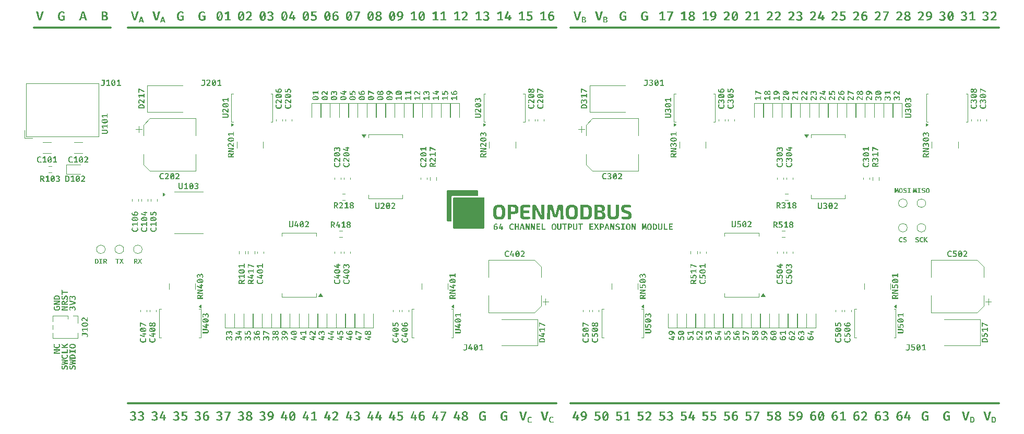
<source format=gbr>
G04 #@! TF.GenerationSoftware,KiCad,Pcbnew,9.0.6*
G04 #@! TF.CreationDate,2025-12-17T10:23:52+01:00*
G04 #@! TF.ProjectId,OM-64DO,4f4d2d36-3444-44f2-9e6b-696361645f70,1A*
G04 #@! TF.SameCoordinates,Original*
G04 #@! TF.FileFunction,Legend,Top*
G04 #@! TF.FilePolarity,Positive*
%FSLAX46Y46*%
G04 Gerber Fmt 4.6, Leading zero omitted, Abs format (unit mm)*
G04 Created by KiCad (PCBNEW 9.0.6) date 2025-12-17 10:23:52*
%MOMM*%
%LPD*%
G01*
G04 APERTURE LIST*
%ADD10C,0.300000*%
%ADD11C,0.150000*%
%ADD12C,0.200000*%
%ADD13C,0.160000*%
%ADD14C,0.120000*%
%ADD15C,0.000000*%
G04 APERTURE END LIST*
D10*
G36*
X95092642Y-137300806D02*
G01*
X95193568Y-137306973D01*
X95280430Y-137324423D01*
X95355326Y-137352005D01*
X95424593Y-137391163D01*
X95480018Y-137436877D01*
X95523395Y-137489300D01*
X95555810Y-137548865D01*
X95575062Y-137611630D01*
X95581555Y-137678802D01*
X95571705Y-137768846D01*
X95543595Y-137844455D01*
X95497566Y-137908787D01*
X95437182Y-137961790D01*
X95365972Y-138002842D01*
X95282144Y-138032069D01*
X95376350Y-138051666D01*
X95458182Y-138085375D01*
X95506689Y-138116965D01*
X95547951Y-138156382D01*
X95582563Y-138204351D01*
X95607407Y-138257981D01*
X95623242Y-138322533D01*
X95628908Y-138400356D01*
X95621274Y-138482348D01*
X95598743Y-138558344D01*
X95561039Y-138629792D01*
X95510503Y-138692988D01*
X95447023Y-138747619D01*
X95368881Y-138794015D01*
X95283913Y-138826910D01*
X95186466Y-138847569D01*
X95074324Y-138854831D01*
X94973483Y-138848588D01*
X94879955Y-138830328D01*
X94792682Y-138800426D01*
X94710923Y-138758347D01*
X94638150Y-138705235D01*
X94573504Y-138640508D01*
X94740475Y-138489749D01*
X94809548Y-138554698D01*
X94886379Y-138598559D01*
X94970545Y-138624387D01*
X95058204Y-138632998D01*
X95139825Y-138625106D01*
X95206037Y-138603039D01*
X95260071Y-138567876D01*
X95301492Y-138519726D01*
X95326935Y-138459720D01*
X95336000Y-138384236D01*
X95326546Y-138299257D01*
X95301301Y-138238759D01*
X95262177Y-138196291D01*
X95210257Y-138166620D01*
X95145491Y-138147647D01*
X95064616Y-138140787D01*
X94932175Y-138140787D01*
X94965514Y-137938371D01*
X95059212Y-137938371D01*
X95124968Y-137932146D01*
X95182001Y-137914261D01*
X95232044Y-137885065D01*
X95270862Y-137844588D01*
X95294943Y-137791249D01*
X95303668Y-137720842D01*
X95295716Y-137659439D01*
X95273152Y-137609953D01*
X95235799Y-137569534D01*
X95188012Y-137539878D01*
X95132012Y-137521566D01*
X95065715Y-137515129D01*
X94976722Y-137524055D01*
X94900942Y-137549567D01*
X94831166Y-137590365D01*
X94760900Y-137647569D01*
X94613438Y-137491407D01*
X94696620Y-137422352D01*
X94785116Y-137369466D01*
X94879782Y-137331691D01*
X94981806Y-137308679D01*
X95092642Y-137300806D01*
G37*
G36*
X96383710Y-137300806D02*
G01*
X96484636Y-137306973D01*
X96571498Y-137324423D01*
X96646393Y-137352005D01*
X96715660Y-137391163D01*
X96771086Y-137436877D01*
X96814463Y-137489300D01*
X96846877Y-137548865D01*
X96866130Y-137611630D01*
X96872623Y-137678802D01*
X96862773Y-137768846D01*
X96834663Y-137844455D01*
X96788634Y-137908787D01*
X96728250Y-137961790D01*
X96657040Y-138002842D01*
X96573212Y-138032069D01*
X96667418Y-138051666D01*
X96749250Y-138085375D01*
X96797757Y-138116965D01*
X96839019Y-138156382D01*
X96873631Y-138204351D01*
X96898475Y-138257981D01*
X96914310Y-138322533D01*
X96919976Y-138400356D01*
X96912342Y-138482348D01*
X96889811Y-138558344D01*
X96852107Y-138629792D01*
X96801571Y-138692988D01*
X96738091Y-138747619D01*
X96659949Y-138794015D01*
X96574980Y-138826910D01*
X96477534Y-138847569D01*
X96365392Y-138854831D01*
X96264551Y-138848588D01*
X96171022Y-138830328D01*
X96083749Y-138800426D01*
X96001991Y-138758347D01*
X95929218Y-138705235D01*
X95864572Y-138640508D01*
X96031542Y-138489749D01*
X96100616Y-138554698D01*
X96177447Y-138598559D01*
X96261613Y-138624387D01*
X96349272Y-138632998D01*
X96430893Y-138625106D01*
X96497105Y-138603039D01*
X96551139Y-138567876D01*
X96592560Y-138519726D01*
X96618003Y-138459720D01*
X96627068Y-138384236D01*
X96617614Y-138299257D01*
X96592368Y-138238759D01*
X96553245Y-138196291D01*
X96501324Y-138166620D01*
X96436559Y-138147647D01*
X96355683Y-138140787D01*
X96223243Y-138140787D01*
X96256582Y-137938371D01*
X96350279Y-137938371D01*
X96416035Y-137932146D01*
X96473069Y-137914261D01*
X96523112Y-137885065D01*
X96561929Y-137844588D01*
X96586011Y-137791249D01*
X96594736Y-137720842D01*
X96586783Y-137659439D01*
X96564219Y-137609953D01*
X96526867Y-137569534D01*
X96479080Y-137539878D01*
X96423080Y-137521566D01*
X96356782Y-137515129D01*
X96267790Y-137524055D01*
X96192010Y-137549567D01*
X96122234Y-137590365D01*
X96051967Y-137647569D01*
X95904506Y-137491407D01*
X95987688Y-137422352D01*
X96076183Y-137369466D01*
X96170850Y-137331691D01*
X96272874Y-137308679D01*
X96383710Y-137300806D01*
G37*
X94300000Y-75000000D02*
X163800000Y-75000000D01*
X166100000Y-75000000D02*
X235600000Y-75000000D01*
X94300000Y-136000000D02*
X163800000Y-136000000D01*
X79000000Y-75000000D02*
X91500000Y-75000000D01*
X166100000Y-136000000D02*
X235600000Y-136000000D01*
G36*
X158392786Y-138569433D02*
G01*
X158715828Y-137333137D01*
X159017346Y-137333137D01*
X158562871Y-138822500D01*
X158211802Y-138822500D01*
X157759526Y-137333137D01*
X158072859Y-137333137D01*
X158392786Y-138569433D01*
G37*
G36*
X159525676Y-138184659D02*
G01*
X159620629Y-138191655D01*
X159693837Y-138210580D01*
X159759972Y-138241866D01*
X159821332Y-138284585D01*
X159725527Y-138398341D01*
X159682297Y-138368331D01*
X159635951Y-138346318D01*
X159586391Y-138332651D01*
X159532637Y-138327999D01*
X159468483Y-138336830D01*
X159410271Y-138363170D01*
X159361798Y-138407152D01*
X159321702Y-138475919D01*
X159297821Y-138560245D01*
X159288638Y-138680167D01*
X159297531Y-138798290D01*
X159320695Y-138881759D01*
X159359891Y-138950029D01*
X159408164Y-138994508D01*
X159466886Y-139021226D01*
X159534010Y-139030320D01*
X159604411Y-139023371D01*
X159657658Y-139004491D01*
X159745494Y-138946880D01*
X159834429Y-139059262D01*
X159779147Y-139104340D01*
X159708675Y-139143984D01*
X159628176Y-139169777D01*
X159525676Y-139179155D01*
X159444065Y-139172598D01*
X159370348Y-139153532D01*
X159303109Y-139122277D01*
X159243276Y-139078954D01*
X159192213Y-139023435D01*
X159149419Y-138954116D01*
X159119523Y-138877937D01*
X159100445Y-138787526D01*
X159093641Y-138680167D01*
X159100611Y-138574848D01*
X159120236Y-138485552D01*
X159151160Y-138409699D01*
X159194895Y-138340747D01*
X159246634Y-138285323D01*
X159306865Y-138241904D01*
X159374361Y-138210280D01*
X159446883Y-138191174D01*
X159525676Y-138184659D01*
G37*
D11*
G36*
X202246827Y-125085259D02*
G01*
X202307844Y-125099637D01*
X202363142Y-125123036D01*
X202413479Y-125155448D01*
X202455602Y-125194879D01*
X202490270Y-125241860D01*
X202515625Y-125294323D01*
X202531174Y-125352753D01*
X202536554Y-125418448D01*
X202532171Y-125482325D01*
X202519765Y-125537033D01*
X202500084Y-125584038D01*
X202473356Y-125624528D01*
X202427152Y-125671185D01*
X202370628Y-125709068D01*
X202302142Y-125738284D01*
X202229262Y-125757587D01*
X202148584Y-125769635D01*
X202059120Y-125773821D01*
X201948834Y-125767989D01*
X201852030Y-125751382D01*
X201766945Y-125725034D01*
X201687301Y-125686490D01*
X201622640Y-125639593D01*
X201570940Y-125584289D01*
X201540427Y-125536692D01*
X201518554Y-125484885D01*
X201505152Y-125428089D01*
X201500537Y-125365325D01*
X201504826Y-125303868D01*
X201517084Y-125250103D01*
X201536836Y-125200189D01*
X201562269Y-125156375D01*
X201680055Y-125228915D01*
X201657227Y-125271104D01*
X201643661Y-125315578D01*
X201639084Y-125363188D01*
X201644326Y-125407110D01*
X201659691Y-125446076D01*
X201685626Y-125481361D01*
X201723836Y-125513641D01*
X201766726Y-125537682D01*
X201819379Y-125557004D01*
X201883602Y-125570960D01*
X201961484Y-125578549D01*
X201913497Y-125529054D01*
X201881434Y-125475906D01*
X201862244Y-125418062D01*
X201860750Y-125404098D01*
X201992320Y-125404098D01*
X201998829Y-125452808D01*
X202018576Y-125499231D01*
X202049297Y-125540875D01*
X202090689Y-125577816D01*
X202195167Y-125571158D01*
X202270008Y-125557494D01*
X202321926Y-125539104D01*
X202355300Y-125517659D01*
X202378269Y-125490909D01*
X202392301Y-125457998D01*
X202397274Y-125417043D01*
X202390408Y-125370555D01*
X202371000Y-125334566D01*
X202338412Y-125306462D01*
X202297626Y-125287214D01*
X202248450Y-125274949D01*
X202189057Y-125270559D01*
X202116567Y-125275583D01*
X202067768Y-125288367D01*
X202036161Y-125306462D01*
X202011953Y-125333043D01*
X201997412Y-125365020D01*
X201992320Y-125404098D01*
X201860750Y-125404098D01*
X201855910Y-125358853D01*
X201860108Y-125308657D01*
X201872445Y-125262268D01*
X201892913Y-125218901D01*
X201920959Y-125180120D01*
X201956871Y-125146593D01*
X202001662Y-125118029D01*
X202050931Y-125097786D01*
X202109434Y-125084891D01*
X202178982Y-125080294D01*
X202246827Y-125085259D01*
G37*
G36*
X201500537Y-124607256D02*
G01*
X201505214Y-124536751D01*
X201518336Y-124477421D01*
X201538944Y-124427432D01*
X201568028Y-124381984D01*
X201602046Y-124345614D01*
X201641282Y-124317279D01*
X201685136Y-124296578D01*
X201731776Y-124284134D01*
X201781966Y-124279910D01*
X201844345Y-124285281D01*
X201905491Y-124301464D01*
X201965284Y-124328550D01*
X202032559Y-124371440D01*
X202099812Y-124425054D01*
X202180448Y-124499606D01*
X202263780Y-124584714D01*
X202366378Y-124696283D01*
X202366378Y-124256951D01*
X202515000Y-124277773D01*
X202515000Y-124913109D01*
X202376453Y-124913109D01*
X202164328Y-124699580D01*
X202078444Y-124619891D01*
X202012470Y-124564941D01*
X201948836Y-124520864D01*
X201897554Y-124494904D01*
X201846200Y-124479452D01*
X201796315Y-124474449D01*
X201752405Y-124479127D01*
X201717161Y-124492213D01*
X201688665Y-124513223D01*
X201667383Y-124541426D01*
X201653995Y-124577290D01*
X201649159Y-124623071D01*
X201655528Y-124682324D01*
X201673217Y-124729011D01*
X201703134Y-124770233D01*
X201751130Y-124814069D01*
X201660638Y-124933259D01*
X201613561Y-124892569D01*
X201574520Y-124847672D01*
X201542913Y-124798254D01*
X201520086Y-124744487D01*
X201505653Y-124681427D01*
X201500537Y-124607256D01*
G37*
D10*
G36*
X90582729Y-72341969D02*
G01*
X90712217Y-72367575D01*
X90793203Y-72396754D01*
X90860967Y-72435747D01*
X90917381Y-72484446D01*
X90959736Y-72543812D01*
X90986375Y-72618311D01*
X90995966Y-72712233D01*
X90985952Y-72799046D01*
X90957773Y-72868945D01*
X90913345Y-72928051D01*
X90856564Y-72975007D01*
X90791191Y-73010254D01*
X90721376Y-73034175D01*
X90800944Y-73052991D01*
X90880195Y-73084275D01*
X90951279Y-73130351D01*
X91009430Y-73195192D01*
X91036748Y-73246768D01*
X91054285Y-73310899D01*
X91060629Y-73390648D01*
X91054652Y-73473486D01*
X91037920Y-73542504D01*
X91011628Y-73600116D01*
X90975010Y-73651991D01*
X90930895Y-73695936D01*
X90878638Y-73732557D01*
X90790283Y-73773965D01*
X90688037Y-73802075D01*
X90580203Y-73817330D01*
X90467211Y-73822500D01*
X90005225Y-73822500D01*
X90005225Y-73601765D01*
X90300332Y-73601765D01*
X90470508Y-73601765D01*
X90540553Y-73597541D01*
X90606704Y-73585095D01*
X90666399Y-73560536D01*
X90713316Y-73521531D01*
X90735216Y-73487824D01*
X90749512Y-73442819D01*
X90754807Y-73383137D01*
X90744775Y-73296463D01*
X90718390Y-73237481D01*
X90677779Y-73198398D01*
X90624331Y-73172047D01*
X90560325Y-73155351D01*
X90483422Y-73149397D01*
X90300332Y-73149397D01*
X90300332Y-73601765D01*
X90005225Y-73601765D01*
X90005225Y-72941577D01*
X90300332Y-72941577D01*
X90461807Y-72941577D01*
X90540385Y-72935292D01*
X90597945Y-72918612D01*
X90639494Y-72893674D01*
X90670330Y-72857619D01*
X90690235Y-72807370D01*
X90697654Y-72738061D01*
X90689755Y-72673743D01*
X90668276Y-72626742D01*
X90634090Y-72592615D01*
X90589477Y-72569613D01*
X90529228Y-72554228D01*
X90448893Y-72548468D01*
X90300332Y-72548468D01*
X90300332Y-72941577D01*
X90005225Y-72941577D01*
X90005225Y-72333137D01*
X90440283Y-72333137D01*
X90582729Y-72341969D01*
G37*
D12*
G36*
X84515000Y-120475915D02*
G01*
X83690069Y-120768091D01*
X83789537Y-120756612D01*
X83933824Y-120744033D01*
X84097161Y-120738660D01*
X84515000Y-120738660D01*
X84515000Y-120909508D01*
X83522091Y-120909508D01*
X83522091Y-120659708D01*
X84345556Y-120370341D01*
X84183684Y-120389026D01*
X84073780Y-120396930D01*
X83943532Y-120399773D01*
X83522091Y-120399773D01*
X83522091Y-120228925D01*
X84515000Y-120228925D01*
X84515000Y-120475915D01*
G37*
G36*
X84515000Y-119512500D02*
G01*
X84119387Y-119747278D01*
X84119387Y-119837770D01*
X84515000Y-119837770D01*
X84515000Y-120033775D01*
X83522091Y-120033775D01*
X83522091Y-119741538D01*
X83522364Y-119736531D01*
X83664241Y-119736531D01*
X83664241Y-119837770D01*
X83980108Y-119837770D01*
X83980108Y-119730059D01*
X83975248Y-119673289D01*
X83962034Y-119629611D01*
X83941700Y-119596153D01*
X83912730Y-119571259D01*
X83872089Y-119555153D01*
X83815732Y-119549136D01*
X83764789Y-119554985D01*
X83727404Y-119570835D01*
X83700144Y-119595786D01*
X83681476Y-119628919D01*
X83668955Y-119674566D01*
X83664241Y-119736531D01*
X83522364Y-119736531D01*
X83527555Y-119641176D01*
X83542508Y-119560548D01*
X83565226Y-119496255D01*
X83594631Y-119445394D01*
X83634610Y-119402425D01*
X83683417Y-119371546D01*
X83742872Y-119352171D01*
X83815732Y-119345254D01*
X83869376Y-119349464D01*
X83915727Y-119361466D01*
X83956043Y-119380742D01*
X83991282Y-119407353D01*
X84031787Y-119451660D01*
X84064111Y-119502016D01*
X84088551Y-119559211D01*
X84515000Y-119287063D01*
X84515000Y-119512500D01*
G37*
G36*
X84229968Y-118478803D02*
G01*
X84288878Y-118484120D01*
X84341742Y-118499590D01*
X84389764Y-118525087D01*
X84431757Y-118559704D01*
X84467705Y-118603750D01*
X84497780Y-118658627D01*
X84518606Y-118718032D01*
X84531854Y-118787451D01*
X84536554Y-118868614D01*
X84531894Y-118954220D01*
X84518762Y-119027606D01*
X84498147Y-119090509D01*
X84469342Y-119150251D01*
X84436402Y-119201634D01*
X84399412Y-119245542D01*
X84283824Y-119142166D01*
X84327190Y-119085019D01*
X84359539Y-119021571D01*
X84379490Y-118952002D01*
X84386467Y-118871484D01*
X84382098Y-118819455D01*
X84369717Y-118775325D01*
X84349891Y-118737639D01*
X84321842Y-118707607D01*
X84286933Y-118689711D01*
X84242913Y-118683417D01*
X84204814Y-118687935D01*
X84174342Y-118700636D01*
X84148678Y-118722681D01*
X84123722Y-118759865D01*
X84102866Y-118806364D01*
X84079209Y-118876552D01*
X84040249Y-118984690D01*
X84000425Y-119063588D01*
X83960385Y-119119207D01*
X83923520Y-119153198D01*
X83881433Y-119177360D01*
X83833083Y-119192231D01*
X83776959Y-119197426D01*
X83721622Y-119191960D01*
X83672910Y-119176133D01*
X83629436Y-119150043D01*
X83591763Y-119115387D01*
X83559978Y-119073152D01*
X83533937Y-119022304D01*
X83515715Y-118967752D01*
X83504438Y-118907706D01*
X83500537Y-118841320D01*
X83504347Y-118768132D01*
X83515212Y-118703658D01*
X83532472Y-118646781D01*
X83556945Y-118592659D01*
X83587184Y-118543515D01*
X83623330Y-118498892D01*
X83734583Y-118597260D01*
X83696275Y-118650763D01*
X83669980Y-118707475D01*
X83654328Y-118767356D01*
X83649159Y-118827704D01*
X83652681Y-118875349D01*
X83662510Y-118914704D01*
X83677918Y-118947260D01*
X83700308Y-118973437D01*
X83728377Y-118988868D01*
X83764014Y-118994277D01*
X83796986Y-118989215D01*
X83823975Y-118974555D01*
X83846408Y-118950001D01*
X83870321Y-118907021D01*
X83891359Y-118854316D01*
X83917643Y-118774581D01*
X83947697Y-118689844D01*
X83981573Y-118619853D01*
X84009363Y-118578189D01*
X84041465Y-118543853D01*
X84078110Y-118516111D01*
X84119209Y-118496137D01*
X84169166Y-118483382D01*
X84229968Y-118478803D01*
G37*
G36*
X83676453Y-117890910D02*
G01*
X84515000Y-117890910D01*
X84515000Y-118086915D01*
X83676453Y-118086915D01*
X83676453Y-118376953D01*
X83522091Y-118376953D01*
X83522091Y-117592201D01*
X83676453Y-117612351D01*
X83676453Y-117890910D01*
G37*
G36*
X95603669Y-112542044D02*
G01*
X95668172Y-112554007D01*
X95719607Y-112572181D01*
X95760296Y-112595705D01*
X95794671Y-112627688D01*
X95819374Y-112666734D01*
X95834874Y-112714297D01*
X95840407Y-112772586D01*
X95837040Y-112815500D01*
X95827438Y-112852582D01*
X95812017Y-112884835D01*
X95790728Y-112913025D01*
X95755283Y-112945430D01*
X95714998Y-112971289D01*
X95669242Y-112990841D01*
X95886960Y-113332000D01*
X95706611Y-113332000D01*
X95518788Y-113015510D01*
X95446395Y-113015510D01*
X95446395Y-113332000D01*
X95289591Y-113332000D01*
X95289591Y-112904086D01*
X95446395Y-112904086D01*
X95532564Y-112904086D01*
X95577980Y-112900198D01*
X95612922Y-112889627D01*
X95639689Y-112873360D01*
X95659603Y-112850184D01*
X95672488Y-112817671D01*
X95677302Y-112772586D01*
X95672622Y-112731831D01*
X95659942Y-112701923D01*
X95639982Y-112680115D01*
X95613476Y-112665181D01*
X95576958Y-112655164D01*
X95527386Y-112651392D01*
X95446395Y-112651392D01*
X95446395Y-112904086D01*
X95289591Y-112904086D01*
X95289591Y-112537673D01*
X95523380Y-112537673D01*
X95603669Y-112542044D01*
G37*
G36*
X95927651Y-112537673D02*
G01*
X96099354Y-112537673D01*
X96238377Y-112810492D01*
X96379060Y-112537673D01*
X96546220Y-112537673D01*
X96330261Y-112902376D01*
X96568056Y-113332000D01*
X96396304Y-113332000D01*
X96236081Y-113009208D01*
X96076395Y-113332000D01*
X95908698Y-113332000D01*
X96143024Y-112909850D01*
X95927651Y-112537673D01*
G37*
G36*
X84770537Y-120610860D02*
G01*
X84774648Y-120543576D01*
X84786282Y-120485668D01*
X84804670Y-120435737D01*
X84830775Y-120389559D01*
X84861251Y-120352609D01*
X84896200Y-120323691D01*
X84935910Y-120302081D01*
X84977753Y-120289247D01*
X85022534Y-120284918D01*
X85082564Y-120291485D01*
X85132970Y-120310224D01*
X85175858Y-120340910D01*
X85211193Y-120381166D01*
X85238561Y-120428640D01*
X85258046Y-120484525D01*
X85271111Y-120421721D01*
X85293583Y-120367166D01*
X85314643Y-120334828D01*
X85340921Y-120307321D01*
X85372901Y-120284246D01*
X85408654Y-120267683D01*
X85451688Y-120257127D01*
X85503571Y-120253349D01*
X85558232Y-120258439D01*
X85608896Y-120273459D01*
X85656528Y-120298595D01*
X85698658Y-120332286D01*
X85735079Y-120374606D01*
X85766010Y-120426700D01*
X85787940Y-120483346D01*
X85801713Y-120548310D01*
X85806554Y-120623072D01*
X85802392Y-120690299D01*
X85790218Y-120752651D01*
X85770284Y-120810833D01*
X85742231Y-120865339D01*
X85706823Y-120913854D01*
X85663672Y-120956952D01*
X85563166Y-120845638D01*
X85606465Y-120799589D01*
X85635706Y-120748368D01*
X85652924Y-120692258D01*
X85658665Y-120633818D01*
X85653404Y-120579404D01*
X85638692Y-120535263D01*
X85615251Y-120499241D01*
X85583150Y-120471626D01*
X85543146Y-120454664D01*
X85492824Y-120448621D01*
X85436171Y-120454924D01*
X85395839Y-120471754D01*
X85367527Y-120497836D01*
X85347746Y-120532450D01*
X85335098Y-120575627D01*
X85330525Y-120629544D01*
X85330525Y-120717838D01*
X85195580Y-120695612D01*
X85195580Y-120633147D01*
X85191431Y-120589309D01*
X85179507Y-120551287D01*
X85160043Y-120517925D01*
X85133058Y-120492047D01*
X85097499Y-120475992D01*
X85050561Y-120470176D01*
X85009626Y-120475477D01*
X84976635Y-120490520D01*
X84949689Y-120515422D01*
X84929918Y-120547280D01*
X84917710Y-120584613D01*
X84913419Y-120628811D01*
X84919370Y-120688140D01*
X84936378Y-120738660D01*
X84963576Y-120785177D01*
X85001713Y-120832021D01*
X84897604Y-120930329D01*
X84851568Y-120874874D01*
X84816310Y-120815877D01*
X84791127Y-120752766D01*
X84775786Y-120684751D01*
X84770537Y-120610860D01*
G37*
G36*
X85616289Y-119704902D02*
G01*
X84792091Y-119489541D01*
X84792091Y-119288529D01*
X85785000Y-119591512D01*
X85785000Y-119825558D01*
X84792091Y-120127076D01*
X84792091Y-119918187D01*
X85616289Y-119704902D01*
G37*
G36*
X84770537Y-118889436D02*
G01*
X84774648Y-118822152D01*
X84786282Y-118764244D01*
X84804670Y-118714314D01*
X84830775Y-118668136D01*
X84861251Y-118631186D01*
X84896200Y-118602267D01*
X84935910Y-118580658D01*
X84977753Y-118567823D01*
X85022534Y-118563494D01*
X85082564Y-118570061D01*
X85132970Y-118588801D01*
X85175858Y-118619487D01*
X85211193Y-118659743D01*
X85238561Y-118707216D01*
X85258046Y-118763101D01*
X85271111Y-118700297D01*
X85293583Y-118645743D01*
X85314643Y-118613405D01*
X85340921Y-118585897D01*
X85372901Y-118562822D01*
X85408654Y-118546259D01*
X85451688Y-118535703D01*
X85503571Y-118531926D01*
X85558232Y-118537015D01*
X85608896Y-118552036D01*
X85656528Y-118577172D01*
X85698658Y-118610862D01*
X85735079Y-118653182D01*
X85766010Y-118705277D01*
X85787940Y-118761923D01*
X85801713Y-118826887D01*
X85806554Y-118901648D01*
X85802392Y-118968876D01*
X85790218Y-119031228D01*
X85770284Y-119089410D01*
X85742231Y-119143915D01*
X85706823Y-119192431D01*
X85663672Y-119235528D01*
X85563166Y-119124214D01*
X85606465Y-119078166D01*
X85635706Y-119026945D01*
X85652924Y-118970834D01*
X85658665Y-118912395D01*
X85653404Y-118857981D01*
X85638692Y-118813840D01*
X85615251Y-118777817D01*
X85583150Y-118750203D01*
X85543146Y-118733241D01*
X85492824Y-118727198D01*
X85436171Y-118733500D01*
X85395839Y-118750330D01*
X85367527Y-118776413D01*
X85347746Y-118811026D01*
X85335098Y-118854204D01*
X85330525Y-118908121D01*
X85330525Y-118996414D01*
X85195580Y-118974188D01*
X85195580Y-118911723D01*
X85191431Y-118867886D01*
X85179507Y-118829863D01*
X85160043Y-118796502D01*
X85133058Y-118770623D01*
X85097499Y-118754569D01*
X85050561Y-118748752D01*
X85009626Y-118754054D01*
X84976635Y-118769097D01*
X84949689Y-118793998D01*
X84929918Y-118825856D01*
X84917710Y-118863189D01*
X84913419Y-118907388D01*
X84919370Y-118966716D01*
X84936378Y-119017236D01*
X84963576Y-119063753D01*
X85001713Y-119110598D01*
X84897604Y-119208906D01*
X84851568Y-119153451D01*
X84816310Y-119094454D01*
X84791127Y-119031343D01*
X84775786Y-118963327D01*
X84770537Y-118889436D01*
G37*
D10*
G36*
X229892642Y-72300806D02*
G01*
X229993568Y-72306973D01*
X230080430Y-72324423D01*
X230155326Y-72352005D01*
X230224593Y-72391163D01*
X230280018Y-72436877D01*
X230323395Y-72489300D01*
X230355810Y-72548865D01*
X230375062Y-72611630D01*
X230381555Y-72678802D01*
X230371705Y-72768846D01*
X230343595Y-72844455D01*
X230297566Y-72908787D01*
X230237182Y-72961790D01*
X230165972Y-73002842D01*
X230082144Y-73032069D01*
X230176350Y-73051666D01*
X230258182Y-73085375D01*
X230306689Y-73116965D01*
X230347951Y-73156382D01*
X230382563Y-73204351D01*
X230407407Y-73257981D01*
X230423242Y-73322533D01*
X230428908Y-73400356D01*
X230421274Y-73482348D01*
X230398743Y-73558344D01*
X230361039Y-73629792D01*
X230310503Y-73692988D01*
X230247023Y-73747619D01*
X230168881Y-73794015D01*
X230083913Y-73826910D01*
X229986466Y-73847569D01*
X229874324Y-73854831D01*
X229773483Y-73848588D01*
X229679955Y-73830328D01*
X229592682Y-73800426D01*
X229510923Y-73758347D01*
X229438150Y-73705235D01*
X229373504Y-73640508D01*
X229540475Y-73489749D01*
X229609548Y-73554698D01*
X229686379Y-73598559D01*
X229770545Y-73624387D01*
X229858204Y-73632998D01*
X229939825Y-73625106D01*
X230006037Y-73603039D01*
X230060071Y-73567876D01*
X230101492Y-73519726D01*
X230126935Y-73459720D01*
X230136000Y-73384236D01*
X230126546Y-73299257D01*
X230101301Y-73238759D01*
X230062177Y-73196291D01*
X230010257Y-73166620D01*
X229945491Y-73147647D01*
X229864616Y-73140787D01*
X229732175Y-73140787D01*
X229765514Y-72938371D01*
X229859212Y-72938371D01*
X229924968Y-72932146D01*
X229982001Y-72914261D01*
X230032044Y-72885065D01*
X230070862Y-72844588D01*
X230094943Y-72791249D01*
X230103668Y-72720842D01*
X230095716Y-72659439D01*
X230073152Y-72609953D01*
X230035799Y-72569534D01*
X229988012Y-72539878D01*
X229932012Y-72521566D01*
X229865715Y-72515129D01*
X229776722Y-72524055D01*
X229700942Y-72549567D01*
X229631166Y-72590365D01*
X229560900Y-72647569D01*
X229413438Y-72491407D01*
X229496620Y-72422352D01*
X229585116Y-72369466D01*
X229679782Y-72331691D01*
X229781806Y-72308679D01*
X229892642Y-72300806D01*
G37*
G36*
X231760917Y-73603872D02*
G01*
X231760917Y-73822500D01*
X230831542Y-73822500D01*
X230831542Y-73603872D01*
X231192320Y-73603872D01*
X231192320Y-72619542D01*
X230874590Y-72816646D01*
X230752957Y-72619542D01*
X231220346Y-72333137D01*
X231471214Y-72333137D01*
X231471214Y-73603872D01*
X231760917Y-73603872D01*
G37*
G36*
X133756156Y-72309488D02*
G01*
X133843371Y-72334297D01*
X133919299Y-72374388D01*
X133985786Y-72430290D01*
X134043820Y-72503863D01*
X134097468Y-72606310D01*
X134138652Y-72732457D01*
X134165523Y-72886941D01*
X134175253Y-73075116D01*
X134165523Y-73264444D01*
X134138650Y-73419952D01*
X134097462Y-73546994D01*
X134043820Y-73650217D01*
X133985705Y-73724439D01*
X133919167Y-73780774D01*
X133843233Y-73821138D01*
X133756064Y-73846099D01*
X133655107Y-73854831D01*
X133553651Y-73846079D01*
X133466200Y-73821079D01*
X133390166Y-73780691D01*
X133323681Y-73724370D01*
X133265754Y-73650217D01*
X133232880Y-73586653D01*
X133501051Y-73586653D01*
X133531783Y-73613414D01*
X133567272Y-73630799D01*
X133607233Y-73640315D01*
X133655107Y-73643714D01*
X133712052Y-73635802D01*
X133760389Y-73612774D01*
X133802346Y-73573564D01*
X133838656Y-73514479D01*
X133868746Y-73424790D01*
X133890807Y-73284298D01*
X133899564Y-73075116D01*
X133895964Y-72911700D01*
X133886650Y-72795122D01*
X133501051Y-73586653D01*
X133232880Y-73586653D01*
X133212391Y-73547035D01*
X133171400Y-73420008D01*
X133144649Y-73264486D01*
X133134962Y-73075116D01*
X133409552Y-73075116D01*
X133415416Y-73277575D01*
X133429977Y-73408966D01*
X133826291Y-72592615D01*
X133793368Y-72554392D01*
X133755217Y-72530241D01*
X133710741Y-72516787D01*
X133655107Y-72511923D01*
X133598709Y-72519816D01*
X133550501Y-72542862D01*
X133508322Y-72582233D01*
X133471467Y-72641707D01*
X133440752Y-72731614D01*
X133418388Y-72870482D01*
X133409552Y-73075116D01*
X133134962Y-73075116D01*
X133144649Y-72886899D01*
X133171398Y-72732400D01*
X133212385Y-72606269D01*
X133265754Y-72503863D01*
X133323600Y-72430359D01*
X133390034Y-72374471D01*
X133466062Y-72334356D01*
X133553559Y-72309508D01*
X133655107Y-72300806D01*
X133756156Y-72309488D01*
G37*
G36*
X135034673Y-72305990D02*
G01*
X135114539Y-72321048D01*
X135187884Y-72345502D01*
X135256122Y-72380651D01*
X135313110Y-72424528D01*
X135360167Y-72477485D01*
X135395201Y-72538451D01*
X135416754Y-72608431D01*
X135424281Y-72689610D01*
X135417393Y-72757877D01*
X135397434Y-72817959D01*
X135364472Y-72871601D01*
X135321092Y-72918651D01*
X135262008Y-72966702D01*
X135184129Y-73015857D01*
X135282662Y-73071204D01*
X135357926Y-73130855D01*
X135413599Y-73194683D01*
X135452337Y-73263230D01*
X135475598Y-73337683D01*
X135483540Y-73419774D01*
X135476556Y-73496198D01*
X135455850Y-73567928D01*
X135421075Y-73636203D01*
X135374054Y-73696699D01*
X135313492Y-73749579D01*
X135237435Y-73795114D01*
X135154617Y-73827143D01*
X135056676Y-73847559D01*
X134940771Y-73854831D01*
X134825542Y-73847646D01*
X134728869Y-73827542D01*
X134647771Y-73796121D01*
X134573481Y-73751431D01*
X134514570Y-73699649D01*
X134469077Y-73640508D01*
X134435605Y-73573773D01*
X134415587Y-73503110D01*
X134408810Y-73427284D01*
X134410155Y-73414370D01*
X134696315Y-73414370D01*
X134703721Y-73481431D01*
X134724680Y-73536543D01*
X134758780Y-73582348D01*
X134804421Y-73616134D01*
X134865307Y-73637893D01*
X134946175Y-73645912D01*
X135027489Y-73637574D01*
X135088478Y-73614945D01*
X135134028Y-73579692D01*
X135168478Y-73532449D01*
X135189001Y-73479733D01*
X135196036Y-73419774D01*
X135186057Y-73342501D01*
X135158850Y-73286234D01*
X135114631Y-73240724D01*
X135049490Y-73200047D01*
X134972652Y-73165555D01*
X134870796Y-73126774D01*
X134802475Y-73175561D01*
X134746323Y-73237782D01*
X134719357Y-73286036D01*
X134702369Y-73344114D01*
X134696315Y-73414370D01*
X134410155Y-73414370D01*
X134417649Y-73342408D01*
X134443287Y-73267777D01*
X134485747Y-73201146D01*
X134541515Y-73143351D01*
X134609706Y-73092740D01*
X134692010Y-73049288D01*
X134617362Y-73000639D01*
X134561715Y-72952753D01*
X134521834Y-72905490D01*
X134493009Y-72851610D01*
X134474606Y-72785290D01*
X134468067Y-72704631D01*
X134740462Y-72704631D01*
X134748247Y-72766045D01*
X134770022Y-72813961D01*
X134805583Y-72851634D01*
X134879882Y-72897444D01*
X134996733Y-72946980D01*
X135072032Y-72887926D01*
X135116351Y-72835514D01*
X135142703Y-72776141D01*
X135151889Y-72704631D01*
X135145666Y-72645668D01*
X135128075Y-72597076D01*
X135099590Y-72556619D01*
X135061250Y-72526177D01*
X135011627Y-72506984D01*
X134947274Y-72500016D01*
X134884000Y-72506493D01*
X134834202Y-72524426D01*
X134794867Y-72552864D01*
X134765633Y-72591338D01*
X134747163Y-72640830D01*
X134740462Y-72704631D01*
X134468067Y-72704631D01*
X134467978Y-72703531D01*
X134475894Y-72618946D01*
X134498532Y-72546335D01*
X134535298Y-72483346D01*
X134584488Y-72428564D01*
X134642971Y-72383308D01*
X134711885Y-72347151D01*
X134786018Y-72321572D01*
X134864219Y-72306070D01*
X134947274Y-72300806D01*
X135034673Y-72305990D01*
G37*
G36*
X212398046Y-72300806D02*
G01*
X212503804Y-72307821D01*
X212592800Y-72327505D01*
X212667782Y-72358416D01*
X212735955Y-72402043D01*
X212790510Y-72453070D01*
X212833012Y-72511923D01*
X212864063Y-72577704D01*
X212882729Y-72647664D01*
X212889066Y-72722949D01*
X212881010Y-72816517D01*
X212856734Y-72908237D01*
X212816105Y-72997926D01*
X212751771Y-73098838D01*
X212671350Y-73199718D01*
X212559521Y-73320672D01*
X212431860Y-73445670D01*
X212264506Y-73599567D01*
X212923504Y-73599567D01*
X212892272Y-73822500D01*
X211939267Y-73822500D01*
X211939267Y-73614679D01*
X212259561Y-73296492D01*
X212379094Y-73167667D01*
X212461519Y-73068705D01*
X212527635Y-72973254D01*
X212566574Y-72896331D01*
X212589752Y-72819300D01*
X212597257Y-72744473D01*
X212590240Y-72678607D01*
X212570612Y-72625742D01*
X212539096Y-72582998D01*
X212496792Y-72551074D01*
X212442995Y-72530992D01*
X212374324Y-72523738D01*
X212285445Y-72533292D01*
X212215414Y-72559825D01*
X212153581Y-72604701D01*
X212087827Y-72676695D01*
X211909042Y-72540957D01*
X211970076Y-72470342D01*
X212037422Y-72411781D01*
X212111549Y-72364370D01*
X212192200Y-72330129D01*
X212286790Y-72308479D01*
X212398046Y-72300806D01*
G37*
G36*
X213935263Y-72307240D02*
G01*
X214015911Y-72325627D01*
X214090782Y-72355254D01*
X214156503Y-72393404D01*
X214047693Y-72570083D01*
X213984410Y-72535841D01*
X213917698Y-72515491D01*
X213846284Y-72508626D01*
X213780401Y-72516489D01*
X213721952Y-72539537D01*
X213669024Y-72578440D01*
X213620604Y-72635754D01*
X213584543Y-72700090D01*
X213555559Y-72779068D01*
X213534625Y-72875404D01*
X213523243Y-72992226D01*
X213597485Y-72920246D01*
X213677207Y-72872151D01*
X213763973Y-72843366D01*
X213852787Y-72833866D01*
X213928081Y-72840163D01*
X213997664Y-72858668D01*
X214062714Y-72889370D01*
X214120885Y-72931438D01*
X214171177Y-72985306D01*
X214214022Y-73052493D01*
X214244387Y-73126396D01*
X214263730Y-73214151D01*
X214270626Y-73318474D01*
X214263177Y-73420241D01*
X214241611Y-73511767D01*
X214206512Y-73594713D01*
X214157894Y-73670218D01*
X214098748Y-73733404D01*
X214028276Y-73785405D01*
X213949582Y-73823438D01*
X213861936Y-73846761D01*
X213763394Y-73854831D01*
X213667578Y-73848257D01*
X213585517Y-73829648D01*
X213515008Y-73800126D01*
X213454274Y-73760034D01*
X213384288Y-73690728D01*
X213327465Y-73605943D01*
X213283640Y-73503213D01*
X213254686Y-73393893D01*
X213236613Y-73272876D01*
X213232550Y-73186033D01*
X213524342Y-73186033D01*
X213534330Y-73342751D01*
X213554825Y-73455012D01*
X213582410Y-73532889D01*
X213614578Y-73582950D01*
X213654702Y-73617403D01*
X213704069Y-73638451D01*
X213765501Y-73645912D01*
X213835233Y-73635612D01*
X213889217Y-73606501D01*
X213931372Y-73557618D01*
X213960245Y-73496439D01*
X213978642Y-73422676D01*
X213985228Y-73333586D01*
X213977692Y-73224850D01*
X213958515Y-73151653D01*
X213931372Y-73104242D01*
X213891502Y-73067930D01*
X213843536Y-73046118D01*
X213784918Y-73038480D01*
X213711854Y-73048243D01*
X213642219Y-73077864D01*
X213579754Y-73123945D01*
X213524342Y-73186033D01*
X213232550Y-73186033D01*
X213230334Y-73138681D01*
X213239082Y-72973252D01*
X213263993Y-72828045D01*
X213303516Y-72700417D01*
X213361330Y-72580952D01*
X213431676Y-72483961D01*
X213514633Y-72406410D01*
X213586028Y-72360641D01*
X213663738Y-72327831D01*
X213748932Y-72307729D01*
X213843079Y-72300806D01*
X213935263Y-72307240D01*
G37*
G36*
X181396668Y-137333137D02*
G01*
X181363237Y-137542056D01*
X180803249Y-137542056D01*
X180803249Y-137914649D01*
X180863136Y-137889696D01*
X180921677Y-137873799D01*
X180980535Y-137864799D01*
X181035891Y-137861892D01*
X181112490Y-137868409D01*
X181182392Y-137887465D01*
X181246917Y-137918954D01*
X181304387Y-137961942D01*
X181353765Y-138016210D01*
X181395477Y-138083176D01*
X181425158Y-138156556D01*
X181443843Y-138241450D01*
X181450432Y-138339998D01*
X181442418Y-138437893D01*
X181419144Y-138525992D01*
X181381006Y-138606070D01*
X181328810Y-138677760D01*
X181264460Y-138738358D01*
X181186650Y-138788611D01*
X181101039Y-138824614D01*
X181004111Y-138847011D01*
X180893741Y-138854831D01*
X180793753Y-138848275D01*
X180704328Y-138829378D01*
X180623914Y-138798869D01*
X180548646Y-138756904D01*
X180481588Y-138706724D01*
X180422047Y-138648019D01*
X180587827Y-138494054D01*
X180651452Y-138556017D01*
X180720000Y-138598757D01*
X180794709Y-138624290D01*
X180877530Y-138632998D01*
X180959693Y-138623757D01*
X181026371Y-138597711D01*
X181081045Y-138555420D01*
X181121793Y-138499383D01*
X181147337Y-138429279D01*
X181156516Y-138341097D01*
X181147942Y-138241606D01*
X181125684Y-138172932D01*
X181092952Y-138126774D01*
X181047283Y-138092368D01*
X180994157Y-138071557D01*
X180931385Y-138064309D01*
X180867787Y-138069530D01*
X180801308Y-138085678D01*
X180731076Y-138113859D01*
X180531865Y-138113859D01*
X180531865Y-137333137D01*
X181396668Y-137333137D01*
G37*
G36*
X182183710Y-137300806D02*
G01*
X182284636Y-137306973D01*
X182371498Y-137324423D01*
X182446393Y-137352005D01*
X182515660Y-137391163D01*
X182571086Y-137436877D01*
X182614463Y-137489300D01*
X182646877Y-137548865D01*
X182666130Y-137611630D01*
X182672623Y-137678802D01*
X182662773Y-137768846D01*
X182634663Y-137844455D01*
X182588634Y-137908787D01*
X182528250Y-137961790D01*
X182457040Y-138002842D01*
X182373212Y-138032069D01*
X182467418Y-138051666D01*
X182549250Y-138085375D01*
X182597757Y-138116965D01*
X182639019Y-138156382D01*
X182673631Y-138204351D01*
X182698475Y-138257981D01*
X182714310Y-138322533D01*
X182719976Y-138400356D01*
X182712342Y-138482348D01*
X182689811Y-138558344D01*
X182652107Y-138629792D01*
X182601571Y-138692988D01*
X182538091Y-138747619D01*
X182459949Y-138794015D01*
X182374980Y-138826910D01*
X182277534Y-138847569D01*
X182165392Y-138854831D01*
X182064551Y-138848588D01*
X181971022Y-138830328D01*
X181883749Y-138800426D01*
X181801991Y-138758347D01*
X181729218Y-138705235D01*
X181664572Y-138640508D01*
X181831542Y-138489749D01*
X181900616Y-138554698D01*
X181977447Y-138598559D01*
X182061613Y-138624387D01*
X182149272Y-138632998D01*
X182230893Y-138625106D01*
X182297105Y-138603039D01*
X182351139Y-138567876D01*
X182392560Y-138519726D01*
X182418003Y-138459720D01*
X182427068Y-138384236D01*
X182417614Y-138299257D01*
X182392368Y-138238759D01*
X182353245Y-138196291D01*
X182301324Y-138166620D01*
X182236559Y-138147647D01*
X182155683Y-138140787D01*
X182023243Y-138140787D01*
X182056582Y-137938371D01*
X182150279Y-137938371D01*
X182216035Y-137932146D01*
X182273069Y-137914261D01*
X182323112Y-137885065D01*
X182361929Y-137844588D01*
X182386011Y-137791249D01*
X182394736Y-137720842D01*
X182386783Y-137659439D01*
X182364219Y-137609953D01*
X182326867Y-137569534D01*
X182279080Y-137539878D01*
X182223080Y-137521566D01*
X182156782Y-137515129D01*
X182067790Y-137524055D01*
X181992010Y-137549567D01*
X181922234Y-137590365D01*
X181851967Y-137647569D01*
X181704506Y-137491407D01*
X181787688Y-137422352D01*
X181876183Y-137369466D01*
X181970850Y-137331691D01*
X182072874Y-137308679D01*
X182183710Y-137300806D01*
G37*
D12*
G36*
X84229968Y-129803784D02*
G01*
X84288878Y-129809102D01*
X84341742Y-129824572D01*
X84389764Y-129850068D01*
X84431757Y-129884685D01*
X84467705Y-129928732D01*
X84497780Y-129983608D01*
X84518606Y-130043014D01*
X84531854Y-130112433D01*
X84536554Y-130193596D01*
X84531894Y-130279202D01*
X84518762Y-130352588D01*
X84498147Y-130415491D01*
X84469342Y-130475232D01*
X84436402Y-130526616D01*
X84399412Y-130570524D01*
X84283824Y-130467148D01*
X84327190Y-130410001D01*
X84359539Y-130346553D01*
X84379490Y-130276984D01*
X84386467Y-130196466D01*
X84382098Y-130144437D01*
X84369717Y-130100306D01*
X84349891Y-130062621D01*
X84321842Y-130032588D01*
X84286933Y-130014693D01*
X84242913Y-130008399D01*
X84204814Y-130012917D01*
X84174342Y-130025618D01*
X84148678Y-130047663D01*
X84123722Y-130084847D01*
X84102866Y-130131345D01*
X84079209Y-130201534D01*
X84040249Y-130309672D01*
X84000425Y-130388569D01*
X83960385Y-130444189D01*
X83923520Y-130478180D01*
X83881433Y-130502342D01*
X83833083Y-130517213D01*
X83776959Y-130522408D01*
X83721622Y-130516942D01*
X83672910Y-130501114D01*
X83629436Y-130475025D01*
X83591763Y-130440368D01*
X83559978Y-130398134D01*
X83533937Y-130347286D01*
X83515715Y-130292734D01*
X83504438Y-130232687D01*
X83500537Y-130166302D01*
X83504347Y-130093114D01*
X83515212Y-130028640D01*
X83532472Y-129971762D01*
X83556945Y-129917640D01*
X83587184Y-129868497D01*
X83623330Y-129823873D01*
X83734583Y-129922242D01*
X83696275Y-129975745D01*
X83669980Y-130032457D01*
X83654328Y-130092337D01*
X83649159Y-130152685D01*
X83652681Y-130200331D01*
X83662510Y-130239686D01*
X83677918Y-130272242D01*
X83700308Y-130298419D01*
X83728377Y-130313849D01*
X83764014Y-130319259D01*
X83796986Y-130314197D01*
X83823975Y-130299536D01*
X83846408Y-130274982D01*
X83870321Y-130232003D01*
X83891359Y-130179297D01*
X83917643Y-130099562D01*
X83947697Y-130014826D01*
X83981573Y-129944835D01*
X84009363Y-129903171D01*
X84041465Y-129868835D01*
X84078110Y-129841092D01*
X84119209Y-129821118D01*
X84169166Y-129808363D01*
X84229968Y-129803784D01*
G37*
G36*
X83522091Y-128880607D02*
G01*
X84515000Y-129009079D01*
X84515000Y-129225234D01*
X83791308Y-129312062D01*
X84515000Y-129403959D01*
X84515000Y-129624388D01*
X83522091Y-129743578D01*
X83522091Y-129556183D01*
X84336214Y-129497321D01*
X83636946Y-129402554D01*
X83636946Y-129217296D01*
X84336214Y-129127537D01*
X83522091Y-129054325D01*
X83522091Y-128880607D01*
G37*
G36*
X83500537Y-128368064D02*
G01*
X83503856Y-128299372D01*
X83513119Y-128241516D01*
X83527465Y-128192942D01*
X83560081Y-128124067D01*
X83604645Y-128060074D01*
X83723103Y-128159908D01*
X83691866Y-128204949D01*
X83668942Y-128253209D01*
X83654732Y-128304825D01*
X83649891Y-128360920D01*
X83654008Y-128406264D01*
X83666172Y-128448489D01*
X83686528Y-128488353D01*
X83714488Y-128522964D01*
X83752919Y-128553725D01*
X83803886Y-128580616D01*
X83858890Y-128598656D01*
X83928790Y-128610645D01*
X84016744Y-128615054D01*
X84103296Y-128610791D01*
X84172281Y-128599188D01*
X84226732Y-128581715D01*
X84277227Y-128555551D01*
X84315727Y-128525160D01*
X84344152Y-128490552D01*
X84364755Y-128450596D01*
X84377203Y-128407193D01*
X84381460Y-128359454D01*
X84378146Y-128308281D01*
X84368914Y-128265823D01*
X84354532Y-128230616D01*
X84325670Y-128181437D01*
X84294570Y-128139086D01*
X84411624Y-128046457D01*
X84458612Y-128104060D01*
X84499918Y-128177493D01*
X84519584Y-128231104D01*
X84532104Y-128294068D01*
X84536554Y-128368064D01*
X84529727Y-128453071D01*
X84509874Y-128529884D01*
X84477325Y-128599972D01*
X84444628Y-128647647D01*
X84404956Y-128690043D01*
X84357741Y-128727507D01*
X84302142Y-128760135D01*
X84243897Y-128784519D01*
X84177688Y-128802719D01*
X84102390Y-128814222D01*
X84016744Y-128818264D01*
X83932737Y-128814123D01*
X83858550Y-128802307D01*
X83792977Y-128783546D01*
X83734949Y-128758303D01*
X83663139Y-128712722D01*
X83605393Y-128658812D01*
X83560132Y-128596064D01*
X83527216Y-128525779D01*
X83507322Y-128450212D01*
X83500537Y-128368064D01*
G37*
G36*
X84515000Y-127866328D02*
G01*
X83522091Y-127866328D01*
X83522091Y-127669651D01*
X84355631Y-127669651D01*
X84355631Y-127231663D01*
X84515000Y-127252485D01*
X84515000Y-127866328D01*
G37*
G36*
X84515000Y-126856323D02*
G01*
X84515000Y-127052999D01*
X83522091Y-127052999D01*
X83522091Y-126856323D01*
X84515000Y-126856323D01*
G37*
G36*
X83985176Y-126849118D02*
G01*
X83522091Y-126536120D01*
X83522091Y-126325033D01*
X83970765Y-126643770D01*
X84515000Y-126297739D01*
X84515000Y-126529648D01*
X83985176Y-126849118D01*
G37*
D10*
G36*
X212644196Y-137307240D02*
G01*
X212724843Y-137325627D01*
X212799714Y-137355254D01*
X212865435Y-137393404D01*
X212756625Y-137570083D01*
X212693343Y-137535841D01*
X212626631Y-137515491D01*
X212555217Y-137508626D01*
X212489334Y-137516489D01*
X212430884Y-137539537D01*
X212377957Y-137578440D01*
X212329536Y-137635754D01*
X212293475Y-137700090D01*
X212264492Y-137779068D01*
X212243558Y-137875404D01*
X212232175Y-137992226D01*
X212306417Y-137920246D01*
X212386139Y-137872151D01*
X212472905Y-137843366D01*
X212561719Y-137833866D01*
X212637013Y-137840163D01*
X212706597Y-137858668D01*
X212771646Y-137889370D01*
X212829818Y-137931438D01*
X212880109Y-137985306D01*
X212922955Y-138052493D01*
X212953319Y-138126396D01*
X212972662Y-138214151D01*
X212979558Y-138318474D01*
X212972110Y-138420241D01*
X212950543Y-138511767D01*
X212915444Y-138594713D01*
X212866827Y-138670218D01*
X212807680Y-138733404D01*
X212737208Y-138785405D01*
X212658514Y-138823438D01*
X212570868Y-138846761D01*
X212472327Y-138854831D01*
X212376511Y-138848257D01*
X212294449Y-138829648D01*
X212223941Y-138800126D01*
X212163207Y-138760034D01*
X212093220Y-138690728D01*
X212036397Y-138605943D01*
X211992573Y-138503213D01*
X211963618Y-138393893D01*
X211945546Y-138272876D01*
X211941483Y-138186033D01*
X212233274Y-138186033D01*
X212243262Y-138342751D01*
X212263758Y-138455012D01*
X212291343Y-138532889D01*
X212323510Y-138582950D01*
X212363635Y-138617403D01*
X212413002Y-138638451D01*
X212474433Y-138645912D01*
X212544166Y-138635612D01*
X212598149Y-138606501D01*
X212640305Y-138557618D01*
X212669177Y-138496439D01*
X212687574Y-138422676D01*
X212694160Y-138333586D01*
X212686624Y-138224850D01*
X212667447Y-138151653D01*
X212640305Y-138104242D01*
X212600434Y-138067930D01*
X212552468Y-138046118D01*
X212493851Y-138038480D01*
X212420786Y-138048243D01*
X212351152Y-138077864D01*
X212288686Y-138123945D01*
X212233274Y-138186033D01*
X211941483Y-138186033D01*
X211939267Y-138138681D01*
X211948015Y-137973252D01*
X211972925Y-137828045D01*
X212012448Y-137700417D01*
X212070263Y-137580952D01*
X212140608Y-137483961D01*
X212223565Y-137406410D01*
X212294961Y-137360641D01*
X212372670Y-137327831D01*
X212457865Y-137307729D01*
X212552011Y-137300806D01*
X212644196Y-137307240D01*
G37*
G36*
X213689114Y-137300806D02*
G01*
X213794872Y-137307821D01*
X213883867Y-137327505D01*
X213958850Y-137358416D01*
X214027022Y-137402043D01*
X214081577Y-137453070D01*
X214124080Y-137511923D01*
X214155131Y-137577704D01*
X214173797Y-137647664D01*
X214180134Y-137722949D01*
X214172077Y-137816517D01*
X214147802Y-137908237D01*
X214107173Y-137997926D01*
X214042839Y-138098838D01*
X213962418Y-138199718D01*
X213850589Y-138320672D01*
X213722927Y-138445670D01*
X213555574Y-138599567D01*
X214214572Y-138599567D01*
X214183339Y-138822500D01*
X213230334Y-138822500D01*
X213230334Y-138614679D01*
X213550628Y-138296492D01*
X213670162Y-138167667D01*
X213752587Y-138068705D01*
X213818703Y-137973254D01*
X213857642Y-137896331D01*
X213880820Y-137819300D01*
X213888325Y-137744473D01*
X213881308Y-137678607D01*
X213861679Y-137625742D01*
X213830164Y-137582998D01*
X213787860Y-137551074D01*
X213734063Y-137530992D01*
X213665392Y-137523738D01*
X213576512Y-137533292D01*
X213506481Y-137559825D01*
X213444649Y-137604701D01*
X213378895Y-137676695D01*
X213200109Y-137540957D01*
X213261144Y-137470342D01*
X213328490Y-137411781D01*
X213402617Y-137364370D01*
X213483268Y-137330129D01*
X213577858Y-137308479D01*
X213689114Y-137300806D01*
G37*
G36*
X205644196Y-137307240D02*
G01*
X205724843Y-137325627D01*
X205799714Y-137355254D01*
X205865435Y-137393404D01*
X205756625Y-137570083D01*
X205693343Y-137535841D01*
X205626631Y-137515491D01*
X205555217Y-137508626D01*
X205489334Y-137516489D01*
X205430884Y-137539537D01*
X205377957Y-137578440D01*
X205329536Y-137635754D01*
X205293475Y-137700090D01*
X205264492Y-137779068D01*
X205243558Y-137875404D01*
X205232175Y-137992226D01*
X205306417Y-137920246D01*
X205386139Y-137872151D01*
X205472905Y-137843366D01*
X205561719Y-137833866D01*
X205637013Y-137840163D01*
X205706597Y-137858668D01*
X205771646Y-137889370D01*
X205829818Y-137931438D01*
X205880109Y-137985306D01*
X205922955Y-138052493D01*
X205953319Y-138126396D01*
X205972662Y-138214151D01*
X205979558Y-138318474D01*
X205972110Y-138420241D01*
X205950543Y-138511767D01*
X205915444Y-138594713D01*
X205866827Y-138670218D01*
X205807680Y-138733404D01*
X205737208Y-138785405D01*
X205658514Y-138823438D01*
X205570868Y-138846761D01*
X205472327Y-138854831D01*
X205376511Y-138848257D01*
X205294449Y-138829648D01*
X205223941Y-138800126D01*
X205163207Y-138760034D01*
X205093220Y-138690728D01*
X205036397Y-138605943D01*
X204992573Y-138503213D01*
X204963618Y-138393893D01*
X204945546Y-138272876D01*
X204941483Y-138186033D01*
X205233274Y-138186033D01*
X205243262Y-138342751D01*
X205263758Y-138455012D01*
X205291343Y-138532889D01*
X205323510Y-138582950D01*
X205363635Y-138617403D01*
X205413002Y-138638451D01*
X205474433Y-138645912D01*
X205544166Y-138635612D01*
X205598149Y-138606501D01*
X205640305Y-138557618D01*
X205669177Y-138496439D01*
X205687574Y-138422676D01*
X205694160Y-138333586D01*
X205686624Y-138224850D01*
X205667447Y-138151653D01*
X205640305Y-138104242D01*
X205600434Y-138067930D01*
X205552468Y-138046118D01*
X205493851Y-138038480D01*
X205420786Y-138048243D01*
X205351152Y-138077864D01*
X205288686Y-138123945D01*
X205233274Y-138186033D01*
X204941483Y-138186033D01*
X204939267Y-138138681D01*
X204948015Y-137973252D01*
X204972925Y-137828045D01*
X205012448Y-137700417D01*
X205070263Y-137580952D01*
X205140608Y-137483961D01*
X205223565Y-137406410D01*
X205294961Y-137360641D01*
X205372670Y-137327831D01*
X205457865Y-137307729D01*
X205552011Y-137300806D01*
X205644196Y-137307240D01*
G37*
G36*
X206847224Y-137309488D02*
G01*
X206934438Y-137334297D01*
X207010367Y-137374388D01*
X207076854Y-137430290D01*
X207134888Y-137503863D01*
X207188536Y-137606310D01*
X207229720Y-137732457D01*
X207256591Y-137886941D01*
X207266321Y-138075116D01*
X207256591Y-138264444D01*
X207229717Y-138419952D01*
X207188530Y-138546994D01*
X207134888Y-138650217D01*
X207076772Y-138724439D01*
X207010235Y-138780774D01*
X206934301Y-138821138D01*
X206847132Y-138846099D01*
X206746175Y-138854831D01*
X206644719Y-138846079D01*
X206557268Y-138821079D01*
X206481234Y-138780691D01*
X206414749Y-138724370D01*
X206356822Y-138650217D01*
X206323948Y-138586653D01*
X206592119Y-138586653D01*
X206622851Y-138613414D01*
X206658339Y-138630799D01*
X206698301Y-138640315D01*
X206746175Y-138643714D01*
X206803120Y-138635802D01*
X206851456Y-138612774D01*
X206893414Y-138573564D01*
X206929724Y-138514479D01*
X206959813Y-138424790D01*
X206981874Y-138284298D01*
X206990632Y-138075116D01*
X206987032Y-137911700D01*
X206977717Y-137795122D01*
X206592119Y-138586653D01*
X206323948Y-138586653D01*
X206303458Y-138547035D01*
X206262468Y-138420008D01*
X206235717Y-138264486D01*
X206226029Y-138075116D01*
X206500620Y-138075116D01*
X206506483Y-138277575D01*
X206521044Y-138408966D01*
X206917359Y-137592615D01*
X206884436Y-137554392D01*
X206846284Y-137530241D01*
X206801809Y-137516787D01*
X206746175Y-137511923D01*
X206689777Y-137519816D01*
X206641569Y-137542862D01*
X206599390Y-137582233D01*
X206562535Y-137641707D01*
X206531819Y-137731614D01*
X206509455Y-137870482D01*
X206500620Y-138075116D01*
X206226029Y-138075116D01*
X206235717Y-137886899D01*
X206262466Y-137732400D01*
X206303452Y-137606269D01*
X206356822Y-137503863D01*
X206414668Y-137430359D01*
X206481102Y-137374471D01*
X206557130Y-137334356D01*
X206644626Y-137309508D01*
X206746175Y-137300806D01*
X206847224Y-137309488D01*
G37*
G36*
X148017991Y-137895232D02*
G01*
X148017991Y-138276525D01*
X148181665Y-138276525D01*
X148181665Y-138492955D01*
X148017991Y-138492955D01*
X148017991Y-138822500D01*
X147744500Y-138822500D01*
X147742302Y-138492955D01*
X147125253Y-138492955D01*
X147125253Y-138299148D01*
X147547396Y-137300806D01*
X147788647Y-137392305D01*
X147420360Y-138276525D01*
X147744500Y-138276525D01*
X147777840Y-137895232D01*
X148017991Y-137895232D01*
G37*
G36*
X149034673Y-137305990D02*
G01*
X149114539Y-137321048D01*
X149187884Y-137345502D01*
X149256122Y-137380651D01*
X149313110Y-137424528D01*
X149360167Y-137477485D01*
X149395201Y-137538451D01*
X149416754Y-137608431D01*
X149424281Y-137689610D01*
X149417393Y-137757877D01*
X149397434Y-137817959D01*
X149364472Y-137871601D01*
X149321092Y-137918651D01*
X149262008Y-137966702D01*
X149184129Y-138015857D01*
X149282662Y-138071204D01*
X149357926Y-138130855D01*
X149413599Y-138194683D01*
X149452337Y-138263230D01*
X149475598Y-138337683D01*
X149483540Y-138419774D01*
X149476556Y-138496198D01*
X149455850Y-138567928D01*
X149421075Y-138636203D01*
X149374054Y-138696699D01*
X149313492Y-138749579D01*
X149237435Y-138795114D01*
X149154617Y-138827143D01*
X149056676Y-138847559D01*
X148940771Y-138854831D01*
X148825542Y-138847646D01*
X148728869Y-138827542D01*
X148647771Y-138796121D01*
X148573481Y-138751431D01*
X148514570Y-138699649D01*
X148469077Y-138640508D01*
X148435605Y-138573773D01*
X148415587Y-138503110D01*
X148408810Y-138427284D01*
X148410155Y-138414370D01*
X148696315Y-138414370D01*
X148703721Y-138481431D01*
X148724680Y-138536543D01*
X148758780Y-138582348D01*
X148804421Y-138616134D01*
X148865307Y-138637893D01*
X148946175Y-138645912D01*
X149027489Y-138637574D01*
X149088478Y-138614945D01*
X149134028Y-138579692D01*
X149168478Y-138532449D01*
X149189001Y-138479733D01*
X149196036Y-138419774D01*
X149186057Y-138342501D01*
X149158850Y-138286234D01*
X149114631Y-138240724D01*
X149049490Y-138200047D01*
X148972652Y-138165555D01*
X148870796Y-138126774D01*
X148802475Y-138175561D01*
X148746323Y-138237782D01*
X148719357Y-138286036D01*
X148702369Y-138344114D01*
X148696315Y-138414370D01*
X148410155Y-138414370D01*
X148417649Y-138342408D01*
X148443287Y-138267777D01*
X148485747Y-138201146D01*
X148541515Y-138143351D01*
X148609706Y-138092740D01*
X148692010Y-138049288D01*
X148617362Y-138000639D01*
X148561715Y-137952753D01*
X148521834Y-137905490D01*
X148493009Y-137851610D01*
X148474606Y-137785290D01*
X148468067Y-137704631D01*
X148740462Y-137704631D01*
X148748247Y-137766045D01*
X148770022Y-137813961D01*
X148805583Y-137851634D01*
X148879882Y-137897444D01*
X148996733Y-137946980D01*
X149072032Y-137887926D01*
X149116351Y-137835514D01*
X149142703Y-137776141D01*
X149151889Y-137704631D01*
X149145666Y-137645668D01*
X149128075Y-137597076D01*
X149099590Y-137556619D01*
X149061250Y-137526177D01*
X149011627Y-137506984D01*
X148947274Y-137500016D01*
X148884000Y-137506493D01*
X148834202Y-137524426D01*
X148794867Y-137552864D01*
X148765633Y-137591338D01*
X148747163Y-137640830D01*
X148740462Y-137704631D01*
X148468067Y-137704631D01*
X148467978Y-137703531D01*
X148475894Y-137618946D01*
X148498532Y-137546335D01*
X148535298Y-137483346D01*
X148584488Y-137428564D01*
X148642971Y-137383308D01*
X148711885Y-137347151D01*
X148786018Y-137321572D01*
X148864219Y-137306070D01*
X148947274Y-137300806D01*
X149034673Y-137305990D01*
G37*
G36*
X98892786Y-73569433D02*
G01*
X99215828Y-72333137D01*
X99517346Y-72333137D01*
X99062871Y-73822500D01*
X98711802Y-73822500D01*
X98259526Y-72333137D01*
X98572859Y-72333137D01*
X98892786Y-73569433D01*
G37*
G36*
X100359891Y-74158456D02*
G01*
X100159399Y-74158456D01*
X100100139Y-73940011D01*
X99786531Y-73940011D01*
X99727272Y-74158456D01*
X99532275Y-74158456D01*
X99644915Y-73798686D01*
X99820328Y-73798686D01*
X100064968Y-73798686D01*
X99942969Y-73346684D01*
X99820328Y-73798686D01*
X99644915Y-73798686D01*
X99830678Y-73205359D01*
X100062220Y-73205359D01*
X100359891Y-74158456D01*
G37*
G36*
X95392786Y-73569433D02*
G01*
X95715828Y-72333137D01*
X96017346Y-72333137D01*
X95562871Y-73822500D01*
X95211802Y-73822500D01*
X94759526Y-72333137D01*
X95072859Y-72333137D01*
X95392786Y-73569433D01*
G37*
G36*
X96859891Y-74158456D02*
G01*
X96659399Y-74158456D01*
X96600139Y-73940011D01*
X96286531Y-73940011D01*
X96227272Y-74158456D01*
X96032275Y-74158456D01*
X96144915Y-73798686D01*
X96320328Y-73798686D01*
X96564968Y-73798686D01*
X96442969Y-73346684D01*
X96320328Y-73798686D01*
X96144915Y-73798686D01*
X96330678Y-73205359D01*
X96562220Y-73205359D01*
X96859891Y-74158456D01*
G37*
D11*
G36*
X200746827Y-125085259D02*
G01*
X200807844Y-125099637D01*
X200863142Y-125123036D01*
X200913479Y-125155448D01*
X200955602Y-125194879D01*
X200990270Y-125241860D01*
X201015625Y-125294323D01*
X201031174Y-125352753D01*
X201036554Y-125418448D01*
X201032171Y-125482325D01*
X201019765Y-125537033D01*
X201000084Y-125584038D01*
X200973356Y-125624528D01*
X200927152Y-125671185D01*
X200870628Y-125709068D01*
X200802142Y-125738284D01*
X200729262Y-125757587D01*
X200648584Y-125769635D01*
X200559120Y-125773821D01*
X200448834Y-125767989D01*
X200352030Y-125751382D01*
X200266945Y-125725034D01*
X200187301Y-125686490D01*
X200122640Y-125639593D01*
X200070940Y-125584289D01*
X200040427Y-125536692D01*
X200018554Y-125484885D01*
X200005152Y-125428089D01*
X200000537Y-125365325D01*
X200004826Y-125303868D01*
X200017084Y-125250103D01*
X200036836Y-125200189D01*
X200062269Y-125156375D01*
X200180055Y-125228915D01*
X200157227Y-125271104D01*
X200143661Y-125315578D01*
X200139084Y-125363188D01*
X200144326Y-125407110D01*
X200159691Y-125446076D01*
X200185626Y-125481361D01*
X200223836Y-125513641D01*
X200266726Y-125537682D01*
X200319379Y-125557004D01*
X200383602Y-125570960D01*
X200461484Y-125578549D01*
X200413497Y-125529054D01*
X200381434Y-125475906D01*
X200362244Y-125418062D01*
X200360750Y-125404098D01*
X200492320Y-125404098D01*
X200498829Y-125452808D01*
X200518576Y-125499231D01*
X200549297Y-125540875D01*
X200590689Y-125577816D01*
X200695167Y-125571158D01*
X200770008Y-125557494D01*
X200821926Y-125539104D01*
X200855300Y-125517659D01*
X200878269Y-125490909D01*
X200892301Y-125457998D01*
X200897274Y-125417043D01*
X200890408Y-125370555D01*
X200871000Y-125334566D01*
X200838412Y-125306462D01*
X200797626Y-125287214D01*
X200748450Y-125274949D01*
X200689057Y-125270559D01*
X200616567Y-125275583D01*
X200567768Y-125288367D01*
X200536161Y-125306462D01*
X200511953Y-125333043D01*
X200497412Y-125365020D01*
X200492320Y-125404098D01*
X200360750Y-125404098D01*
X200355910Y-125358853D01*
X200360108Y-125308657D01*
X200372445Y-125262268D01*
X200392913Y-125218901D01*
X200420959Y-125180120D01*
X200456871Y-125146593D01*
X200501662Y-125118029D01*
X200550931Y-125097786D01*
X200609434Y-125084891D01*
X200678982Y-125080294D01*
X200746827Y-125085259D01*
G37*
G36*
X200869248Y-124226054D02*
G01*
X201015000Y-124226054D01*
X201015000Y-124845637D01*
X200869248Y-124845637D01*
X200869248Y-124605119D01*
X200213028Y-124605119D01*
X200344431Y-124816939D01*
X200213028Y-124898027D01*
X200022091Y-124586435D01*
X200022091Y-124419189D01*
X200869248Y-124419189D01*
X200869248Y-124226054D01*
G37*
G36*
X194022091Y-125135553D02*
G01*
X194161371Y-125157841D01*
X194161371Y-125531166D01*
X194409766Y-125531166D01*
X194393130Y-125491242D01*
X194382533Y-125452214D01*
X194376533Y-125412976D01*
X194374595Y-125376072D01*
X194378939Y-125325005D01*
X194391643Y-125278404D01*
X194412636Y-125235388D01*
X194441294Y-125197074D01*
X194477473Y-125164155D01*
X194522117Y-125136347D01*
X194571037Y-125116560D01*
X194627633Y-125104103D01*
X194693332Y-125099711D01*
X194758595Y-125105053D01*
X194817328Y-125120569D01*
X194870713Y-125145995D01*
X194918507Y-125180792D01*
X194958905Y-125223692D01*
X194992407Y-125275566D01*
X195016409Y-125332640D01*
X195031340Y-125397258D01*
X195036554Y-125470838D01*
X195032183Y-125537497D01*
X195019585Y-125597114D01*
X194999246Y-125650723D01*
X194971269Y-125700902D01*
X194937816Y-125745607D01*
X194898679Y-125785301D01*
X194796036Y-125674781D01*
X194837345Y-125632364D01*
X194865838Y-125586666D01*
X194882860Y-125536859D01*
X194888665Y-125481646D01*
X194882505Y-125426870D01*
X194865140Y-125382418D01*
X194836946Y-125345969D01*
X194799588Y-125318804D01*
X194752852Y-125301774D01*
X194694064Y-125295655D01*
X194627737Y-125301371D01*
X194581955Y-125316209D01*
X194551182Y-125338031D01*
X194528245Y-125368477D01*
X194514371Y-125403894D01*
X194509539Y-125445742D01*
X194513020Y-125488141D01*
X194523785Y-125532460D01*
X194542573Y-125579282D01*
X194542573Y-125712089D01*
X194022091Y-125712089D01*
X194022091Y-125135553D01*
G37*
G36*
X195034356Y-124638153D02*
G01*
X194979096Y-124816939D01*
X194168515Y-124440744D01*
X194168515Y-124887281D01*
X194022091Y-124887281D01*
X194022091Y-124249013D01*
X194154166Y-124249013D01*
X195034356Y-124638153D01*
G37*
D10*
G36*
X158669849Y-73603872D02*
G01*
X158669849Y-73822500D01*
X157740475Y-73822500D01*
X157740475Y-73603872D01*
X158101252Y-73603872D01*
X158101252Y-72619542D01*
X157783523Y-72816646D01*
X157661890Y-72619542D01*
X158129279Y-72333137D01*
X158380147Y-72333137D01*
X158380147Y-73603872D01*
X158669849Y-73603872D01*
G37*
G36*
X159887736Y-72333137D02*
G01*
X159854305Y-72542056D01*
X159294317Y-72542056D01*
X159294317Y-72914649D01*
X159354203Y-72889696D01*
X159412744Y-72873799D01*
X159471602Y-72864799D01*
X159526958Y-72861892D01*
X159603558Y-72868409D01*
X159673460Y-72887465D01*
X159737984Y-72918954D01*
X159795455Y-72961942D01*
X159844833Y-73016210D01*
X159886545Y-73083176D01*
X159916226Y-73156556D01*
X159934911Y-73241450D01*
X159941500Y-73339998D01*
X159933486Y-73437893D01*
X159910212Y-73525992D01*
X159872074Y-73606070D01*
X159819878Y-73677760D01*
X159755528Y-73738358D01*
X159677717Y-73788611D01*
X159592106Y-73824614D01*
X159495179Y-73847011D01*
X159384809Y-73854831D01*
X159284821Y-73848275D01*
X159195395Y-73829378D01*
X159114982Y-73798869D01*
X159039713Y-73756904D01*
X158972655Y-73706724D01*
X158913115Y-73648019D01*
X159078895Y-73494054D01*
X159142520Y-73556017D01*
X159211067Y-73598757D01*
X159285777Y-73624290D01*
X159368598Y-73632998D01*
X159450760Y-73623757D01*
X159517439Y-73597711D01*
X159572113Y-73555420D01*
X159612861Y-73499383D01*
X159638405Y-73429279D01*
X159647584Y-73341097D01*
X159639009Y-73241606D01*
X159616752Y-73172932D01*
X159584020Y-73126774D01*
X159538350Y-73092368D01*
X159485225Y-73071557D01*
X159422453Y-73064309D01*
X159358855Y-73069530D01*
X159292376Y-73085678D01*
X159222143Y-73113859D01*
X159022933Y-73113859D01*
X159022933Y-72333137D01*
X159887736Y-72333137D01*
G37*
G36*
X181469849Y-73603872D02*
G01*
X181469849Y-73822500D01*
X180540475Y-73822500D01*
X180540475Y-73603872D01*
X180901252Y-73603872D01*
X180901252Y-72619542D01*
X180583523Y-72816646D01*
X180461890Y-72619542D01*
X180929279Y-72333137D01*
X181180147Y-72333137D01*
X181180147Y-73603872D01*
X181469849Y-73603872D01*
G37*
G36*
X182142769Y-73851534D02*
G01*
X181874590Y-73768644D01*
X182438883Y-72552773D01*
X181769077Y-72552773D01*
X181769077Y-72333137D01*
X182726479Y-72333137D01*
X182726479Y-72531249D01*
X182142769Y-73851534D01*
G37*
G36*
X123517991Y-137895232D02*
G01*
X123517991Y-138276525D01*
X123681665Y-138276525D01*
X123681665Y-138492955D01*
X123517991Y-138492955D01*
X123517991Y-138822500D01*
X123244500Y-138822500D01*
X123242302Y-138492955D01*
X122625253Y-138492955D01*
X122625253Y-138299148D01*
X123047396Y-137300806D01*
X123288647Y-137392305D01*
X122920360Y-138276525D01*
X123244500Y-138276525D01*
X123277840Y-137895232D01*
X123517991Y-137895232D01*
G37*
G36*
X124960917Y-138603872D02*
G01*
X124960917Y-138822500D01*
X124031542Y-138822500D01*
X124031542Y-138603872D01*
X124392320Y-138603872D01*
X124392320Y-137619542D01*
X124074590Y-137816646D01*
X123952957Y-137619542D01*
X124420346Y-137333137D01*
X124671214Y-137333137D01*
X124671214Y-138603872D01*
X124960917Y-138603872D01*
G37*
G36*
X219398046Y-72300806D02*
G01*
X219503804Y-72307821D01*
X219592800Y-72327505D01*
X219667782Y-72358416D01*
X219735955Y-72402043D01*
X219790510Y-72453070D01*
X219833012Y-72511923D01*
X219864063Y-72577704D01*
X219882729Y-72647664D01*
X219889066Y-72722949D01*
X219881010Y-72816517D01*
X219856734Y-72908237D01*
X219816105Y-72997926D01*
X219751771Y-73098838D01*
X219671350Y-73199718D01*
X219559521Y-73320672D01*
X219431860Y-73445670D01*
X219264506Y-73599567D01*
X219923504Y-73599567D01*
X219892272Y-73822500D01*
X218939267Y-73822500D01*
X218939267Y-73614679D01*
X219259561Y-73296492D01*
X219379094Y-73167667D01*
X219461519Y-73068705D01*
X219527635Y-72973254D01*
X219566574Y-72896331D01*
X219589752Y-72819300D01*
X219597257Y-72744473D01*
X219590240Y-72678607D01*
X219570612Y-72625742D01*
X219539096Y-72582998D01*
X219496792Y-72551074D01*
X219442995Y-72530992D01*
X219374324Y-72523738D01*
X219285445Y-72533292D01*
X219215414Y-72559825D01*
X219153581Y-72604701D01*
X219087827Y-72676695D01*
X218909042Y-72540957D01*
X218970076Y-72470342D01*
X219037422Y-72411781D01*
X219111549Y-72364370D01*
X219192200Y-72330129D01*
X219286790Y-72308479D01*
X219398046Y-72300806D01*
G37*
G36*
X220834673Y-72305990D02*
G01*
X220914539Y-72321048D01*
X220987884Y-72345502D01*
X221056122Y-72380651D01*
X221113110Y-72424528D01*
X221160167Y-72477485D01*
X221195201Y-72538451D01*
X221216754Y-72608431D01*
X221224281Y-72689610D01*
X221217393Y-72757877D01*
X221197434Y-72817959D01*
X221164472Y-72871601D01*
X221121092Y-72918651D01*
X221062008Y-72966702D01*
X220984129Y-73015857D01*
X221082662Y-73071204D01*
X221157926Y-73130855D01*
X221213599Y-73194683D01*
X221252337Y-73263230D01*
X221275598Y-73337683D01*
X221283540Y-73419774D01*
X221276556Y-73496198D01*
X221255850Y-73567928D01*
X221221075Y-73636203D01*
X221174054Y-73696699D01*
X221113492Y-73749579D01*
X221037435Y-73795114D01*
X220954617Y-73827143D01*
X220856676Y-73847559D01*
X220740771Y-73854831D01*
X220625542Y-73847646D01*
X220528869Y-73827542D01*
X220447771Y-73796121D01*
X220373481Y-73751431D01*
X220314570Y-73699649D01*
X220269077Y-73640508D01*
X220235605Y-73573773D01*
X220215587Y-73503110D01*
X220208810Y-73427284D01*
X220210155Y-73414370D01*
X220496315Y-73414370D01*
X220503721Y-73481431D01*
X220524680Y-73536543D01*
X220558780Y-73582348D01*
X220604421Y-73616134D01*
X220665307Y-73637893D01*
X220746175Y-73645912D01*
X220827489Y-73637574D01*
X220888478Y-73614945D01*
X220934028Y-73579692D01*
X220968478Y-73532449D01*
X220989001Y-73479733D01*
X220996036Y-73419774D01*
X220986057Y-73342501D01*
X220958850Y-73286234D01*
X220914631Y-73240724D01*
X220849490Y-73200047D01*
X220772652Y-73165555D01*
X220670796Y-73126774D01*
X220602475Y-73175561D01*
X220546323Y-73237782D01*
X220519357Y-73286036D01*
X220502369Y-73344114D01*
X220496315Y-73414370D01*
X220210155Y-73414370D01*
X220217649Y-73342408D01*
X220243287Y-73267777D01*
X220285747Y-73201146D01*
X220341515Y-73143351D01*
X220409706Y-73092740D01*
X220492010Y-73049288D01*
X220417362Y-73000639D01*
X220361715Y-72952753D01*
X220321834Y-72905490D01*
X220293009Y-72851610D01*
X220274606Y-72785290D01*
X220268067Y-72704631D01*
X220540462Y-72704631D01*
X220548247Y-72766045D01*
X220570022Y-72813961D01*
X220605583Y-72851634D01*
X220679882Y-72897444D01*
X220796733Y-72946980D01*
X220872032Y-72887926D01*
X220916351Y-72835514D01*
X220942703Y-72776141D01*
X220951889Y-72704631D01*
X220945666Y-72645668D01*
X220928075Y-72597076D01*
X220899590Y-72556619D01*
X220861250Y-72526177D01*
X220811627Y-72506984D01*
X220747274Y-72500016D01*
X220684000Y-72506493D01*
X220634202Y-72524426D01*
X220594867Y-72552864D01*
X220565633Y-72591338D01*
X220547163Y-72640830D01*
X220540462Y-72704631D01*
X220268067Y-72704631D01*
X220267978Y-72703531D01*
X220275894Y-72618946D01*
X220298532Y-72546335D01*
X220335298Y-72483346D01*
X220384488Y-72428564D01*
X220442971Y-72383308D01*
X220511885Y-72347151D01*
X220586018Y-72321572D01*
X220664219Y-72306070D01*
X220747274Y-72300806D01*
X220834673Y-72305990D01*
G37*
G36*
X130517991Y-137895232D02*
G01*
X130517991Y-138276525D01*
X130681665Y-138276525D01*
X130681665Y-138492955D01*
X130517991Y-138492955D01*
X130517991Y-138822500D01*
X130244500Y-138822500D01*
X130242302Y-138492955D01*
X129625253Y-138492955D01*
X129625253Y-138299148D01*
X130047396Y-137300806D01*
X130288647Y-137392305D01*
X129920360Y-138276525D01*
X130244500Y-138276525D01*
X130277840Y-137895232D01*
X130517991Y-137895232D01*
G37*
G36*
X131383710Y-137300806D02*
G01*
X131484636Y-137306973D01*
X131571498Y-137324423D01*
X131646393Y-137352005D01*
X131715660Y-137391163D01*
X131771086Y-137436877D01*
X131814463Y-137489300D01*
X131846877Y-137548865D01*
X131866130Y-137611630D01*
X131872623Y-137678802D01*
X131862773Y-137768846D01*
X131834663Y-137844455D01*
X131788634Y-137908787D01*
X131728250Y-137961790D01*
X131657040Y-138002842D01*
X131573212Y-138032069D01*
X131667418Y-138051666D01*
X131749250Y-138085375D01*
X131797757Y-138116965D01*
X131839019Y-138156382D01*
X131873631Y-138204351D01*
X131898475Y-138257981D01*
X131914310Y-138322533D01*
X131919976Y-138400356D01*
X131912342Y-138482348D01*
X131889811Y-138558344D01*
X131852107Y-138629792D01*
X131801571Y-138692988D01*
X131738091Y-138747619D01*
X131659949Y-138794015D01*
X131574980Y-138826910D01*
X131477534Y-138847569D01*
X131365392Y-138854831D01*
X131264551Y-138848588D01*
X131171022Y-138830328D01*
X131083749Y-138800426D01*
X131001991Y-138758347D01*
X130929218Y-138705235D01*
X130864572Y-138640508D01*
X131031542Y-138489749D01*
X131100616Y-138554698D01*
X131177447Y-138598559D01*
X131261613Y-138624387D01*
X131349272Y-138632998D01*
X131430893Y-138625106D01*
X131497105Y-138603039D01*
X131551139Y-138567876D01*
X131592560Y-138519726D01*
X131618003Y-138459720D01*
X131627068Y-138384236D01*
X131617614Y-138299257D01*
X131592368Y-138238759D01*
X131553245Y-138196291D01*
X131501324Y-138166620D01*
X131436559Y-138147647D01*
X131355683Y-138140787D01*
X131223243Y-138140787D01*
X131256582Y-137938371D01*
X131350279Y-137938371D01*
X131416035Y-137932146D01*
X131473069Y-137914261D01*
X131523112Y-137885065D01*
X131561929Y-137844588D01*
X131586011Y-137791249D01*
X131594736Y-137720842D01*
X131586783Y-137659439D01*
X131564219Y-137609953D01*
X131526867Y-137569534D01*
X131479080Y-137539878D01*
X131423080Y-137521566D01*
X131356782Y-137515129D01*
X131267790Y-137524055D01*
X131192010Y-137549567D01*
X131122234Y-137590365D01*
X131051967Y-137647569D01*
X130904506Y-137491407D01*
X130987688Y-137422352D01*
X131076183Y-137369466D01*
X131170850Y-137331691D01*
X131272874Y-137308679D01*
X131383710Y-137300806D01*
G37*
G36*
X167192786Y-73569433D02*
G01*
X167515828Y-72333137D01*
X167817346Y-72333137D01*
X167362871Y-73822500D01*
X167011802Y-73822500D01*
X166559526Y-72333137D01*
X166872859Y-72333137D01*
X167192786Y-73569433D01*
G37*
G36*
X168298297Y-73211019D02*
G01*
X168381180Y-73227432D01*
X168455631Y-73257839D01*
X168512430Y-73302262D01*
X168539584Y-73340242D01*
X168556658Y-73387900D01*
X168562805Y-73447984D01*
X168556372Y-73503513D01*
X168538258Y-73548276D01*
X168509821Y-73586102D01*
X168473504Y-73616145D01*
X168431696Y-73638672D01*
X168387042Y-73653972D01*
X168437924Y-73666069D01*
X168488616Y-73686120D01*
X168534106Y-73715563D01*
X168571323Y-73757103D01*
X168595258Y-73809497D01*
X168604112Y-73882125D01*
X168595720Y-73958174D01*
X168572697Y-74016123D01*
X168535793Y-74063995D01*
X168487609Y-74100936D01*
X168431131Y-74127398D01*
X168365701Y-74145358D01*
X168296685Y-74155141D01*
X168224376Y-74158456D01*
X167928720Y-74158456D01*
X167928720Y-74017222D01*
X168117581Y-74017222D01*
X168226482Y-74017222D01*
X168313586Y-74006506D01*
X168351850Y-73990788D01*
X168381821Y-73965840D01*
X168401056Y-73930935D01*
X168408382Y-73877271D01*
X168401964Y-73821828D01*
X168385085Y-73784107D01*
X168359106Y-73759118D01*
X168305362Y-73736069D01*
X168234726Y-73727703D01*
X168117581Y-73727703D01*
X168117581Y-74017222D01*
X167928720Y-74017222D01*
X167928720Y-73594713D01*
X168117581Y-73594713D01*
X168220987Y-73594713D01*
X168291101Y-73586095D01*
X168334652Y-73564121D01*
X168354365Y-73541032D01*
X168367093Y-73508854D01*
X168371837Y-73464470D01*
X168366784Y-73423358D01*
X168353044Y-73393317D01*
X168331171Y-73371505D01*
X168284786Y-73351156D01*
X168212652Y-73343203D01*
X168117581Y-73343203D01*
X168117581Y-73594713D01*
X167928720Y-73594713D01*
X167928720Y-73205359D01*
X168207157Y-73205359D01*
X168298297Y-73211019D01*
G37*
D11*
G36*
X188022091Y-125135553D02*
G01*
X188161371Y-125157841D01*
X188161371Y-125531166D01*
X188409766Y-125531166D01*
X188393130Y-125491242D01*
X188382533Y-125452214D01*
X188376533Y-125412976D01*
X188374595Y-125376072D01*
X188378939Y-125325005D01*
X188391643Y-125278404D01*
X188412636Y-125235388D01*
X188441294Y-125197074D01*
X188477473Y-125164155D01*
X188522117Y-125136347D01*
X188571037Y-125116560D01*
X188627633Y-125104103D01*
X188693332Y-125099711D01*
X188758595Y-125105053D01*
X188817328Y-125120569D01*
X188870713Y-125145995D01*
X188918507Y-125180792D01*
X188958905Y-125223692D01*
X188992407Y-125275566D01*
X189016409Y-125332640D01*
X189031340Y-125397258D01*
X189036554Y-125470838D01*
X189032183Y-125537497D01*
X189019585Y-125597114D01*
X188999246Y-125650723D01*
X188971269Y-125700902D01*
X188937816Y-125745607D01*
X188898679Y-125785301D01*
X188796036Y-125674781D01*
X188837345Y-125632364D01*
X188865838Y-125586666D01*
X188882860Y-125536859D01*
X188888665Y-125481646D01*
X188882505Y-125426870D01*
X188865140Y-125382418D01*
X188836946Y-125345969D01*
X188799588Y-125318804D01*
X188752852Y-125301774D01*
X188694064Y-125295655D01*
X188627737Y-125301371D01*
X188581955Y-125316209D01*
X188551182Y-125338031D01*
X188528245Y-125368477D01*
X188514371Y-125403894D01*
X188509539Y-125445742D01*
X188513020Y-125488141D01*
X188523785Y-125532460D01*
X188542573Y-125579282D01*
X188542573Y-125712089D01*
X188022091Y-125712089D01*
X188022091Y-125135553D01*
G37*
G36*
X188000537Y-124610859D02*
G01*
X188004648Y-124543575D01*
X188016282Y-124485667D01*
X188034670Y-124435737D01*
X188060775Y-124389559D01*
X188091251Y-124352608D01*
X188126200Y-124323690D01*
X188165910Y-124302081D01*
X188207753Y-124289246D01*
X188252534Y-124284917D01*
X188312564Y-124291484D01*
X188362970Y-124310223D01*
X188405858Y-124340909D01*
X188441193Y-124381165D01*
X188468561Y-124428639D01*
X188488046Y-124484524D01*
X188501111Y-124421720D01*
X188523583Y-124367165D01*
X188544643Y-124334828D01*
X188570921Y-124307320D01*
X188602901Y-124284245D01*
X188638654Y-124267682D01*
X188681688Y-124257126D01*
X188733571Y-124253348D01*
X188788232Y-124258438D01*
X188838896Y-124273458D01*
X188886528Y-124298594D01*
X188928658Y-124332285D01*
X188965079Y-124374605D01*
X188996010Y-124426700D01*
X189017940Y-124483345D01*
X189031713Y-124548309D01*
X189036554Y-124623071D01*
X189032392Y-124690298D01*
X189020218Y-124752651D01*
X189000284Y-124810833D01*
X188972231Y-124865338D01*
X188936823Y-124913853D01*
X188893672Y-124956951D01*
X188793166Y-124845637D01*
X188836465Y-124799588D01*
X188865706Y-124748368D01*
X188882924Y-124692257D01*
X188888665Y-124633818D01*
X188883404Y-124579403D01*
X188868692Y-124535262D01*
X188845251Y-124499240D01*
X188813150Y-124471625D01*
X188773146Y-124454663D01*
X188722824Y-124448620D01*
X188666171Y-124454923D01*
X188625839Y-124471753D01*
X188597527Y-124497835D01*
X188577746Y-124532449D01*
X188565098Y-124575626D01*
X188560525Y-124629543D01*
X188560525Y-124717837D01*
X188425580Y-124695611D01*
X188425580Y-124633146D01*
X188421431Y-124589309D01*
X188409507Y-124551286D01*
X188390043Y-124517924D01*
X188363058Y-124492046D01*
X188327499Y-124475992D01*
X188280561Y-124470175D01*
X188239626Y-124475477D01*
X188206635Y-124490519D01*
X188179689Y-124515421D01*
X188159918Y-124547279D01*
X188147710Y-124584612D01*
X188143419Y-124628811D01*
X188149370Y-124688139D01*
X188166378Y-124738659D01*
X188193576Y-124785176D01*
X188231713Y-124832021D01*
X188127604Y-124930328D01*
X188081568Y-124874874D01*
X188046310Y-124815877D01*
X188021127Y-124752765D01*
X188005786Y-124684750D01*
X188000537Y-124610859D01*
G37*
D10*
G36*
X116256156Y-72309488D02*
G01*
X116343371Y-72334297D01*
X116419299Y-72374388D01*
X116485786Y-72430290D01*
X116543820Y-72503863D01*
X116597468Y-72606310D01*
X116638652Y-72732457D01*
X116665523Y-72886941D01*
X116675253Y-73075116D01*
X116665523Y-73264444D01*
X116638650Y-73419952D01*
X116597462Y-73546994D01*
X116543820Y-73650217D01*
X116485705Y-73724439D01*
X116419167Y-73780774D01*
X116343233Y-73821138D01*
X116256064Y-73846099D01*
X116155107Y-73854831D01*
X116053651Y-73846079D01*
X115966200Y-73821079D01*
X115890166Y-73780691D01*
X115823681Y-73724370D01*
X115765754Y-73650217D01*
X115732880Y-73586653D01*
X116001051Y-73586653D01*
X116031783Y-73613414D01*
X116067272Y-73630799D01*
X116107233Y-73640315D01*
X116155107Y-73643714D01*
X116212052Y-73635802D01*
X116260389Y-73612774D01*
X116302346Y-73573564D01*
X116338656Y-73514479D01*
X116368746Y-73424790D01*
X116390807Y-73284298D01*
X116399564Y-73075116D01*
X116395964Y-72911700D01*
X116386650Y-72795122D01*
X116001051Y-73586653D01*
X115732880Y-73586653D01*
X115712391Y-73547035D01*
X115671400Y-73420008D01*
X115644649Y-73264486D01*
X115634962Y-73075116D01*
X115909552Y-73075116D01*
X115915416Y-73277575D01*
X115929977Y-73408966D01*
X116326291Y-72592615D01*
X116293368Y-72554392D01*
X116255217Y-72530241D01*
X116210741Y-72516787D01*
X116155107Y-72511923D01*
X116098709Y-72519816D01*
X116050501Y-72542862D01*
X116008322Y-72582233D01*
X115971467Y-72641707D01*
X115940752Y-72731614D01*
X115918388Y-72870482D01*
X115909552Y-73075116D01*
X115634962Y-73075116D01*
X115644649Y-72886899D01*
X115671398Y-72732400D01*
X115712385Y-72606269D01*
X115765754Y-72503863D01*
X115823600Y-72430359D01*
X115890034Y-72374471D01*
X115966062Y-72334356D01*
X116053559Y-72309508D01*
X116155107Y-72300806D01*
X116256156Y-72309488D01*
G37*
G36*
X117383710Y-72300806D02*
G01*
X117484636Y-72306973D01*
X117571498Y-72324423D01*
X117646393Y-72352005D01*
X117715660Y-72391163D01*
X117771086Y-72436877D01*
X117814463Y-72489300D01*
X117846877Y-72548865D01*
X117866130Y-72611630D01*
X117872623Y-72678802D01*
X117862773Y-72768846D01*
X117834663Y-72844455D01*
X117788634Y-72908787D01*
X117728250Y-72961790D01*
X117657040Y-73002842D01*
X117573212Y-73032069D01*
X117667418Y-73051666D01*
X117749250Y-73085375D01*
X117797757Y-73116965D01*
X117839019Y-73156382D01*
X117873631Y-73204351D01*
X117898475Y-73257981D01*
X117914310Y-73322533D01*
X117919976Y-73400356D01*
X117912342Y-73482348D01*
X117889811Y-73558344D01*
X117852107Y-73629792D01*
X117801571Y-73692988D01*
X117738091Y-73747619D01*
X117659949Y-73794015D01*
X117574980Y-73826910D01*
X117477534Y-73847569D01*
X117365392Y-73854831D01*
X117264551Y-73848588D01*
X117171022Y-73830328D01*
X117083749Y-73800426D01*
X117001991Y-73758347D01*
X116929218Y-73705235D01*
X116864572Y-73640508D01*
X117031542Y-73489749D01*
X117100616Y-73554698D01*
X117177447Y-73598559D01*
X117261613Y-73624387D01*
X117349272Y-73632998D01*
X117430893Y-73625106D01*
X117497105Y-73603039D01*
X117551139Y-73567876D01*
X117592560Y-73519726D01*
X117618003Y-73459720D01*
X117627068Y-73384236D01*
X117617614Y-73299257D01*
X117592368Y-73238759D01*
X117553245Y-73196291D01*
X117501324Y-73166620D01*
X117436559Y-73147647D01*
X117355683Y-73140787D01*
X117223243Y-73140787D01*
X117256582Y-72938371D01*
X117350279Y-72938371D01*
X117416035Y-72932146D01*
X117473069Y-72914261D01*
X117523112Y-72885065D01*
X117561929Y-72844588D01*
X117586011Y-72791249D01*
X117594736Y-72720842D01*
X117586783Y-72659439D01*
X117564219Y-72609953D01*
X117526867Y-72569534D01*
X117479080Y-72539878D01*
X117423080Y-72521566D01*
X117356782Y-72515129D01*
X117267790Y-72524055D01*
X117192010Y-72549567D01*
X117122234Y-72590365D01*
X117051967Y-72647569D01*
X116904506Y-72491407D01*
X116987688Y-72422352D01*
X117076183Y-72369466D01*
X117170850Y-72331691D01*
X117272874Y-72308679D01*
X117383710Y-72300806D01*
G37*
D11*
G36*
X199246827Y-125085259D02*
G01*
X199307844Y-125099637D01*
X199363142Y-125123036D01*
X199413479Y-125155448D01*
X199455602Y-125194879D01*
X199490270Y-125241860D01*
X199515625Y-125294323D01*
X199531174Y-125352753D01*
X199536554Y-125418448D01*
X199532171Y-125482325D01*
X199519765Y-125537033D01*
X199500084Y-125584038D01*
X199473356Y-125624528D01*
X199427152Y-125671185D01*
X199370628Y-125709068D01*
X199302142Y-125738284D01*
X199229262Y-125757587D01*
X199148584Y-125769635D01*
X199059120Y-125773821D01*
X198948834Y-125767989D01*
X198852030Y-125751382D01*
X198766945Y-125725034D01*
X198687301Y-125686490D01*
X198622640Y-125639593D01*
X198570940Y-125584289D01*
X198540427Y-125536692D01*
X198518554Y-125484885D01*
X198505152Y-125428089D01*
X198500537Y-125365325D01*
X198504826Y-125303868D01*
X198517084Y-125250103D01*
X198536836Y-125200189D01*
X198562269Y-125156375D01*
X198680055Y-125228915D01*
X198657227Y-125271104D01*
X198643661Y-125315578D01*
X198639084Y-125363188D01*
X198644326Y-125407110D01*
X198659691Y-125446076D01*
X198685626Y-125481361D01*
X198723836Y-125513641D01*
X198766726Y-125537682D01*
X198819379Y-125557004D01*
X198883602Y-125570960D01*
X198961484Y-125578549D01*
X198913497Y-125529054D01*
X198881434Y-125475906D01*
X198862244Y-125418062D01*
X198860750Y-125404098D01*
X198992320Y-125404098D01*
X198998829Y-125452808D01*
X199018576Y-125499231D01*
X199049297Y-125540875D01*
X199090689Y-125577816D01*
X199195167Y-125571158D01*
X199270008Y-125557494D01*
X199321926Y-125539104D01*
X199355300Y-125517659D01*
X199378269Y-125490909D01*
X199392301Y-125457998D01*
X199397274Y-125417043D01*
X199390408Y-125370555D01*
X199371000Y-125334566D01*
X199338412Y-125306462D01*
X199297626Y-125287214D01*
X199248450Y-125274949D01*
X199189057Y-125270559D01*
X199116567Y-125275583D01*
X199067768Y-125288367D01*
X199036161Y-125306462D01*
X199011953Y-125333043D01*
X198997412Y-125365020D01*
X198992320Y-125404098D01*
X198860750Y-125404098D01*
X198855910Y-125358853D01*
X198860108Y-125308657D01*
X198872445Y-125262268D01*
X198892913Y-125218901D01*
X198920959Y-125180120D01*
X198956871Y-125146593D01*
X199001662Y-125118029D01*
X199050931Y-125097786D01*
X199109434Y-125084891D01*
X199178982Y-125080294D01*
X199246827Y-125085259D01*
G37*
G36*
X199142963Y-124228938D02*
G01*
X199246635Y-124246854D01*
X199331329Y-124274312D01*
X199400144Y-124310074D01*
X199449626Y-124348817D01*
X199487183Y-124393176D01*
X199514092Y-124443798D01*
X199530733Y-124501911D01*
X199536554Y-124569215D01*
X199530719Y-124636853D01*
X199514052Y-124695154D01*
X199487127Y-124745843D01*
X199449580Y-124790166D01*
X199400144Y-124828784D01*
X199331357Y-124864360D01*
X199246672Y-124891687D01*
X199142990Y-124909521D01*
X199016744Y-124915979D01*
X198891266Y-124909521D01*
X198788267Y-124891688D01*
X198704179Y-124864364D01*
X198635908Y-124828784D01*
X198586906Y-124790220D01*
X198549647Y-124745931D01*
X198522904Y-124695246D01*
X198506338Y-124636915D01*
X198500537Y-124569215D01*
X198641282Y-124569215D01*
X198646544Y-124606814D01*
X198661908Y-124638953D01*
X198688155Y-124667072D01*
X198727805Y-124691642D01*
X198787742Y-124712119D01*
X198880321Y-124727029D01*
X199016744Y-124732919D01*
X199151716Y-124729010D01*
X199239310Y-124719303D01*
X198695076Y-124455093D01*
X198669594Y-124477041D01*
X198653494Y-124502476D01*
X198644524Y-124532126D01*
X198641282Y-124569215D01*
X198500537Y-124569215D01*
X198506325Y-124501850D01*
X198522865Y-124443707D01*
X198538099Y-124414854D01*
X198830081Y-124414854D01*
X199357768Y-124671920D01*
X199375609Y-124651432D01*
X199387199Y-124627773D01*
X199393543Y-124601132D01*
X199395809Y-124569215D01*
X199390534Y-124531252D01*
X199375182Y-124499028D01*
X199349042Y-124471056D01*
X199309652Y-124446850D01*
X199249860Y-124426790D01*
X199156198Y-124412083D01*
X199016744Y-124406244D01*
X198907800Y-124408644D01*
X198830081Y-124414854D01*
X198538099Y-124414854D01*
X198549592Y-124393088D01*
X198586860Y-124348763D01*
X198635908Y-124310074D01*
X198704206Y-124274308D01*
X198788304Y-124246852D01*
X198891294Y-124228938D01*
X199016744Y-124222452D01*
X199142963Y-124228938D01*
G37*
D12*
G36*
X83266554Y-120538381D02*
G01*
X83260768Y-120618059D01*
X83244267Y-120687258D01*
X83217838Y-120747673D01*
X83181569Y-120800651D01*
X83134846Y-120847103D01*
X83081801Y-120883757D01*
X83018357Y-120913651D01*
X82942789Y-120936359D01*
X82853033Y-120950987D01*
X82746744Y-120956219D01*
X82661192Y-120951979D01*
X82586147Y-120939918D01*
X82520288Y-120920829D01*
X82462445Y-120895219D01*
X82390824Y-120849026D01*
X82333591Y-120795079D01*
X82289094Y-120732920D01*
X82256629Y-120663460D01*
X82237141Y-120589904D01*
X82230537Y-120511086D01*
X82234435Y-120441633D01*
X82245302Y-120383586D01*
X82262166Y-120335170D01*
X82299347Y-120267523D01*
X82348262Y-120205966D01*
X82458110Y-120312944D01*
X82422217Y-120359208D01*
X82398210Y-120402643D01*
X82383544Y-120449158D01*
X82378426Y-120503148D01*
X82382498Y-120547600D01*
X82394535Y-120589014D01*
X82414696Y-120628140D01*
X82442441Y-120661961D01*
X82480851Y-120692001D01*
X82532116Y-120718204D01*
X82587273Y-120735633D01*
X82658151Y-120747295D01*
X82748148Y-120751605D01*
X82854504Y-120747146D01*
X82934215Y-120735357D01*
X82992600Y-120718275D01*
X83034279Y-120697383D01*
X83070770Y-120666912D01*
X83096464Y-120630333D01*
X83112324Y-120586466D01*
X83117932Y-120533312D01*
X83115551Y-120493105D01*
X83108590Y-120455826D01*
X83097227Y-120420140D01*
X83082028Y-120386889D01*
X82828565Y-120386889D01*
X82828565Y-120536182D01*
X82685012Y-120556332D01*
X82685012Y-120199494D01*
X83171055Y-120199494D01*
X83209780Y-120273618D01*
X83240359Y-120353489D01*
X83259713Y-120438771D01*
X83266554Y-120538381D01*
G37*
G36*
X83245000Y-119615204D02*
G01*
X82420069Y-119907379D01*
X82519537Y-119895900D01*
X82663824Y-119883321D01*
X82827161Y-119877948D01*
X83245000Y-119877948D01*
X83245000Y-120048796D01*
X82252091Y-120048796D01*
X82252091Y-119798996D01*
X83075556Y-119509630D01*
X82913684Y-119528314D01*
X82803780Y-119536218D01*
X82673532Y-119539061D01*
X82252091Y-119539061D01*
X82252091Y-119368213D01*
X83245000Y-119368213D01*
X83245000Y-119615204D01*
G37*
G36*
X82845589Y-118469472D02*
G01*
X82928180Y-118483416D01*
X82994773Y-118504631D01*
X83057268Y-118535635D01*
X83107569Y-118571569D01*
X83147363Y-118612342D01*
X83180155Y-118659238D01*
X83205447Y-118709451D01*
X83223506Y-118763468D01*
X83239618Y-118847816D01*
X83245000Y-118933949D01*
X83245000Y-119188084D01*
X82252091Y-119188084D01*
X82252091Y-118951168D01*
X82253883Y-118918196D01*
X82398515Y-118918196D01*
X82398515Y-118991407D01*
X83099248Y-118991407D01*
X83099248Y-118917463D01*
X83091773Y-118852371D01*
X83069816Y-118793998D01*
X83046245Y-118760544D01*
X83011537Y-118730523D01*
X82963204Y-118703872D01*
X82910440Y-118686315D01*
X82838915Y-118674279D01*
X82743874Y-118669740D01*
X82638712Y-118675467D01*
X82565088Y-118690195D01*
X82502565Y-118715596D01*
X82460675Y-118745882D01*
X82429975Y-118783813D01*
X82411460Y-118825566D01*
X82401780Y-118870773D01*
X82398515Y-118918196D01*
X82253883Y-118918196D01*
X82257067Y-118859608D01*
X82271814Y-118771711D01*
X82288716Y-118715436D01*
X82312726Y-118663576D01*
X82343988Y-118615579D01*
X82382531Y-118573692D01*
X82431629Y-118536945D01*
X82492976Y-118505364D01*
X82558673Y-118483828D01*
X82641160Y-118469600D01*
X82743874Y-118464392D01*
X82845589Y-118469472D01*
G37*
D10*
G36*
X223646895Y-138854831D02*
G01*
X223527377Y-138846152D01*
X223423579Y-138821401D01*
X223332956Y-138781757D01*
X223253489Y-138727353D01*
X223183811Y-138657269D01*
X223128830Y-138577702D01*
X223083989Y-138482536D01*
X223049927Y-138369183D01*
X223027986Y-138234550D01*
X223020137Y-138075116D01*
X223026497Y-137946788D01*
X223044588Y-137834221D01*
X223073223Y-137735432D01*
X223111637Y-137648668D01*
X223180926Y-137541237D01*
X223261848Y-137455387D01*
X223355086Y-137388641D01*
X223459276Y-137339943D01*
X223569610Y-137310712D01*
X223687836Y-137300806D01*
X223792016Y-137306653D01*
X223879087Y-137322953D01*
X223951710Y-137348250D01*
X224053181Y-137404021D01*
X224145517Y-137477393D01*
X223985049Y-137642165D01*
X223915654Y-137588326D01*
X223850502Y-137552315D01*
X223780728Y-137530316D01*
X223699743Y-137522639D01*
X223633065Y-137528747D01*
X223570944Y-137546803D01*
X223512256Y-137577044D01*
X223461524Y-137618662D01*
X223416464Y-137676276D01*
X223377159Y-137753174D01*
X223351016Y-137835910D01*
X223333524Y-137942226D01*
X223327059Y-138077223D01*
X223333747Y-138236756D01*
X223351430Y-138356323D01*
X223377053Y-138443901D01*
X223408392Y-138506419D01*
X223454098Y-138561155D01*
X223508966Y-138599696D01*
X223574767Y-138623487D01*
X223654497Y-138631898D01*
X223714808Y-138628326D01*
X223770726Y-138617885D01*
X223824256Y-138600840D01*
X223874132Y-138578043D01*
X223874132Y-138197848D01*
X223650192Y-138197848D01*
X223619967Y-137982518D01*
X224155225Y-137982518D01*
X224155225Y-138711583D01*
X224044038Y-138769670D01*
X223924233Y-138815539D01*
X223796310Y-138844570D01*
X223646895Y-138854831D01*
G37*
D11*
G36*
X197022091Y-125135553D02*
G01*
X197161371Y-125157841D01*
X197161371Y-125531166D01*
X197409766Y-125531166D01*
X197393130Y-125491242D01*
X197382533Y-125452214D01*
X197376533Y-125412976D01*
X197374595Y-125376072D01*
X197378939Y-125325005D01*
X197391643Y-125278404D01*
X197412636Y-125235388D01*
X197441294Y-125197074D01*
X197477473Y-125164155D01*
X197522117Y-125136347D01*
X197571037Y-125116560D01*
X197627633Y-125104103D01*
X197693332Y-125099711D01*
X197758595Y-125105053D01*
X197817328Y-125120569D01*
X197870713Y-125145995D01*
X197918507Y-125180792D01*
X197958905Y-125223692D01*
X197992407Y-125275566D01*
X198016409Y-125332640D01*
X198031340Y-125397258D01*
X198036554Y-125470838D01*
X198032183Y-125537497D01*
X198019585Y-125597114D01*
X197999246Y-125650723D01*
X197971269Y-125700902D01*
X197937816Y-125745607D01*
X197898679Y-125785301D01*
X197796036Y-125674781D01*
X197837345Y-125632364D01*
X197865838Y-125586666D01*
X197882860Y-125536859D01*
X197888665Y-125481646D01*
X197882505Y-125426870D01*
X197865140Y-125382418D01*
X197836946Y-125345969D01*
X197799588Y-125318804D01*
X197752852Y-125301774D01*
X197694064Y-125295655D01*
X197627737Y-125301371D01*
X197581955Y-125316209D01*
X197551182Y-125338031D01*
X197528245Y-125368477D01*
X197514371Y-125403894D01*
X197509539Y-125445742D01*
X197513020Y-125488141D01*
X197523785Y-125532460D01*
X197542573Y-125579282D01*
X197542573Y-125712089D01*
X197022091Y-125712089D01*
X197022091Y-125135553D01*
G37*
G36*
X197498893Y-124231777D02*
G01*
X197584344Y-124243982D01*
X197658383Y-124263125D01*
X197722458Y-124288519D01*
X197783089Y-124322995D01*
X197837451Y-124365629D01*
X197886072Y-124416917D01*
X197929209Y-124477685D01*
X197975547Y-124565728D01*
X198017373Y-124674098D01*
X198053773Y-124806131D01*
X197918096Y-124846370D01*
X197878722Y-124723333D01*
X197835077Y-124628564D01*
X197788159Y-124557064D01*
X197744674Y-124511110D01*
X197694450Y-124474744D01*
X197636613Y-124447415D01*
X197569867Y-124429203D01*
X197609360Y-124475490D01*
X197639171Y-124525130D01*
X197658041Y-124579788D01*
X197664633Y-124643893D01*
X197660211Y-124695919D01*
X197647266Y-124743496D01*
X197625860Y-124787507D01*
X197596707Y-124826780D01*
X197560257Y-124860419D01*
X197515645Y-124888746D01*
X197466705Y-124908972D01*
X197410779Y-124921619D01*
X197346568Y-124926054D01*
X197276983Y-124920645D01*
X197216111Y-124905146D01*
X197162470Y-124880137D01*
X197114314Y-124845645D01*
X197074572Y-124804214D01*
X197042547Y-124755206D01*
X197019435Y-124701151D01*
X197005360Y-124642583D01*
X197000592Y-124579290D01*
X197139816Y-124579290D01*
X197145799Y-124626149D01*
X197162674Y-124663449D01*
X197190436Y-124693474D01*
X197226507Y-124714364D01*
X197276415Y-124728372D01*
X197344431Y-124733652D01*
X197409492Y-124728238D01*
X197454790Y-124714158D01*
X197485542Y-124693474D01*
X197508729Y-124664379D01*
X197522656Y-124630621D01*
X197527491Y-124590770D01*
X197522066Y-124542521D01*
X197506364Y-124500705D01*
X197481444Y-124462318D01*
X197446402Y-124423463D01*
X197339175Y-124427674D01*
X197264059Y-124439320D01*
X197213394Y-124455826D01*
X197181261Y-124475858D01*
X197158818Y-124502171D01*
X197144851Y-124535885D01*
X197139816Y-124579290D01*
X197000592Y-124579290D01*
X197000537Y-124578558D01*
X197006566Y-124501938D01*
X197023531Y-124437715D01*
X197050423Y-124383652D01*
X197087865Y-124336313D01*
X197134150Y-124297458D01*
X197190436Y-124266598D01*
X197251707Y-124245411D01*
X197321257Y-124232117D01*
X197400423Y-124227459D01*
X197498893Y-124231777D01*
G37*
G36*
X183522091Y-125135553D02*
G01*
X183661371Y-125157841D01*
X183661371Y-125531166D01*
X183909766Y-125531166D01*
X183893130Y-125491242D01*
X183882533Y-125452214D01*
X183876533Y-125412976D01*
X183874595Y-125376072D01*
X183878939Y-125325005D01*
X183891643Y-125278404D01*
X183912636Y-125235388D01*
X183941294Y-125197074D01*
X183977473Y-125164155D01*
X184022117Y-125136347D01*
X184071037Y-125116560D01*
X184127633Y-125104103D01*
X184193332Y-125099711D01*
X184258595Y-125105053D01*
X184317328Y-125120569D01*
X184370713Y-125145995D01*
X184418507Y-125180792D01*
X184458905Y-125223692D01*
X184492407Y-125275566D01*
X184516409Y-125332640D01*
X184531340Y-125397258D01*
X184536554Y-125470838D01*
X184532183Y-125537497D01*
X184519585Y-125597114D01*
X184499246Y-125650723D01*
X184471269Y-125700902D01*
X184437816Y-125745607D01*
X184398679Y-125785301D01*
X184296036Y-125674781D01*
X184337345Y-125632364D01*
X184365838Y-125586666D01*
X184382860Y-125536859D01*
X184388665Y-125481646D01*
X184382505Y-125426870D01*
X184365140Y-125382418D01*
X184336946Y-125345969D01*
X184299588Y-125318804D01*
X184252852Y-125301774D01*
X184194064Y-125295655D01*
X184127737Y-125301371D01*
X184081955Y-125316209D01*
X184051182Y-125338031D01*
X184028245Y-125368477D01*
X184014371Y-125403894D01*
X184009539Y-125445742D01*
X184013020Y-125488141D01*
X184023785Y-125532460D01*
X184042573Y-125579282D01*
X184042573Y-125712089D01*
X183522091Y-125712089D01*
X183522091Y-125135553D01*
G37*
G36*
X184142963Y-124228938D02*
G01*
X184246635Y-124246854D01*
X184331329Y-124274312D01*
X184400144Y-124310074D01*
X184449626Y-124348817D01*
X184487183Y-124393176D01*
X184514092Y-124443798D01*
X184530733Y-124501911D01*
X184536554Y-124569215D01*
X184530719Y-124636853D01*
X184514052Y-124695154D01*
X184487127Y-124745843D01*
X184449580Y-124790166D01*
X184400144Y-124828784D01*
X184331357Y-124864360D01*
X184246672Y-124891687D01*
X184142990Y-124909521D01*
X184016744Y-124915979D01*
X183891266Y-124909521D01*
X183788267Y-124891688D01*
X183704179Y-124864364D01*
X183635908Y-124828784D01*
X183586906Y-124790220D01*
X183549647Y-124745931D01*
X183522904Y-124695246D01*
X183506338Y-124636915D01*
X183500537Y-124569215D01*
X183641282Y-124569215D01*
X183646544Y-124606814D01*
X183661908Y-124638953D01*
X183688155Y-124667072D01*
X183727805Y-124691642D01*
X183787742Y-124712119D01*
X183880321Y-124727029D01*
X184016744Y-124732919D01*
X184151716Y-124729010D01*
X184239310Y-124719303D01*
X183695076Y-124455093D01*
X183669594Y-124477041D01*
X183653494Y-124502476D01*
X183644524Y-124532126D01*
X183641282Y-124569215D01*
X183500537Y-124569215D01*
X183506325Y-124501850D01*
X183522865Y-124443707D01*
X183538099Y-124414854D01*
X183830081Y-124414854D01*
X184357768Y-124671920D01*
X184375609Y-124651432D01*
X184387199Y-124627773D01*
X184393543Y-124601132D01*
X184395809Y-124569215D01*
X184390534Y-124531252D01*
X184375182Y-124499028D01*
X184349042Y-124471056D01*
X184309652Y-124446850D01*
X184249860Y-124426790D01*
X184156198Y-124412083D01*
X184016744Y-124406244D01*
X183907800Y-124408644D01*
X183830081Y-124414854D01*
X183538099Y-124414854D01*
X183549592Y-124393088D01*
X183586860Y-124348763D01*
X183635908Y-124310074D01*
X183704206Y-124274308D01*
X183788304Y-124246852D01*
X183891294Y-124228938D01*
X184016744Y-124222452D01*
X184142963Y-124228938D01*
G37*
D10*
G36*
X98592642Y-137300806D02*
G01*
X98693568Y-137306973D01*
X98780430Y-137324423D01*
X98855326Y-137352005D01*
X98924593Y-137391163D01*
X98980018Y-137436877D01*
X99023395Y-137489300D01*
X99055810Y-137548865D01*
X99075062Y-137611630D01*
X99081555Y-137678802D01*
X99071705Y-137768846D01*
X99043595Y-137844455D01*
X98997566Y-137908787D01*
X98937182Y-137961790D01*
X98865972Y-138002842D01*
X98782144Y-138032069D01*
X98876350Y-138051666D01*
X98958182Y-138085375D01*
X99006689Y-138116965D01*
X99047951Y-138156382D01*
X99082563Y-138204351D01*
X99107407Y-138257981D01*
X99123242Y-138322533D01*
X99128908Y-138400356D01*
X99121274Y-138482348D01*
X99098743Y-138558344D01*
X99061039Y-138629792D01*
X99010503Y-138692988D01*
X98947023Y-138747619D01*
X98868881Y-138794015D01*
X98783913Y-138826910D01*
X98686466Y-138847569D01*
X98574324Y-138854831D01*
X98473483Y-138848588D01*
X98379955Y-138830328D01*
X98292682Y-138800426D01*
X98210923Y-138758347D01*
X98138150Y-138705235D01*
X98073504Y-138640508D01*
X98240475Y-138489749D01*
X98309548Y-138554698D01*
X98386379Y-138598559D01*
X98470545Y-138624387D01*
X98558204Y-138632998D01*
X98639825Y-138625106D01*
X98706037Y-138603039D01*
X98760071Y-138567876D01*
X98801492Y-138519726D01*
X98826935Y-138459720D01*
X98836000Y-138384236D01*
X98826546Y-138299257D01*
X98801301Y-138238759D01*
X98762177Y-138196291D01*
X98710257Y-138166620D01*
X98645491Y-138147647D01*
X98564616Y-138140787D01*
X98432175Y-138140787D01*
X98465514Y-137938371D01*
X98559212Y-137938371D01*
X98624968Y-137932146D01*
X98682001Y-137914261D01*
X98732044Y-137885065D01*
X98770862Y-137844588D01*
X98794943Y-137791249D01*
X98803668Y-137720842D01*
X98795716Y-137659439D01*
X98773152Y-137609953D01*
X98735799Y-137569534D01*
X98688012Y-137539878D01*
X98632012Y-137521566D01*
X98565715Y-137515129D01*
X98476722Y-137524055D01*
X98400942Y-137549567D01*
X98331166Y-137590365D01*
X98260900Y-137647569D01*
X98113438Y-137491407D01*
X98196620Y-137422352D01*
X98285116Y-137369466D01*
X98379782Y-137331691D01*
X98481806Y-137308679D01*
X98592642Y-137300806D01*
G37*
G36*
X100309059Y-137895232D02*
G01*
X100309059Y-138276525D01*
X100472732Y-138276525D01*
X100472732Y-138492955D01*
X100309059Y-138492955D01*
X100309059Y-138822500D01*
X100035568Y-138822500D01*
X100033370Y-138492955D01*
X99416321Y-138492955D01*
X99416321Y-138299148D01*
X99838464Y-137300806D01*
X100079715Y-137392305D01*
X99711427Y-138276525D01*
X100035568Y-138276525D01*
X100068907Y-137895232D01*
X100309059Y-137895232D01*
G37*
D12*
G36*
X83245000Y-127497338D02*
G01*
X82420069Y-127789514D01*
X82519537Y-127778035D01*
X82663824Y-127765456D01*
X82827161Y-127760083D01*
X83245000Y-127760083D01*
X83245000Y-127930931D01*
X82252091Y-127930931D01*
X82252091Y-127681131D01*
X83075556Y-127391764D01*
X82913684Y-127410449D01*
X82803780Y-127418353D01*
X82673532Y-127421196D01*
X82252091Y-127421196D01*
X82252091Y-127250348D01*
X83245000Y-127250348D01*
X83245000Y-127497338D01*
G37*
G36*
X82230537Y-126646641D02*
G01*
X82233856Y-126577949D01*
X82243119Y-126520093D01*
X82257465Y-126471518D01*
X82290081Y-126402644D01*
X82334645Y-126338650D01*
X82453103Y-126438485D01*
X82421866Y-126483526D01*
X82398942Y-126531785D01*
X82384732Y-126583402D01*
X82379891Y-126639496D01*
X82384008Y-126684840D01*
X82396172Y-126727066D01*
X82416528Y-126766930D01*
X82444488Y-126801541D01*
X82482919Y-126832301D01*
X82533886Y-126859193D01*
X82588890Y-126877232D01*
X82658790Y-126889221D01*
X82746744Y-126893631D01*
X82833296Y-126889368D01*
X82902281Y-126877765D01*
X82956732Y-126860292D01*
X83007227Y-126834128D01*
X83045727Y-126803737D01*
X83074152Y-126769128D01*
X83094755Y-126729173D01*
X83107203Y-126685770D01*
X83111460Y-126638031D01*
X83108146Y-126586858D01*
X83098914Y-126544400D01*
X83084532Y-126509193D01*
X83055670Y-126460014D01*
X83024570Y-126417663D01*
X83141624Y-126325034D01*
X83188612Y-126382637D01*
X83229918Y-126456070D01*
X83249584Y-126509681D01*
X83262104Y-126572644D01*
X83266554Y-126646641D01*
X83259727Y-126731648D01*
X83239874Y-126808461D01*
X83207325Y-126878549D01*
X83174628Y-126926224D01*
X83134956Y-126968620D01*
X83087741Y-127006084D01*
X83032142Y-127038711D01*
X82973897Y-127063096D01*
X82907688Y-127081296D01*
X82832390Y-127092799D01*
X82746744Y-127096841D01*
X82662737Y-127092700D01*
X82588550Y-127080884D01*
X82522977Y-127062123D01*
X82464949Y-127036880D01*
X82393139Y-126991299D01*
X82335393Y-126937389D01*
X82290132Y-126874641D01*
X82257216Y-126804355D01*
X82237322Y-126728788D01*
X82230537Y-126646641D01*
G37*
D10*
G36*
X178146895Y-73854831D02*
G01*
X178027377Y-73846152D01*
X177923579Y-73821401D01*
X177832956Y-73781757D01*
X177753489Y-73727353D01*
X177683811Y-73657269D01*
X177628830Y-73577702D01*
X177583989Y-73482536D01*
X177549927Y-73369183D01*
X177527986Y-73234550D01*
X177520137Y-73075116D01*
X177526497Y-72946788D01*
X177544588Y-72834221D01*
X177573223Y-72735432D01*
X177611637Y-72648668D01*
X177680926Y-72541237D01*
X177761848Y-72455387D01*
X177855086Y-72388641D01*
X177959276Y-72339943D01*
X178069610Y-72310712D01*
X178187836Y-72300806D01*
X178292016Y-72306653D01*
X178379087Y-72322953D01*
X178451710Y-72348250D01*
X178553181Y-72404021D01*
X178645517Y-72477393D01*
X178485049Y-72642165D01*
X178415654Y-72588326D01*
X178350502Y-72552315D01*
X178280728Y-72530316D01*
X178199743Y-72522639D01*
X178133065Y-72528747D01*
X178070944Y-72546803D01*
X178012256Y-72577044D01*
X177961524Y-72618662D01*
X177916464Y-72676276D01*
X177877159Y-72753174D01*
X177851016Y-72835910D01*
X177833524Y-72942226D01*
X177827059Y-73077223D01*
X177833747Y-73236756D01*
X177851430Y-73356323D01*
X177877053Y-73443901D01*
X177908392Y-73506419D01*
X177954098Y-73561155D01*
X178008966Y-73599696D01*
X178074767Y-73623487D01*
X178154497Y-73631898D01*
X178214808Y-73628326D01*
X178270726Y-73617885D01*
X178324256Y-73600840D01*
X178374132Y-73578043D01*
X178374132Y-73197848D01*
X178150192Y-73197848D01*
X178119967Y-72982518D01*
X178655225Y-72982518D01*
X178655225Y-73711583D01*
X178544038Y-73769670D01*
X178424233Y-73815539D01*
X178296310Y-73844570D01*
X178146895Y-73854831D01*
G37*
G36*
X226392642Y-72300806D02*
G01*
X226493568Y-72306973D01*
X226580430Y-72324423D01*
X226655326Y-72352005D01*
X226724593Y-72391163D01*
X226780018Y-72436877D01*
X226823395Y-72489300D01*
X226855810Y-72548865D01*
X226875062Y-72611630D01*
X226881555Y-72678802D01*
X226871705Y-72768846D01*
X226843595Y-72844455D01*
X226797566Y-72908787D01*
X226737182Y-72961790D01*
X226665972Y-73002842D01*
X226582144Y-73032069D01*
X226676350Y-73051666D01*
X226758182Y-73085375D01*
X226806689Y-73116965D01*
X226847951Y-73156382D01*
X226882563Y-73204351D01*
X226907407Y-73257981D01*
X226923242Y-73322533D01*
X226928908Y-73400356D01*
X226921274Y-73482348D01*
X226898743Y-73558344D01*
X226861039Y-73629792D01*
X226810503Y-73692988D01*
X226747023Y-73747619D01*
X226668881Y-73794015D01*
X226583913Y-73826910D01*
X226486466Y-73847569D01*
X226374324Y-73854831D01*
X226273483Y-73848588D01*
X226179955Y-73830328D01*
X226092682Y-73800426D01*
X226010923Y-73758347D01*
X225938150Y-73705235D01*
X225873504Y-73640508D01*
X226040475Y-73489749D01*
X226109548Y-73554698D01*
X226186379Y-73598559D01*
X226270545Y-73624387D01*
X226358204Y-73632998D01*
X226439825Y-73625106D01*
X226506037Y-73603039D01*
X226560071Y-73567876D01*
X226601492Y-73519726D01*
X226626935Y-73459720D01*
X226636000Y-73384236D01*
X226626546Y-73299257D01*
X226601301Y-73238759D01*
X226562177Y-73196291D01*
X226510257Y-73166620D01*
X226445491Y-73147647D01*
X226364616Y-73140787D01*
X226232175Y-73140787D01*
X226265514Y-72938371D01*
X226359212Y-72938371D01*
X226424968Y-72932146D01*
X226482001Y-72914261D01*
X226532044Y-72885065D01*
X226570862Y-72844588D01*
X226594943Y-72791249D01*
X226603668Y-72720842D01*
X226595716Y-72659439D01*
X226573152Y-72609953D01*
X226535799Y-72569534D01*
X226488012Y-72539878D01*
X226432012Y-72521566D01*
X226365715Y-72515129D01*
X226276722Y-72524055D01*
X226200942Y-72549567D01*
X226131166Y-72590365D01*
X226060900Y-72647569D01*
X225913438Y-72491407D01*
X225996620Y-72422352D01*
X226085116Y-72369466D01*
X226179782Y-72331691D01*
X226281806Y-72308679D01*
X226392642Y-72300806D01*
G37*
G36*
X227847224Y-72309488D02*
G01*
X227934438Y-72334297D01*
X228010367Y-72374388D01*
X228076854Y-72430290D01*
X228134888Y-72503863D01*
X228188536Y-72606310D01*
X228229720Y-72732457D01*
X228256591Y-72886941D01*
X228266321Y-73075116D01*
X228256591Y-73264444D01*
X228229717Y-73419952D01*
X228188530Y-73546994D01*
X228134888Y-73650217D01*
X228076772Y-73724439D01*
X228010235Y-73780774D01*
X227934301Y-73821138D01*
X227847132Y-73846099D01*
X227746175Y-73854831D01*
X227644719Y-73846079D01*
X227557268Y-73821079D01*
X227481234Y-73780691D01*
X227414749Y-73724370D01*
X227356822Y-73650217D01*
X227323948Y-73586653D01*
X227592119Y-73586653D01*
X227622851Y-73613414D01*
X227658339Y-73630799D01*
X227698301Y-73640315D01*
X227746175Y-73643714D01*
X227803120Y-73635802D01*
X227851456Y-73612774D01*
X227893414Y-73573564D01*
X227929724Y-73514479D01*
X227959813Y-73424790D01*
X227981874Y-73284298D01*
X227990632Y-73075116D01*
X227987032Y-72911700D01*
X227977717Y-72795122D01*
X227592119Y-73586653D01*
X227323948Y-73586653D01*
X227303458Y-73547035D01*
X227262468Y-73420008D01*
X227235717Y-73264486D01*
X227226029Y-73075116D01*
X227500620Y-73075116D01*
X227506483Y-73277575D01*
X227521044Y-73408966D01*
X227917359Y-72592615D01*
X227884436Y-72554392D01*
X227846284Y-72530241D01*
X227801809Y-72516787D01*
X227746175Y-72511923D01*
X227689777Y-72519816D01*
X227641569Y-72542862D01*
X227599390Y-72582233D01*
X227562535Y-72641707D01*
X227531819Y-72731614D01*
X227509455Y-72870482D01*
X227500620Y-73075116D01*
X227226029Y-73075116D01*
X227235717Y-72886899D01*
X227262466Y-72732400D01*
X227303452Y-72606269D01*
X227356822Y-72503863D01*
X227414668Y-72430359D01*
X227481102Y-72374471D01*
X227557130Y-72334356D01*
X227644626Y-72309508D01*
X227746175Y-72300806D01*
X227847224Y-72309488D01*
G37*
G36*
X170896668Y-137333137D02*
G01*
X170863237Y-137542056D01*
X170303249Y-137542056D01*
X170303249Y-137914649D01*
X170363136Y-137889696D01*
X170421677Y-137873799D01*
X170480535Y-137864799D01*
X170535891Y-137861892D01*
X170612490Y-137868409D01*
X170682392Y-137887465D01*
X170746917Y-137918954D01*
X170804387Y-137961942D01*
X170853765Y-138016210D01*
X170895477Y-138083176D01*
X170925158Y-138156556D01*
X170943843Y-138241450D01*
X170950432Y-138339998D01*
X170942418Y-138437893D01*
X170919144Y-138525992D01*
X170881006Y-138606070D01*
X170828810Y-138677760D01*
X170764460Y-138738358D01*
X170686650Y-138788611D01*
X170601039Y-138824614D01*
X170504111Y-138847011D01*
X170393741Y-138854831D01*
X170293753Y-138848275D01*
X170204328Y-138829378D01*
X170123914Y-138798869D01*
X170048646Y-138756904D01*
X169981588Y-138706724D01*
X169922047Y-138648019D01*
X170087827Y-138494054D01*
X170151452Y-138556017D01*
X170220000Y-138598757D01*
X170294709Y-138624290D01*
X170377530Y-138632998D01*
X170459693Y-138623757D01*
X170526371Y-138597711D01*
X170581045Y-138555420D01*
X170621793Y-138499383D01*
X170647337Y-138429279D01*
X170656516Y-138341097D01*
X170647942Y-138241606D01*
X170625684Y-138172932D01*
X170592952Y-138126774D01*
X170547283Y-138092368D01*
X170494157Y-138071557D01*
X170431385Y-138064309D01*
X170367787Y-138069530D01*
X170301308Y-138085678D01*
X170231076Y-138113859D01*
X170031865Y-138113859D01*
X170031865Y-137333137D01*
X170896668Y-137333137D01*
G37*
G36*
X171847224Y-137309488D02*
G01*
X171934438Y-137334297D01*
X172010367Y-137374388D01*
X172076854Y-137430290D01*
X172134888Y-137503863D01*
X172188536Y-137606310D01*
X172229720Y-137732457D01*
X172256591Y-137886941D01*
X172266321Y-138075116D01*
X172256591Y-138264444D01*
X172229717Y-138419952D01*
X172188530Y-138546994D01*
X172134888Y-138650217D01*
X172076772Y-138724439D01*
X172010235Y-138780774D01*
X171934301Y-138821138D01*
X171847132Y-138846099D01*
X171746175Y-138854831D01*
X171644719Y-138846079D01*
X171557268Y-138821079D01*
X171481234Y-138780691D01*
X171414749Y-138724370D01*
X171356822Y-138650217D01*
X171323948Y-138586653D01*
X171592119Y-138586653D01*
X171622851Y-138613414D01*
X171658339Y-138630799D01*
X171698301Y-138640315D01*
X171746175Y-138643714D01*
X171803120Y-138635802D01*
X171851456Y-138612774D01*
X171893414Y-138573564D01*
X171929724Y-138514479D01*
X171959813Y-138424790D01*
X171981874Y-138284298D01*
X171990632Y-138075116D01*
X171987032Y-137911700D01*
X171977717Y-137795122D01*
X171592119Y-138586653D01*
X171323948Y-138586653D01*
X171303458Y-138547035D01*
X171262468Y-138420008D01*
X171235717Y-138264486D01*
X171226029Y-138075116D01*
X171500620Y-138075116D01*
X171506483Y-138277575D01*
X171521044Y-138408966D01*
X171917359Y-137592615D01*
X171884436Y-137554392D01*
X171846284Y-137530241D01*
X171801809Y-137516787D01*
X171746175Y-137511923D01*
X171689777Y-137519816D01*
X171641569Y-137542862D01*
X171599390Y-137582233D01*
X171562535Y-137641707D01*
X171531819Y-137731614D01*
X171509455Y-137870482D01*
X171500620Y-138075116D01*
X171226029Y-138075116D01*
X171235717Y-137886899D01*
X171262466Y-137732400D01*
X171303452Y-137606269D01*
X171356822Y-137503863D01*
X171414668Y-137430359D01*
X171481102Y-137374471D01*
X171557130Y-137334356D01*
X171644626Y-137309508D01*
X171746175Y-137300806D01*
X171847224Y-137309488D01*
G37*
G36*
X155346895Y-138854831D02*
G01*
X155227377Y-138846152D01*
X155123579Y-138821401D01*
X155032956Y-138781757D01*
X154953489Y-138727353D01*
X154883811Y-138657269D01*
X154828830Y-138577702D01*
X154783989Y-138482536D01*
X154749927Y-138369183D01*
X154727986Y-138234550D01*
X154720137Y-138075116D01*
X154726497Y-137946788D01*
X154744588Y-137834221D01*
X154773223Y-137735432D01*
X154811637Y-137648668D01*
X154880926Y-137541237D01*
X154961848Y-137455387D01*
X155055086Y-137388641D01*
X155159276Y-137339943D01*
X155269610Y-137310712D01*
X155387836Y-137300806D01*
X155492016Y-137306653D01*
X155579087Y-137322953D01*
X155651710Y-137348250D01*
X155753181Y-137404021D01*
X155845517Y-137477393D01*
X155685049Y-137642165D01*
X155615654Y-137588326D01*
X155550502Y-137552315D01*
X155480728Y-137530316D01*
X155399743Y-137522639D01*
X155333065Y-137528747D01*
X155270944Y-137546803D01*
X155212256Y-137577044D01*
X155161524Y-137618662D01*
X155116464Y-137676276D01*
X155077159Y-137753174D01*
X155051016Y-137835910D01*
X155033524Y-137942226D01*
X155027059Y-138077223D01*
X155033747Y-138236756D01*
X155051430Y-138356323D01*
X155077053Y-138443901D01*
X155108392Y-138506419D01*
X155154098Y-138561155D01*
X155208966Y-138599696D01*
X155274767Y-138623487D01*
X155354497Y-138631898D01*
X155414808Y-138628326D01*
X155470726Y-138617885D01*
X155524256Y-138600840D01*
X155574132Y-138578043D01*
X155574132Y-138197848D01*
X155350192Y-138197848D01*
X155319967Y-137982518D01*
X155855225Y-137982518D01*
X155855225Y-138711583D01*
X155744038Y-138769670D01*
X155624233Y-138815539D01*
X155496310Y-138844570D01*
X155346895Y-138854831D01*
G37*
G36*
X148169849Y-73603872D02*
G01*
X148169849Y-73822500D01*
X147240475Y-73822500D01*
X147240475Y-73603872D01*
X147601252Y-73603872D01*
X147601252Y-72619542D01*
X147283523Y-72816646D01*
X147161890Y-72619542D01*
X147629279Y-72333137D01*
X147880147Y-72333137D01*
X147880147Y-73603872D01*
X148169849Y-73603872D01*
G37*
G36*
X148889114Y-72300806D02*
G01*
X148994872Y-72307821D01*
X149083867Y-72327505D01*
X149158850Y-72358416D01*
X149227022Y-72402043D01*
X149281577Y-72453070D01*
X149324080Y-72511923D01*
X149355131Y-72577704D01*
X149373797Y-72647664D01*
X149380134Y-72722949D01*
X149372077Y-72816517D01*
X149347802Y-72908237D01*
X149307173Y-72997926D01*
X149242839Y-73098838D01*
X149162418Y-73199718D01*
X149050589Y-73320672D01*
X148922927Y-73445670D01*
X148755574Y-73599567D01*
X149414572Y-73599567D01*
X149383339Y-73822500D01*
X148430334Y-73822500D01*
X148430334Y-73614679D01*
X148750628Y-73296492D01*
X148870162Y-73167667D01*
X148952587Y-73068705D01*
X149018703Y-72973254D01*
X149057642Y-72896331D01*
X149080820Y-72819300D01*
X149088325Y-72744473D01*
X149081308Y-72678607D01*
X149061679Y-72625742D01*
X149030164Y-72582998D01*
X148987860Y-72551074D01*
X148934063Y-72530992D01*
X148865392Y-72523738D01*
X148776512Y-72533292D01*
X148706481Y-72559825D01*
X148644649Y-72604701D01*
X148578895Y-72676695D01*
X148400109Y-72540957D01*
X148461144Y-72470342D01*
X148528490Y-72411781D01*
X148602617Y-72364370D01*
X148683268Y-72330129D01*
X148777858Y-72308479D01*
X148889114Y-72300806D01*
G37*
G36*
X233392642Y-72300806D02*
G01*
X233493568Y-72306973D01*
X233580430Y-72324423D01*
X233655326Y-72352005D01*
X233724593Y-72391163D01*
X233780018Y-72436877D01*
X233823395Y-72489300D01*
X233855810Y-72548865D01*
X233875062Y-72611630D01*
X233881555Y-72678802D01*
X233871705Y-72768846D01*
X233843595Y-72844455D01*
X233797566Y-72908787D01*
X233737182Y-72961790D01*
X233665972Y-73002842D01*
X233582144Y-73032069D01*
X233676350Y-73051666D01*
X233758182Y-73085375D01*
X233806689Y-73116965D01*
X233847951Y-73156382D01*
X233882563Y-73204351D01*
X233907407Y-73257981D01*
X233923242Y-73322533D01*
X233928908Y-73400356D01*
X233921274Y-73482348D01*
X233898743Y-73558344D01*
X233861039Y-73629792D01*
X233810503Y-73692988D01*
X233747023Y-73747619D01*
X233668881Y-73794015D01*
X233583913Y-73826910D01*
X233486466Y-73847569D01*
X233374324Y-73854831D01*
X233273483Y-73848588D01*
X233179955Y-73830328D01*
X233092682Y-73800426D01*
X233010923Y-73758347D01*
X232938150Y-73705235D01*
X232873504Y-73640508D01*
X233040475Y-73489749D01*
X233109548Y-73554698D01*
X233186379Y-73598559D01*
X233270545Y-73624387D01*
X233358204Y-73632998D01*
X233439825Y-73625106D01*
X233506037Y-73603039D01*
X233560071Y-73567876D01*
X233601492Y-73519726D01*
X233626935Y-73459720D01*
X233636000Y-73384236D01*
X233626546Y-73299257D01*
X233601301Y-73238759D01*
X233562177Y-73196291D01*
X233510257Y-73166620D01*
X233445491Y-73147647D01*
X233364616Y-73140787D01*
X233232175Y-73140787D01*
X233265514Y-72938371D01*
X233359212Y-72938371D01*
X233424968Y-72932146D01*
X233482001Y-72914261D01*
X233532044Y-72885065D01*
X233570862Y-72844588D01*
X233594943Y-72791249D01*
X233603668Y-72720842D01*
X233595716Y-72659439D01*
X233573152Y-72609953D01*
X233535799Y-72569534D01*
X233488012Y-72539878D01*
X233432012Y-72521566D01*
X233365715Y-72515129D01*
X233276722Y-72524055D01*
X233200942Y-72549567D01*
X233131166Y-72590365D01*
X233060900Y-72647569D01*
X232913438Y-72491407D01*
X232996620Y-72422352D01*
X233085116Y-72369466D01*
X233179782Y-72331691D01*
X233281806Y-72308679D01*
X233392642Y-72300806D01*
G37*
G36*
X234689114Y-72300806D02*
G01*
X234794872Y-72307821D01*
X234883867Y-72327505D01*
X234958850Y-72358416D01*
X235027022Y-72402043D01*
X235081577Y-72453070D01*
X235124080Y-72511923D01*
X235155131Y-72577704D01*
X235173797Y-72647664D01*
X235180134Y-72722949D01*
X235172077Y-72816517D01*
X235147802Y-72908237D01*
X235107173Y-72997926D01*
X235042839Y-73098838D01*
X234962418Y-73199718D01*
X234850589Y-73320672D01*
X234722927Y-73445670D01*
X234555574Y-73599567D01*
X235214572Y-73599567D01*
X235183339Y-73822500D01*
X234230334Y-73822500D01*
X234230334Y-73614679D01*
X234550628Y-73296492D01*
X234670162Y-73167667D01*
X234752587Y-73068705D01*
X234818703Y-72973254D01*
X234857642Y-72896331D01*
X234880820Y-72819300D01*
X234888325Y-72744473D01*
X234881308Y-72678607D01*
X234861679Y-72625742D01*
X234830164Y-72582998D01*
X234787860Y-72551074D01*
X234734063Y-72530992D01*
X234665392Y-72523738D01*
X234576512Y-72533292D01*
X234506481Y-72559825D01*
X234444649Y-72604701D01*
X234378895Y-72676695D01*
X234200109Y-72540957D01*
X234261144Y-72470342D01*
X234328490Y-72411781D01*
X234402617Y-72364370D01*
X234483268Y-72330129D01*
X234577858Y-72308479D01*
X234689114Y-72300806D01*
G37*
G36*
X219644196Y-137307240D02*
G01*
X219724843Y-137325627D01*
X219799714Y-137355254D01*
X219865435Y-137393404D01*
X219756625Y-137570083D01*
X219693343Y-137535841D01*
X219626631Y-137515491D01*
X219555217Y-137508626D01*
X219489334Y-137516489D01*
X219430884Y-137539537D01*
X219377957Y-137578440D01*
X219329536Y-137635754D01*
X219293475Y-137700090D01*
X219264492Y-137779068D01*
X219243558Y-137875404D01*
X219232175Y-137992226D01*
X219306417Y-137920246D01*
X219386139Y-137872151D01*
X219472905Y-137843366D01*
X219561719Y-137833866D01*
X219637013Y-137840163D01*
X219706597Y-137858668D01*
X219771646Y-137889370D01*
X219829818Y-137931438D01*
X219880109Y-137985306D01*
X219922955Y-138052493D01*
X219953319Y-138126396D01*
X219972662Y-138214151D01*
X219979558Y-138318474D01*
X219972110Y-138420241D01*
X219950543Y-138511767D01*
X219915444Y-138594713D01*
X219866827Y-138670218D01*
X219807680Y-138733404D01*
X219737208Y-138785405D01*
X219658514Y-138823438D01*
X219570868Y-138846761D01*
X219472327Y-138854831D01*
X219376511Y-138848257D01*
X219294449Y-138829648D01*
X219223941Y-138800126D01*
X219163207Y-138760034D01*
X219093220Y-138690728D01*
X219036397Y-138605943D01*
X218992573Y-138503213D01*
X218963618Y-138393893D01*
X218945546Y-138272876D01*
X218941483Y-138186033D01*
X219233274Y-138186033D01*
X219243262Y-138342751D01*
X219263758Y-138455012D01*
X219291343Y-138532889D01*
X219323510Y-138582950D01*
X219363635Y-138617403D01*
X219413002Y-138638451D01*
X219474433Y-138645912D01*
X219544166Y-138635612D01*
X219598149Y-138606501D01*
X219640305Y-138557618D01*
X219669177Y-138496439D01*
X219687574Y-138422676D01*
X219694160Y-138333586D01*
X219686624Y-138224850D01*
X219667447Y-138151653D01*
X219640305Y-138104242D01*
X219600434Y-138067930D01*
X219552468Y-138046118D01*
X219493851Y-138038480D01*
X219420786Y-138048243D01*
X219351152Y-138077864D01*
X219288686Y-138123945D01*
X219233274Y-138186033D01*
X218941483Y-138186033D01*
X218939267Y-138138681D01*
X218948015Y-137973252D01*
X218972925Y-137828045D01*
X219012448Y-137700417D01*
X219070263Y-137580952D01*
X219140608Y-137483961D01*
X219223565Y-137406410D01*
X219294961Y-137360641D01*
X219372670Y-137327831D01*
X219457865Y-137307729D01*
X219552011Y-137300806D01*
X219644196Y-137307240D01*
G37*
G36*
X221109059Y-137895232D02*
G01*
X221109059Y-138276525D01*
X221272732Y-138276525D01*
X221272732Y-138492955D01*
X221109059Y-138492955D01*
X221109059Y-138822500D01*
X220835568Y-138822500D01*
X220833370Y-138492955D01*
X220216321Y-138492955D01*
X220216321Y-138299148D01*
X220638464Y-137300806D01*
X220879715Y-137392305D01*
X220511427Y-138276525D01*
X220835568Y-138276525D01*
X220868907Y-137895232D01*
X221109059Y-137895232D01*
G37*
G36*
X230192786Y-138569433D02*
G01*
X230515828Y-137333137D01*
X230817346Y-137333137D01*
X230362871Y-138822500D01*
X230011802Y-138822500D01*
X229559526Y-137333137D01*
X229872859Y-137333137D01*
X230192786Y-138569433D01*
G37*
G36*
X231234472Y-138210144D02*
G01*
X231318806Y-138224318D01*
X231398163Y-138251234D01*
X231468649Y-138293653D01*
X231508890Y-138330652D01*
X231544161Y-138377769D01*
X231574437Y-138436626D01*
X231595087Y-138499644D01*
X231608734Y-138578805D01*
X231613729Y-138677419D01*
X231608861Y-138775098D01*
X231595497Y-138854390D01*
X231575170Y-138918304D01*
X231528740Y-139003775D01*
X231471763Y-139064758D01*
X231403079Y-139109244D01*
X231326683Y-139137848D01*
X231245731Y-139153296D01*
X231163101Y-139158456D01*
X230919103Y-139158456D01*
X230919103Y-139018596D01*
X231107964Y-139018596D01*
X231178947Y-139018596D01*
X231241423Y-139011431D01*
X231297466Y-138990386D01*
X231344344Y-138952528D01*
X231383928Y-138887987D01*
X231407278Y-138805525D01*
X231416626Y-138677419D01*
X231411136Y-138576475D01*
X231397025Y-138505869D01*
X231372676Y-138445828D01*
X231343627Y-138405577D01*
X231307180Y-138376133D01*
X231267057Y-138358408D01*
X231223706Y-138349093D01*
X231178214Y-138345951D01*
X231107964Y-138345951D01*
X231107964Y-139018596D01*
X230919103Y-139018596D01*
X230919103Y-138205359D01*
X231146523Y-138205359D01*
X231234472Y-138210144D01*
G37*
G36*
X144669849Y-73603872D02*
G01*
X144669849Y-73822500D01*
X143740475Y-73822500D01*
X143740475Y-73603872D01*
X144101252Y-73603872D01*
X144101252Y-72619542D01*
X143783523Y-72816646D01*
X143661890Y-72619542D01*
X144129279Y-72333137D01*
X144380147Y-72333137D01*
X144380147Y-73603872D01*
X144669849Y-73603872D01*
G37*
G36*
X145960917Y-73603872D02*
G01*
X145960917Y-73822500D01*
X145031542Y-73822500D01*
X145031542Y-73603872D01*
X145392320Y-73603872D01*
X145392320Y-72619542D01*
X145074590Y-72816646D01*
X144952957Y-72619542D01*
X145420346Y-72333137D01*
X145671214Y-72333137D01*
X145671214Y-73603872D01*
X145960917Y-73603872D01*
G37*
G36*
X119756156Y-72309488D02*
G01*
X119843371Y-72334297D01*
X119919299Y-72374388D01*
X119985786Y-72430290D01*
X120043820Y-72503863D01*
X120097468Y-72606310D01*
X120138652Y-72732457D01*
X120165523Y-72886941D01*
X120175253Y-73075116D01*
X120165523Y-73264444D01*
X120138650Y-73419952D01*
X120097462Y-73546994D01*
X120043820Y-73650217D01*
X119985705Y-73724439D01*
X119919167Y-73780774D01*
X119843233Y-73821138D01*
X119756064Y-73846099D01*
X119655107Y-73854831D01*
X119553651Y-73846079D01*
X119466200Y-73821079D01*
X119390166Y-73780691D01*
X119323681Y-73724370D01*
X119265754Y-73650217D01*
X119232880Y-73586653D01*
X119501051Y-73586653D01*
X119531783Y-73613414D01*
X119567272Y-73630799D01*
X119607233Y-73640315D01*
X119655107Y-73643714D01*
X119712052Y-73635802D01*
X119760389Y-73612774D01*
X119802346Y-73573564D01*
X119838656Y-73514479D01*
X119868746Y-73424790D01*
X119890807Y-73284298D01*
X119899564Y-73075116D01*
X119895964Y-72911700D01*
X119886650Y-72795122D01*
X119501051Y-73586653D01*
X119232880Y-73586653D01*
X119212391Y-73547035D01*
X119171400Y-73420008D01*
X119144649Y-73264486D01*
X119134962Y-73075116D01*
X119409552Y-73075116D01*
X119415416Y-73277575D01*
X119429977Y-73408966D01*
X119826291Y-72592615D01*
X119793368Y-72554392D01*
X119755217Y-72530241D01*
X119710741Y-72516787D01*
X119655107Y-72511923D01*
X119598709Y-72519816D01*
X119550501Y-72542862D01*
X119508322Y-72582233D01*
X119471467Y-72641707D01*
X119440752Y-72731614D01*
X119418388Y-72870482D01*
X119409552Y-73075116D01*
X119134962Y-73075116D01*
X119144649Y-72886899D01*
X119171398Y-72732400D01*
X119212385Y-72606269D01*
X119265754Y-72503863D01*
X119323600Y-72430359D01*
X119390034Y-72374471D01*
X119466062Y-72334356D01*
X119553559Y-72309508D01*
X119655107Y-72300806D01*
X119756156Y-72309488D01*
G37*
G36*
X121309059Y-72895232D02*
G01*
X121309059Y-73276525D01*
X121472732Y-73276525D01*
X121472732Y-73492955D01*
X121309059Y-73492955D01*
X121309059Y-73822500D01*
X121035568Y-73822500D01*
X121033370Y-73492955D01*
X120416321Y-73492955D01*
X120416321Y-73299148D01*
X120838464Y-72300806D01*
X121079715Y-72392305D01*
X120711427Y-73276525D01*
X121035568Y-73276525D01*
X121068907Y-72895232D01*
X121309059Y-72895232D01*
G37*
G36*
X161892786Y-138569433D02*
G01*
X162215828Y-137333137D01*
X162517346Y-137333137D01*
X162062871Y-138822500D01*
X161711802Y-138822500D01*
X161259526Y-137333137D01*
X161572859Y-137333137D01*
X161892786Y-138569433D01*
G37*
G36*
X163025676Y-138184659D02*
G01*
X163120629Y-138191655D01*
X163193837Y-138210580D01*
X163259972Y-138241866D01*
X163321332Y-138284585D01*
X163225527Y-138398341D01*
X163182297Y-138368331D01*
X163135951Y-138346318D01*
X163086391Y-138332651D01*
X163032637Y-138327999D01*
X162968483Y-138336830D01*
X162910271Y-138363170D01*
X162861798Y-138407152D01*
X162821702Y-138475919D01*
X162797821Y-138560245D01*
X162788638Y-138680167D01*
X162797531Y-138798290D01*
X162820695Y-138881759D01*
X162859891Y-138950029D01*
X162908164Y-138994508D01*
X162966886Y-139021226D01*
X163034010Y-139030320D01*
X163104411Y-139023371D01*
X163157658Y-139004491D01*
X163245494Y-138946880D01*
X163334429Y-139059262D01*
X163279147Y-139104340D01*
X163208675Y-139143984D01*
X163128176Y-139169777D01*
X163025676Y-139179155D01*
X162944065Y-139172598D01*
X162870348Y-139153532D01*
X162803109Y-139122277D01*
X162743276Y-139078954D01*
X162692213Y-139023435D01*
X162649419Y-138954116D01*
X162619523Y-138877937D01*
X162600445Y-138787526D01*
X162593641Y-138680167D01*
X162600611Y-138574848D01*
X162620236Y-138485552D01*
X162651160Y-138409699D01*
X162694895Y-138340747D01*
X162746634Y-138285323D01*
X162806865Y-138241904D01*
X162874361Y-138210280D01*
X162946883Y-138191174D01*
X163025676Y-138184659D01*
G37*
G36*
X87647824Y-73822500D02*
G01*
X87334491Y-73822500D01*
X87241892Y-73481140D01*
X86751880Y-73481140D01*
X86659190Y-73822500D01*
X86354467Y-73822500D01*
X86530476Y-73260314D01*
X86804637Y-73260314D01*
X87186938Y-73260314D01*
X86996337Y-72553872D01*
X86804637Y-73260314D01*
X86530476Y-73260314D01*
X86820757Y-72333137D01*
X87182633Y-72333137D01*
X87647824Y-73822500D01*
G37*
D11*
G36*
X185022091Y-125135553D02*
G01*
X185161371Y-125157841D01*
X185161371Y-125531166D01*
X185409766Y-125531166D01*
X185393130Y-125491242D01*
X185382533Y-125452214D01*
X185376533Y-125412976D01*
X185374595Y-125376072D01*
X185378939Y-125325005D01*
X185391643Y-125278404D01*
X185412636Y-125235388D01*
X185441294Y-125197074D01*
X185477473Y-125164155D01*
X185522117Y-125136347D01*
X185571037Y-125116560D01*
X185627633Y-125104103D01*
X185693332Y-125099711D01*
X185758595Y-125105053D01*
X185817328Y-125120569D01*
X185870713Y-125145995D01*
X185918507Y-125180792D01*
X185958905Y-125223692D01*
X185992407Y-125275566D01*
X186016409Y-125332640D01*
X186031340Y-125397258D01*
X186036554Y-125470838D01*
X186032183Y-125537497D01*
X186019585Y-125597114D01*
X185999246Y-125650723D01*
X185971269Y-125700902D01*
X185937816Y-125745607D01*
X185898679Y-125785301D01*
X185796036Y-125674781D01*
X185837345Y-125632364D01*
X185865838Y-125586666D01*
X185882860Y-125536859D01*
X185888665Y-125481646D01*
X185882505Y-125426870D01*
X185865140Y-125382418D01*
X185836946Y-125345969D01*
X185799588Y-125318804D01*
X185752852Y-125301774D01*
X185694064Y-125295655D01*
X185627737Y-125301371D01*
X185581955Y-125316209D01*
X185551182Y-125338031D01*
X185528245Y-125368477D01*
X185514371Y-125403894D01*
X185509539Y-125445742D01*
X185513020Y-125488141D01*
X185523785Y-125532460D01*
X185542573Y-125579282D01*
X185542573Y-125712089D01*
X185022091Y-125712089D01*
X185022091Y-125135553D01*
G37*
G36*
X185869248Y-124226054D02*
G01*
X186015000Y-124226054D01*
X186015000Y-124845637D01*
X185869248Y-124845637D01*
X185869248Y-124605119D01*
X185213028Y-124605119D01*
X185344431Y-124816939D01*
X185213028Y-124898027D01*
X185022091Y-124586435D01*
X185022091Y-124419189D01*
X185869248Y-124419189D01*
X185869248Y-124226054D01*
G37*
D10*
G36*
X191896668Y-137333137D02*
G01*
X191863237Y-137542056D01*
X191303249Y-137542056D01*
X191303249Y-137914649D01*
X191363136Y-137889696D01*
X191421677Y-137873799D01*
X191480535Y-137864799D01*
X191535891Y-137861892D01*
X191612490Y-137868409D01*
X191682392Y-137887465D01*
X191746917Y-137918954D01*
X191804387Y-137961942D01*
X191853765Y-138016210D01*
X191895477Y-138083176D01*
X191925158Y-138156556D01*
X191943843Y-138241450D01*
X191950432Y-138339998D01*
X191942418Y-138437893D01*
X191919144Y-138525992D01*
X191881006Y-138606070D01*
X191828810Y-138677760D01*
X191764460Y-138738358D01*
X191686650Y-138788611D01*
X191601039Y-138824614D01*
X191504111Y-138847011D01*
X191393741Y-138854831D01*
X191293753Y-138848275D01*
X191204328Y-138829378D01*
X191123914Y-138798869D01*
X191048646Y-138756904D01*
X190981588Y-138706724D01*
X190922047Y-138648019D01*
X191087827Y-138494054D01*
X191151452Y-138556017D01*
X191220000Y-138598757D01*
X191294709Y-138624290D01*
X191377530Y-138632998D01*
X191459693Y-138623757D01*
X191526371Y-138597711D01*
X191581045Y-138555420D01*
X191621793Y-138499383D01*
X191647337Y-138429279D01*
X191656516Y-138341097D01*
X191647942Y-138241606D01*
X191625684Y-138172932D01*
X191592952Y-138126774D01*
X191547283Y-138092368D01*
X191494157Y-138071557D01*
X191431385Y-138064309D01*
X191367787Y-138069530D01*
X191301308Y-138085678D01*
X191231076Y-138113859D01*
X191031865Y-138113859D01*
X191031865Y-137333137D01*
X191896668Y-137333137D01*
G37*
G36*
X192935263Y-137307240D02*
G01*
X193015911Y-137325627D01*
X193090782Y-137355254D01*
X193156503Y-137393404D01*
X193047693Y-137570083D01*
X192984410Y-137535841D01*
X192917698Y-137515491D01*
X192846284Y-137508626D01*
X192780401Y-137516489D01*
X192721952Y-137539537D01*
X192669024Y-137578440D01*
X192620604Y-137635754D01*
X192584543Y-137700090D01*
X192555559Y-137779068D01*
X192534625Y-137875404D01*
X192523243Y-137992226D01*
X192597485Y-137920246D01*
X192677207Y-137872151D01*
X192763973Y-137843366D01*
X192852787Y-137833866D01*
X192928081Y-137840163D01*
X192997664Y-137858668D01*
X193062714Y-137889370D01*
X193120885Y-137931438D01*
X193171177Y-137985306D01*
X193214022Y-138052493D01*
X193244387Y-138126396D01*
X193263730Y-138214151D01*
X193270626Y-138318474D01*
X193263177Y-138420241D01*
X193241611Y-138511767D01*
X193206512Y-138594713D01*
X193157894Y-138670218D01*
X193098748Y-138733404D01*
X193028276Y-138785405D01*
X192949582Y-138823438D01*
X192861936Y-138846761D01*
X192763394Y-138854831D01*
X192667578Y-138848257D01*
X192585517Y-138829648D01*
X192515008Y-138800126D01*
X192454274Y-138760034D01*
X192384288Y-138690728D01*
X192327465Y-138605943D01*
X192283640Y-138503213D01*
X192254686Y-138393893D01*
X192236613Y-138272876D01*
X192232550Y-138186033D01*
X192524342Y-138186033D01*
X192534330Y-138342751D01*
X192554825Y-138455012D01*
X192582410Y-138532889D01*
X192614578Y-138582950D01*
X192654702Y-138617403D01*
X192704069Y-138638451D01*
X192765501Y-138645912D01*
X192835233Y-138635612D01*
X192889217Y-138606501D01*
X192931372Y-138557618D01*
X192960245Y-138496439D01*
X192978642Y-138422676D01*
X192985228Y-138333586D01*
X192977692Y-138224850D01*
X192958515Y-138151653D01*
X192931372Y-138104242D01*
X192891502Y-138067930D01*
X192843536Y-138046118D01*
X192784918Y-138038480D01*
X192711854Y-138048243D01*
X192642219Y-138077864D01*
X192579754Y-138123945D01*
X192524342Y-138186033D01*
X192232550Y-138186033D01*
X192230334Y-138138681D01*
X192239082Y-137973252D01*
X192263993Y-137828045D01*
X192303516Y-137700417D01*
X192361330Y-137580952D01*
X192431676Y-137483961D01*
X192514633Y-137406410D01*
X192586028Y-137360641D01*
X192663738Y-137327831D01*
X192748932Y-137307729D01*
X192843079Y-137300806D01*
X192935263Y-137307240D01*
G37*
G36*
X205398046Y-72300806D02*
G01*
X205503804Y-72307821D01*
X205592800Y-72327505D01*
X205667782Y-72358416D01*
X205735955Y-72402043D01*
X205790510Y-72453070D01*
X205833012Y-72511923D01*
X205864063Y-72577704D01*
X205882729Y-72647664D01*
X205889066Y-72722949D01*
X205881010Y-72816517D01*
X205856734Y-72908237D01*
X205816105Y-72997926D01*
X205751771Y-73098838D01*
X205671350Y-73199718D01*
X205559521Y-73320672D01*
X205431860Y-73445670D01*
X205264506Y-73599567D01*
X205923504Y-73599567D01*
X205892272Y-73822500D01*
X204939267Y-73822500D01*
X204939267Y-73614679D01*
X205259561Y-73296492D01*
X205379094Y-73167667D01*
X205461519Y-73068705D01*
X205527635Y-72973254D01*
X205566574Y-72896331D01*
X205589752Y-72819300D01*
X205597257Y-72744473D01*
X205590240Y-72678607D01*
X205570612Y-72625742D01*
X205539096Y-72582998D01*
X205496792Y-72551074D01*
X205442995Y-72530992D01*
X205374324Y-72523738D01*
X205285445Y-72533292D01*
X205215414Y-72559825D01*
X205153581Y-72604701D01*
X205087827Y-72676695D01*
X204909042Y-72540957D01*
X204970076Y-72470342D01*
X205037422Y-72411781D01*
X205111549Y-72364370D01*
X205192200Y-72330129D01*
X205286790Y-72308479D01*
X205398046Y-72300806D01*
G37*
G36*
X207109059Y-72895232D02*
G01*
X207109059Y-73276525D01*
X207272732Y-73276525D01*
X207272732Y-73492955D01*
X207109059Y-73492955D01*
X207109059Y-73822500D01*
X206835568Y-73822500D01*
X206833370Y-73492955D01*
X206216321Y-73492955D01*
X206216321Y-73299148D01*
X206638464Y-72300806D01*
X206879715Y-72392305D01*
X206511427Y-73276525D01*
X206835568Y-73276525D01*
X206868907Y-72895232D01*
X207109059Y-72895232D01*
G37*
D12*
G36*
X89196070Y-112541654D02*
G01*
X89266387Y-112553451D01*
X89311407Y-112566973D01*
X89352895Y-112586181D01*
X89391293Y-112611190D01*
X89424802Y-112642024D01*
X89454201Y-112681303D01*
X89479465Y-112730381D01*
X89496694Y-112782939D01*
X89508076Y-112848928D01*
X89512242Y-112931099D01*
X89508179Y-113012471D01*
X89497023Y-113078544D01*
X89480051Y-113131818D01*
X89455249Y-113181814D01*
X89426501Y-113222055D01*
X89393882Y-113253891D01*
X89356366Y-113280124D01*
X89316196Y-113300357D01*
X89272982Y-113314805D01*
X89205503Y-113327694D01*
X89136597Y-113332000D01*
X88933289Y-113332000D01*
X88933289Y-113215398D01*
X89090630Y-113215398D01*
X89149786Y-113215398D01*
X89201859Y-113209418D01*
X89248558Y-113191853D01*
X89275321Y-113172996D01*
X89299338Y-113145230D01*
X89320658Y-113106563D01*
X89334704Y-113064352D01*
X89344333Y-113007132D01*
X89347965Y-112931099D01*
X89343383Y-112846969D01*
X89331600Y-112788071D01*
X89311279Y-112738052D01*
X89287050Y-112704540D01*
X89256706Y-112679980D01*
X89223303Y-112665168D01*
X89187138Y-112657424D01*
X89149200Y-112654812D01*
X89090630Y-112654812D01*
X89090630Y-113215398D01*
X88933289Y-113215398D01*
X88933289Y-112537673D01*
X89122822Y-112537673D01*
X89196070Y-112541654D01*
G37*
G36*
X90141070Y-112537673D02*
G01*
X90141070Y-112655398D01*
X89972787Y-112655398D01*
X89972787Y-113214274D01*
X90141070Y-113214274D01*
X90141070Y-113332000D01*
X89647113Y-113332000D01*
X89647113Y-113214274D01*
X89815397Y-113214274D01*
X89815397Y-112655398D01*
X89647113Y-112655398D01*
X89647113Y-112537673D01*
X90141070Y-112537673D01*
G37*
G36*
X90636523Y-112542044D02*
G01*
X90701026Y-112554007D01*
X90752461Y-112572181D01*
X90793150Y-112595705D01*
X90827524Y-112627688D01*
X90852228Y-112666734D01*
X90867728Y-112714297D01*
X90873261Y-112772586D01*
X90869894Y-112815500D01*
X90860292Y-112852582D01*
X90844871Y-112884835D01*
X90823582Y-112913025D01*
X90788137Y-112945430D01*
X90747852Y-112971289D01*
X90702096Y-112990841D01*
X90919814Y-113332000D01*
X90739465Y-113332000D01*
X90551642Y-113015510D01*
X90479249Y-113015510D01*
X90479249Y-113332000D01*
X90322445Y-113332000D01*
X90322445Y-112904086D01*
X90479249Y-112904086D01*
X90565417Y-112904086D01*
X90610834Y-112900198D01*
X90645776Y-112889627D01*
X90672542Y-112873360D01*
X90692457Y-112850184D01*
X90705342Y-112817671D01*
X90710156Y-112772586D01*
X90705476Y-112731831D01*
X90692796Y-112701923D01*
X90672835Y-112680115D01*
X90646330Y-112665181D01*
X90609812Y-112655164D01*
X90560240Y-112651392D01*
X90479249Y-112651392D01*
X90479249Y-112904086D01*
X90322445Y-112904086D01*
X90322445Y-112537673D01*
X90556234Y-112537673D01*
X90636523Y-112542044D01*
G37*
D10*
G36*
X126756156Y-72309488D02*
G01*
X126843371Y-72334297D01*
X126919299Y-72374388D01*
X126985786Y-72430290D01*
X127043820Y-72503863D01*
X127097468Y-72606310D01*
X127138652Y-72732457D01*
X127165523Y-72886941D01*
X127175253Y-73075116D01*
X127165523Y-73264444D01*
X127138650Y-73419952D01*
X127097462Y-73546994D01*
X127043820Y-73650217D01*
X126985705Y-73724439D01*
X126919167Y-73780774D01*
X126843233Y-73821138D01*
X126756064Y-73846099D01*
X126655107Y-73854831D01*
X126553651Y-73846079D01*
X126466200Y-73821079D01*
X126390166Y-73780691D01*
X126323681Y-73724370D01*
X126265754Y-73650217D01*
X126232880Y-73586653D01*
X126501051Y-73586653D01*
X126531783Y-73613414D01*
X126567272Y-73630799D01*
X126607233Y-73640315D01*
X126655107Y-73643714D01*
X126712052Y-73635802D01*
X126760389Y-73612774D01*
X126802346Y-73573564D01*
X126838656Y-73514479D01*
X126868746Y-73424790D01*
X126890807Y-73284298D01*
X126899564Y-73075116D01*
X126895964Y-72911700D01*
X126886650Y-72795122D01*
X126501051Y-73586653D01*
X126232880Y-73586653D01*
X126212391Y-73547035D01*
X126171400Y-73420008D01*
X126144649Y-73264486D01*
X126134962Y-73075116D01*
X126409552Y-73075116D01*
X126415416Y-73277575D01*
X126429977Y-73408966D01*
X126826291Y-72592615D01*
X126793368Y-72554392D01*
X126755217Y-72530241D01*
X126710741Y-72516787D01*
X126655107Y-72511923D01*
X126598709Y-72519816D01*
X126550501Y-72542862D01*
X126508322Y-72582233D01*
X126471467Y-72641707D01*
X126440752Y-72731614D01*
X126418388Y-72870482D01*
X126409552Y-73075116D01*
X126134962Y-73075116D01*
X126144649Y-72886899D01*
X126171398Y-72732400D01*
X126212385Y-72606269D01*
X126265754Y-72503863D01*
X126323600Y-72430359D01*
X126390034Y-72374471D01*
X126466062Y-72334356D01*
X126553559Y-72309508D01*
X126655107Y-72300806D01*
X126756156Y-72309488D01*
G37*
G36*
X128135263Y-72307240D02*
G01*
X128215911Y-72325627D01*
X128290782Y-72355254D01*
X128356503Y-72393404D01*
X128247693Y-72570083D01*
X128184410Y-72535841D01*
X128117698Y-72515491D01*
X128046284Y-72508626D01*
X127980401Y-72516489D01*
X127921952Y-72539537D01*
X127869024Y-72578440D01*
X127820604Y-72635754D01*
X127784543Y-72700090D01*
X127755559Y-72779068D01*
X127734625Y-72875404D01*
X127723243Y-72992226D01*
X127797485Y-72920246D01*
X127877207Y-72872151D01*
X127963973Y-72843366D01*
X128052787Y-72833866D01*
X128128081Y-72840163D01*
X128197664Y-72858668D01*
X128262714Y-72889370D01*
X128320885Y-72931438D01*
X128371177Y-72985306D01*
X128414022Y-73052493D01*
X128444387Y-73126396D01*
X128463730Y-73214151D01*
X128470626Y-73318474D01*
X128463177Y-73420241D01*
X128441611Y-73511767D01*
X128406512Y-73594713D01*
X128357894Y-73670218D01*
X128298748Y-73733404D01*
X128228276Y-73785405D01*
X128149582Y-73823438D01*
X128061936Y-73846761D01*
X127963394Y-73854831D01*
X127867578Y-73848257D01*
X127785517Y-73829648D01*
X127715008Y-73800126D01*
X127654274Y-73760034D01*
X127584288Y-73690728D01*
X127527465Y-73605943D01*
X127483640Y-73503213D01*
X127454686Y-73393893D01*
X127436613Y-73272876D01*
X127432550Y-73186033D01*
X127724342Y-73186033D01*
X127734330Y-73342751D01*
X127754825Y-73455012D01*
X127782410Y-73532889D01*
X127814578Y-73582950D01*
X127854702Y-73617403D01*
X127904069Y-73638451D01*
X127965501Y-73645912D01*
X128035233Y-73635612D01*
X128089217Y-73606501D01*
X128131372Y-73557618D01*
X128160245Y-73496439D01*
X128178642Y-73422676D01*
X128185228Y-73333586D01*
X128177692Y-73224850D01*
X128158515Y-73151653D01*
X128131372Y-73104242D01*
X128091502Y-73067930D01*
X128043536Y-73046118D01*
X127984918Y-73038480D01*
X127911854Y-73048243D01*
X127842219Y-73077864D01*
X127779754Y-73123945D01*
X127724342Y-73186033D01*
X127432550Y-73186033D01*
X127430334Y-73138681D01*
X127439082Y-72973252D01*
X127463993Y-72828045D01*
X127503516Y-72700417D01*
X127561330Y-72580952D01*
X127631676Y-72483961D01*
X127714633Y-72406410D01*
X127786028Y-72360641D01*
X127863738Y-72327831D01*
X127948932Y-72307729D01*
X128043079Y-72300806D01*
X128135263Y-72307240D01*
G37*
G36*
X174646895Y-73854831D02*
G01*
X174527377Y-73846152D01*
X174423579Y-73821401D01*
X174332956Y-73781757D01*
X174253489Y-73727353D01*
X174183811Y-73657269D01*
X174128830Y-73577702D01*
X174083989Y-73482536D01*
X174049927Y-73369183D01*
X174027986Y-73234550D01*
X174020137Y-73075116D01*
X174026497Y-72946788D01*
X174044588Y-72834221D01*
X174073223Y-72735432D01*
X174111637Y-72648668D01*
X174180926Y-72541237D01*
X174261848Y-72455387D01*
X174355086Y-72388641D01*
X174459276Y-72339943D01*
X174569610Y-72310712D01*
X174687836Y-72300806D01*
X174792016Y-72306653D01*
X174879087Y-72322953D01*
X174951710Y-72348250D01*
X175053181Y-72404021D01*
X175145517Y-72477393D01*
X174985049Y-72642165D01*
X174915654Y-72588326D01*
X174850502Y-72552315D01*
X174780728Y-72530316D01*
X174699743Y-72522639D01*
X174633065Y-72528747D01*
X174570944Y-72546803D01*
X174512256Y-72577044D01*
X174461524Y-72618662D01*
X174416464Y-72676276D01*
X174377159Y-72753174D01*
X174351016Y-72835910D01*
X174333524Y-72942226D01*
X174327059Y-73077223D01*
X174333747Y-73236756D01*
X174351430Y-73356323D01*
X174377053Y-73443901D01*
X174408392Y-73506419D01*
X174454098Y-73561155D01*
X174508966Y-73599696D01*
X174574767Y-73623487D01*
X174654497Y-73631898D01*
X174714808Y-73628326D01*
X174770726Y-73617885D01*
X174824256Y-73600840D01*
X174874132Y-73578043D01*
X174874132Y-73197848D01*
X174650192Y-73197848D01*
X174619967Y-72982518D01*
X175155225Y-72982518D01*
X175155225Y-73711583D01*
X175044038Y-73769670D01*
X174924233Y-73815539D01*
X174796310Y-73844570D01*
X174646895Y-73854831D01*
G37*
D11*
G36*
X203746827Y-125085259D02*
G01*
X203807844Y-125099637D01*
X203863142Y-125123036D01*
X203913479Y-125155448D01*
X203955602Y-125194879D01*
X203990270Y-125241860D01*
X204015625Y-125294323D01*
X204031174Y-125352753D01*
X204036554Y-125418448D01*
X204032171Y-125482325D01*
X204019765Y-125537033D01*
X204000084Y-125584038D01*
X203973356Y-125624528D01*
X203927152Y-125671185D01*
X203870628Y-125709068D01*
X203802142Y-125738284D01*
X203729262Y-125757587D01*
X203648584Y-125769635D01*
X203559120Y-125773821D01*
X203448834Y-125767989D01*
X203352030Y-125751382D01*
X203266945Y-125725034D01*
X203187301Y-125686490D01*
X203122640Y-125639593D01*
X203070940Y-125584289D01*
X203040427Y-125536692D01*
X203018554Y-125484885D01*
X203005152Y-125428089D01*
X203000537Y-125365325D01*
X203004826Y-125303868D01*
X203017084Y-125250103D01*
X203036836Y-125200189D01*
X203062269Y-125156375D01*
X203180055Y-125228915D01*
X203157227Y-125271104D01*
X203143661Y-125315578D01*
X203139084Y-125363188D01*
X203144326Y-125407110D01*
X203159691Y-125446076D01*
X203185626Y-125481361D01*
X203223836Y-125513641D01*
X203266726Y-125537682D01*
X203319379Y-125557004D01*
X203383602Y-125570960D01*
X203461484Y-125578549D01*
X203413497Y-125529054D01*
X203381434Y-125475906D01*
X203362244Y-125418062D01*
X203360750Y-125404098D01*
X203492320Y-125404098D01*
X203498829Y-125452808D01*
X203518576Y-125499231D01*
X203549297Y-125540875D01*
X203590689Y-125577816D01*
X203695167Y-125571158D01*
X203770008Y-125557494D01*
X203821926Y-125539104D01*
X203855300Y-125517659D01*
X203878269Y-125490909D01*
X203892301Y-125457998D01*
X203897274Y-125417043D01*
X203890408Y-125370555D01*
X203871000Y-125334566D01*
X203838412Y-125306462D01*
X203797626Y-125287214D01*
X203748450Y-125274949D01*
X203689057Y-125270559D01*
X203616567Y-125275583D01*
X203567768Y-125288367D01*
X203536161Y-125306462D01*
X203511953Y-125333043D01*
X203497412Y-125365020D01*
X203492320Y-125404098D01*
X203360750Y-125404098D01*
X203355910Y-125358853D01*
X203360108Y-125308657D01*
X203372445Y-125262268D01*
X203392913Y-125218901D01*
X203420959Y-125180120D01*
X203456871Y-125146593D01*
X203501662Y-125118029D01*
X203550931Y-125097786D01*
X203609434Y-125084891D01*
X203678982Y-125080294D01*
X203746827Y-125085259D01*
G37*
G36*
X203000537Y-124610859D02*
G01*
X203004648Y-124543575D01*
X203016282Y-124485667D01*
X203034670Y-124435737D01*
X203060775Y-124389559D01*
X203091251Y-124352608D01*
X203126200Y-124323690D01*
X203165910Y-124302081D01*
X203207753Y-124289246D01*
X203252534Y-124284917D01*
X203312564Y-124291484D01*
X203362970Y-124310223D01*
X203405858Y-124340909D01*
X203441193Y-124381165D01*
X203468561Y-124428639D01*
X203488046Y-124484524D01*
X203501111Y-124421720D01*
X203523583Y-124367165D01*
X203544643Y-124334828D01*
X203570921Y-124307320D01*
X203602901Y-124284245D01*
X203638654Y-124267682D01*
X203681688Y-124257126D01*
X203733571Y-124253348D01*
X203788232Y-124258438D01*
X203838896Y-124273458D01*
X203886528Y-124298594D01*
X203928658Y-124332285D01*
X203965079Y-124374605D01*
X203996010Y-124426700D01*
X204017940Y-124483345D01*
X204031713Y-124548309D01*
X204036554Y-124623071D01*
X204032392Y-124690298D01*
X204020218Y-124752651D01*
X204000284Y-124810833D01*
X203972231Y-124865338D01*
X203936823Y-124913853D01*
X203893672Y-124956951D01*
X203793166Y-124845637D01*
X203836465Y-124799588D01*
X203865706Y-124748368D01*
X203882924Y-124692257D01*
X203888665Y-124633818D01*
X203883404Y-124579403D01*
X203868692Y-124535262D01*
X203845251Y-124499240D01*
X203813150Y-124471625D01*
X203773146Y-124454663D01*
X203722824Y-124448620D01*
X203666171Y-124454923D01*
X203625839Y-124471753D01*
X203597527Y-124497835D01*
X203577746Y-124532449D01*
X203565098Y-124575626D01*
X203560525Y-124629543D01*
X203560525Y-124717837D01*
X203425580Y-124695611D01*
X203425580Y-124633146D01*
X203421431Y-124589309D01*
X203409507Y-124551286D01*
X203390043Y-124517924D01*
X203363058Y-124492046D01*
X203327499Y-124475992D01*
X203280561Y-124470175D01*
X203239626Y-124475477D01*
X203206635Y-124490519D01*
X203179689Y-124515421D01*
X203159918Y-124547279D01*
X203147710Y-124584612D01*
X203143419Y-124628811D01*
X203149370Y-124688139D01*
X203166378Y-124738659D01*
X203193576Y-124785176D01*
X203231713Y-124832021D01*
X203127604Y-124930328D01*
X203081568Y-124874874D01*
X203046310Y-124815877D01*
X203021127Y-124752765D01*
X203005786Y-124684750D01*
X203000537Y-124610859D01*
G37*
D10*
G36*
X191398046Y-72300806D02*
G01*
X191503804Y-72307821D01*
X191592800Y-72327505D01*
X191667782Y-72358416D01*
X191735955Y-72402043D01*
X191790510Y-72453070D01*
X191833012Y-72511923D01*
X191864063Y-72577704D01*
X191882729Y-72647664D01*
X191889066Y-72722949D01*
X191881010Y-72816517D01*
X191856734Y-72908237D01*
X191816105Y-72997926D01*
X191751771Y-73098838D01*
X191671350Y-73199718D01*
X191559521Y-73320672D01*
X191431860Y-73445670D01*
X191264506Y-73599567D01*
X191923504Y-73599567D01*
X191892272Y-73822500D01*
X190939267Y-73822500D01*
X190939267Y-73614679D01*
X191259561Y-73296492D01*
X191379094Y-73167667D01*
X191461519Y-73068705D01*
X191527635Y-72973254D01*
X191566574Y-72896331D01*
X191589752Y-72819300D01*
X191597257Y-72744473D01*
X191590240Y-72678607D01*
X191570612Y-72625742D01*
X191539096Y-72582998D01*
X191496792Y-72551074D01*
X191442995Y-72530992D01*
X191374324Y-72523738D01*
X191285445Y-72533292D01*
X191215414Y-72559825D01*
X191153581Y-72604701D01*
X191087827Y-72676695D01*
X190909042Y-72540957D01*
X190970076Y-72470342D01*
X191037422Y-72411781D01*
X191111549Y-72364370D01*
X191192200Y-72330129D01*
X191286790Y-72308479D01*
X191398046Y-72300806D01*
G37*
G36*
X192847224Y-72309488D02*
G01*
X192934438Y-72334297D01*
X193010367Y-72374388D01*
X193076854Y-72430290D01*
X193134888Y-72503863D01*
X193188536Y-72606310D01*
X193229720Y-72732457D01*
X193256591Y-72886941D01*
X193266321Y-73075116D01*
X193256591Y-73264444D01*
X193229717Y-73419952D01*
X193188530Y-73546994D01*
X193134888Y-73650217D01*
X193076772Y-73724439D01*
X193010235Y-73780774D01*
X192934301Y-73821138D01*
X192847132Y-73846099D01*
X192746175Y-73854831D01*
X192644719Y-73846079D01*
X192557268Y-73821079D01*
X192481234Y-73780691D01*
X192414749Y-73724370D01*
X192356822Y-73650217D01*
X192323948Y-73586653D01*
X192592119Y-73586653D01*
X192622851Y-73613414D01*
X192658339Y-73630799D01*
X192698301Y-73640315D01*
X192746175Y-73643714D01*
X192803120Y-73635802D01*
X192851456Y-73612774D01*
X192893414Y-73573564D01*
X192929724Y-73514479D01*
X192959813Y-73424790D01*
X192981874Y-73284298D01*
X192990632Y-73075116D01*
X192987032Y-72911700D01*
X192977717Y-72795122D01*
X192592119Y-73586653D01*
X192323948Y-73586653D01*
X192303458Y-73547035D01*
X192262468Y-73420008D01*
X192235717Y-73264486D01*
X192226029Y-73075116D01*
X192500620Y-73075116D01*
X192506483Y-73277575D01*
X192521044Y-73408966D01*
X192917359Y-72592615D01*
X192884436Y-72554392D01*
X192846284Y-72530241D01*
X192801809Y-72516787D01*
X192746175Y-72511923D01*
X192689777Y-72519816D01*
X192641569Y-72542862D01*
X192599390Y-72582233D01*
X192562535Y-72641707D01*
X192531819Y-72731614D01*
X192509455Y-72870482D01*
X192500620Y-73075116D01*
X192226029Y-73075116D01*
X192235717Y-72886899D01*
X192262466Y-72732400D01*
X192303452Y-72606269D01*
X192356822Y-72503863D01*
X192414668Y-72430359D01*
X192481102Y-72374471D01*
X192557130Y-72334356D01*
X192644626Y-72309508D01*
X192746175Y-72300806D01*
X192847224Y-72309488D01*
G37*
G36*
X194898046Y-72300806D02*
G01*
X195003804Y-72307821D01*
X195092800Y-72327505D01*
X195167782Y-72358416D01*
X195235955Y-72402043D01*
X195290510Y-72453070D01*
X195333012Y-72511923D01*
X195364063Y-72577704D01*
X195382729Y-72647664D01*
X195389066Y-72722949D01*
X195381010Y-72816517D01*
X195356734Y-72908237D01*
X195316105Y-72997926D01*
X195251771Y-73098838D01*
X195171350Y-73199718D01*
X195059521Y-73320672D01*
X194931860Y-73445670D01*
X194764506Y-73599567D01*
X195423504Y-73599567D01*
X195392272Y-73822500D01*
X194439267Y-73822500D01*
X194439267Y-73614679D01*
X194759561Y-73296492D01*
X194879094Y-73167667D01*
X194961519Y-73068705D01*
X195027635Y-72973254D01*
X195066574Y-72896331D01*
X195089752Y-72819300D01*
X195097257Y-72744473D01*
X195090240Y-72678607D01*
X195070612Y-72625742D01*
X195039096Y-72582998D01*
X194996792Y-72551074D01*
X194942995Y-72530992D01*
X194874324Y-72523738D01*
X194785445Y-72533292D01*
X194715414Y-72559825D01*
X194653581Y-72604701D01*
X194587827Y-72676695D01*
X194409042Y-72540957D01*
X194470076Y-72470342D01*
X194537422Y-72411781D01*
X194611549Y-72364370D01*
X194692200Y-72330129D01*
X194786790Y-72308479D01*
X194898046Y-72300806D01*
G37*
G36*
X196760917Y-73603872D02*
G01*
X196760917Y-73822500D01*
X195831542Y-73822500D01*
X195831542Y-73603872D01*
X196192320Y-73603872D01*
X196192320Y-72619542D01*
X195874590Y-72816646D01*
X195752957Y-72619542D01*
X196220346Y-72333137D01*
X196471214Y-72333137D01*
X196471214Y-73603872D01*
X196760917Y-73603872D01*
G37*
G36*
X184896668Y-137333137D02*
G01*
X184863237Y-137542056D01*
X184303249Y-137542056D01*
X184303249Y-137914649D01*
X184363136Y-137889696D01*
X184421677Y-137873799D01*
X184480535Y-137864799D01*
X184535891Y-137861892D01*
X184612490Y-137868409D01*
X184682392Y-137887465D01*
X184746917Y-137918954D01*
X184804387Y-137961942D01*
X184853765Y-138016210D01*
X184895477Y-138083176D01*
X184925158Y-138156556D01*
X184943843Y-138241450D01*
X184950432Y-138339998D01*
X184942418Y-138437893D01*
X184919144Y-138525992D01*
X184881006Y-138606070D01*
X184828810Y-138677760D01*
X184764460Y-138738358D01*
X184686650Y-138788611D01*
X184601039Y-138824614D01*
X184504111Y-138847011D01*
X184393741Y-138854831D01*
X184293753Y-138848275D01*
X184204328Y-138829378D01*
X184123914Y-138798869D01*
X184048646Y-138756904D01*
X183981588Y-138706724D01*
X183922047Y-138648019D01*
X184087827Y-138494054D01*
X184151452Y-138556017D01*
X184220000Y-138598757D01*
X184294709Y-138624290D01*
X184377530Y-138632998D01*
X184459693Y-138623757D01*
X184526371Y-138597711D01*
X184581045Y-138555420D01*
X184621793Y-138499383D01*
X184647337Y-138429279D01*
X184656516Y-138341097D01*
X184647942Y-138241606D01*
X184625684Y-138172932D01*
X184592952Y-138126774D01*
X184547283Y-138092368D01*
X184494157Y-138071557D01*
X184431385Y-138064309D01*
X184367787Y-138069530D01*
X184301308Y-138085678D01*
X184231076Y-138113859D01*
X184031865Y-138113859D01*
X184031865Y-137333137D01*
X184896668Y-137333137D01*
G37*
G36*
X186109059Y-137895232D02*
G01*
X186109059Y-138276525D01*
X186272732Y-138276525D01*
X186272732Y-138492955D01*
X186109059Y-138492955D01*
X186109059Y-138822500D01*
X185835568Y-138822500D01*
X185833370Y-138492955D01*
X185216321Y-138492955D01*
X185216321Y-138299148D01*
X185638464Y-137300806D01*
X185879715Y-137392305D01*
X185511427Y-138276525D01*
X185835568Y-138276525D01*
X185868907Y-137895232D01*
X186109059Y-137895232D01*
G37*
G36*
X155169849Y-73603872D02*
G01*
X155169849Y-73822500D01*
X154240475Y-73822500D01*
X154240475Y-73603872D01*
X154601252Y-73603872D01*
X154601252Y-72619542D01*
X154283523Y-72816646D01*
X154161890Y-72619542D01*
X154629279Y-72333137D01*
X154880147Y-72333137D01*
X154880147Y-73603872D01*
X155169849Y-73603872D01*
G37*
G36*
X156309059Y-72895232D02*
G01*
X156309059Y-73276525D01*
X156472732Y-73276525D01*
X156472732Y-73492955D01*
X156309059Y-73492955D01*
X156309059Y-73822500D01*
X156035568Y-73822500D01*
X156033370Y-73492955D01*
X155416321Y-73492955D01*
X155416321Y-73299148D01*
X155838464Y-72300806D01*
X156079715Y-72392305D01*
X155711427Y-73276525D01*
X156035568Y-73276525D01*
X156068907Y-72895232D01*
X156309059Y-72895232D01*
G37*
G36*
X141017991Y-137895232D02*
G01*
X141017991Y-138276525D01*
X141181665Y-138276525D01*
X141181665Y-138492955D01*
X141017991Y-138492955D01*
X141017991Y-138822500D01*
X140744500Y-138822500D01*
X140742302Y-138492955D01*
X140125253Y-138492955D01*
X140125253Y-138299148D01*
X140547396Y-137300806D01*
X140788647Y-137392305D01*
X140420360Y-138276525D01*
X140744500Y-138276525D01*
X140777840Y-137895232D01*
X141017991Y-137895232D01*
G37*
G36*
X142135263Y-137307240D02*
G01*
X142215911Y-137325627D01*
X142290782Y-137355254D01*
X142356503Y-137393404D01*
X142247693Y-137570083D01*
X142184410Y-137535841D01*
X142117698Y-137515491D01*
X142046284Y-137508626D01*
X141980401Y-137516489D01*
X141921952Y-137539537D01*
X141869024Y-137578440D01*
X141820604Y-137635754D01*
X141784543Y-137700090D01*
X141755559Y-137779068D01*
X141734625Y-137875404D01*
X141723243Y-137992226D01*
X141797485Y-137920246D01*
X141877207Y-137872151D01*
X141963973Y-137843366D01*
X142052787Y-137833866D01*
X142128081Y-137840163D01*
X142197664Y-137858668D01*
X142262714Y-137889370D01*
X142320885Y-137931438D01*
X142371177Y-137985306D01*
X142414022Y-138052493D01*
X142444387Y-138126396D01*
X142463730Y-138214151D01*
X142470626Y-138318474D01*
X142463177Y-138420241D01*
X142441611Y-138511767D01*
X142406512Y-138594713D01*
X142357894Y-138670218D01*
X142298748Y-138733404D01*
X142228276Y-138785405D01*
X142149582Y-138823438D01*
X142061936Y-138846761D01*
X141963394Y-138854831D01*
X141867578Y-138848257D01*
X141785517Y-138829648D01*
X141715008Y-138800126D01*
X141654274Y-138760034D01*
X141584288Y-138690728D01*
X141527465Y-138605943D01*
X141483640Y-138503213D01*
X141454686Y-138393893D01*
X141436613Y-138272876D01*
X141432550Y-138186033D01*
X141724342Y-138186033D01*
X141734330Y-138342751D01*
X141754825Y-138455012D01*
X141782410Y-138532889D01*
X141814578Y-138582950D01*
X141854702Y-138617403D01*
X141904069Y-138638451D01*
X141965501Y-138645912D01*
X142035233Y-138635612D01*
X142089217Y-138606501D01*
X142131372Y-138557618D01*
X142160245Y-138496439D01*
X142178642Y-138422676D01*
X142185228Y-138333586D01*
X142177692Y-138224850D01*
X142158515Y-138151653D01*
X142131372Y-138104242D01*
X142091502Y-138067930D01*
X142043536Y-138046118D01*
X141984918Y-138038480D01*
X141911854Y-138048243D01*
X141842219Y-138077864D01*
X141779754Y-138123945D01*
X141724342Y-138186033D01*
X141432550Y-138186033D01*
X141430334Y-138138681D01*
X141439082Y-137973252D01*
X141463993Y-137828045D01*
X141503516Y-137700417D01*
X141561330Y-137580952D01*
X141631676Y-137483961D01*
X141714633Y-137406410D01*
X141786028Y-137360641D01*
X141863738Y-137327831D01*
X141948932Y-137307729D01*
X142043079Y-137300806D01*
X142135263Y-137307240D01*
G37*
G36*
X188396668Y-137333137D02*
G01*
X188363237Y-137542056D01*
X187803249Y-137542056D01*
X187803249Y-137914649D01*
X187863136Y-137889696D01*
X187921677Y-137873799D01*
X187980535Y-137864799D01*
X188035891Y-137861892D01*
X188112490Y-137868409D01*
X188182392Y-137887465D01*
X188246917Y-137918954D01*
X188304387Y-137961942D01*
X188353765Y-138016210D01*
X188395477Y-138083176D01*
X188425158Y-138156556D01*
X188443843Y-138241450D01*
X188450432Y-138339998D01*
X188442418Y-138437893D01*
X188419144Y-138525992D01*
X188381006Y-138606070D01*
X188328810Y-138677760D01*
X188264460Y-138738358D01*
X188186650Y-138788611D01*
X188101039Y-138824614D01*
X188004111Y-138847011D01*
X187893741Y-138854831D01*
X187793753Y-138848275D01*
X187704328Y-138829378D01*
X187623914Y-138798869D01*
X187548646Y-138756904D01*
X187481588Y-138706724D01*
X187422047Y-138648019D01*
X187587827Y-138494054D01*
X187651452Y-138556017D01*
X187720000Y-138598757D01*
X187794709Y-138624290D01*
X187877530Y-138632998D01*
X187959693Y-138623757D01*
X188026371Y-138597711D01*
X188081045Y-138555420D01*
X188121793Y-138499383D01*
X188147337Y-138429279D01*
X188156516Y-138341097D01*
X188147942Y-138241606D01*
X188125684Y-138172932D01*
X188092952Y-138126774D01*
X188047283Y-138092368D01*
X187994157Y-138071557D01*
X187931385Y-138064309D01*
X187867787Y-138069530D01*
X187801308Y-138085678D01*
X187731076Y-138113859D01*
X187531865Y-138113859D01*
X187531865Y-137333137D01*
X188396668Y-137333137D01*
G37*
G36*
X189687736Y-137333137D02*
G01*
X189654305Y-137542056D01*
X189094317Y-137542056D01*
X189094317Y-137914649D01*
X189154203Y-137889696D01*
X189212744Y-137873799D01*
X189271602Y-137864799D01*
X189326958Y-137861892D01*
X189403558Y-137868409D01*
X189473460Y-137887465D01*
X189537984Y-137918954D01*
X189595455Y-137961942D01*
X189644833Y-138016210D01*
X189686545Y-138083176D01*
X189716226Y-138156556D01*
X189734911Y-138241450D01*
X189741500Y-138339998D01*
X189733486Y-138437893D01*
X189710212Y-138525992D01*
X189672074Y-138606070D01*
X189619878Y-138677760D01*
X189555528Y-138738358D01*
X189477717Y-138788611D01*
X189392106Y-138824614D01*
X189295179Y-138847011D01*
X189184809Y-138854831D01*
X189084821Y-138848275D01*
X188995395Y-138829378D01*
X188914982Y-138798869D01*
X188839713Y-138756904D01*
X188772655Y-138706724D01*
X188713115Y-138648019D01*
X188878895Y-138494054D01*
X188942520Y-138556017D01*
X189011067Y-138598757D01*
X189085777Y-138624290D01*
X189168598Y-138632998D01*
X189250760Y-138623757D01*
X189317439Y-138597711D01*
X189372113Y-138555420D01*
X189412861Y-138499383D01*
X189438405Y-138429279D01*
X189447584Y-138341097D01*
X189439009Y-138241606D01*
X189416752Y-138172932D01*
X189384020Y-138126774D01*
X189338350Y-138092368D01*
X189285225Y-138071557D01*
X189222453Y-138064309D01*
X189158855Y-138069530D01*
X189092376Y-138085678D01*
X189022143Y-138113859D01*
X188822933Y-138113859D01*
X188822933Y-137333137D01*
X189687736Y-137333137D01*
G37*
G36*
X170692786Y-73569433D02*
G01*
X171015828Y-72333137D01*
X171317346Y-72333137D01*
X170862871Y-73822500D01*
X170511802Y-73822500D01*
X170059526Y-72333137D01*
X170372859Y-72333137D01*
X170692786Y-73569433D01*
G37*
G36*
X171798297Y-73211019D02*
G01*
X171881180Y-73227432D01*
X171955631Y-73257839D01*
X172012430Y-73302262D01*
X172039584Y-73340242D01*
X172056658Y-73387900D01*
X172062805Y-73447984D01*
X172056372Y-73503513D01*
X172038258Y-73548276D01*
X172009821Y-73586102D01*
X171973504Y-73616145D01*
X171931696Y-73638672D01*
X171887042Y-73653972D01*
X171937924Y-73666069D01*
X171988616Y-73686120D01*
X172034106Y-73715563D01*
X172071323Y-73757103D01*
X172095258Y-73809497D01*
X172104112Y-73882125D01*
X172095720Y-73958174D01*
X172072697Y-74016123D01*
X172035793Y-74063995D01*
X171987609Y-74100936D01*
X171931131Y-74127398D01*
X171865701Y-74145358D01*
X171796685Y-74155141D01*
X171724376Y-74158456D01*
X171428720Y-74158456D01*
X171428720Y-74017222D01*
X171617581Y-74017222D01*
X171726482Y-74017222D01*
X171813586Y-74006506D01*
X171851850Y-73990788D01*
X171881821Y-73965840D01*
X171901056Y-73930935D01*
X171908382Y-73877271D01*
X171901964Y-73821828D01*
X171885085Y-73784107D01*
X171859106Y-73759118D01*
X171805362Y-73736069D01*
X171734726Y-73727703D01*
X171617581Y-73727703D01*
X171617581Y-74017222D01*
X171428720Y-74017222D01*
X171428720Y-73594713D01*
X171617581Y-73594713D01*
X171720987Y-73594713D01*
X171791101Y-73586095D01*
X171834652Y-73564121D01*
X171854365Y-73541032D01*
X171867093Y-73508854D01*
X171871837Y-73464470D01*
X171866784Y-73423358D01*
X171853044Y-73393317D01*
X171831171Y-73371505D01*
X171784786Y-73351156D01*
X171712652Y-73343203D01*
X171617581Y-73343203D01*
X171617581Y-73594713D01*
X171428720Y-73594713D01*
X171428720Y-73205359D01*
X171707157Y-73205359D01*
X171798297Y-73211019D01*
G37*
G36*
X188469849Y-73603872D02*
G01*
X188469849Y-73822500D01*
X187540475Y-73822500D01*
X187540475Y-73603872D01*
X187901252Y-73603872D01*
X187901252Y-72619542D01*
X187583523Y-72816646D01*
X187461890Y-72619542D01*
X187929279Y-72333137D01*
X188180147Y-72333137D01*
X188180147Y-73603872D01*
X188469849Y-73603872D01*
G37*
G36*
X189347091Y-72309849D02*
G01*
X189443426Y-72335296D01*
X189524520Y-72375635D01*
X189595529Y-72431798D01*
X189653811Y-72501225D01*
X189700101Y-72585654D01*
X189731881Y-72677561D01*
X189751822Y-72781886D01*
X189758810Y-72900635D01*
X189752332Y-73048340D01*
X189734025Y-73176516D01*
X189705310Y-73287575D01*
X189667219Y-73383687D01*
X189615505Y-73474633D01*
X189551555Y-73556177D01*
X189474623Y-73629108D01*
X189383470Y-73693814D01*
X189251406Y-73763321D01*
X189088851Y-73826060D01*
X188890802Y-73880660D01*
X188830443Y-73677144D01*
X189014999Y-73618083D01*
X189157152Y-73552616D01*
X189264402Y-73482239D01*
X189333334Y-73417012D01*
X189387882Y-73341675D01*
X189428875Y-73254920D01*
X189456193Y-73154801D01*
X189386764Y-73214041D01*
X189312304Y-73258756D01*
X189230317Y-73287062D01*
X189134159Y-73296950D01*
X189056119Y-73290316D01*
X188984754Y-73270899D01*
X188918737Y-73238790D01*
X188859828Y-73195061D01*
X188809370Y-73140386D01*
X188766879Y-73073468D01*
X188736540Y-73000058D01*
X188717569Y-72916169D01*
X188710917Y-72819852D01*
X188711166Y-72816646D01*
X188999520Y-72816646D01*
X189007641Y-72914239D01*
X189028761Y-72982185D01*
X189059787Y-73028313D01*
X189103430Y-73063093D01*
X189154066Y-73083984D01*
X189213844Y-73091236D01*
X189286216Y-73083099D01*
X189348940Y-73059546D01*
X189406522Y-73022166D01*
X189464803Y-72969603D01*
X189458487Y-72808763D01*
X189441018Y-72696089D01*
X189416260Y-72620092D01*
X189386211Y-72571891D01*
X189346741Y-72538227D01*
X189296170Y-72517276D01*
X189231063Y-72509725D01*
X189160775Y-72518699D01*
X189104825Y-72544011D01*
X189059787Y-72585654D01*
X189028452Y-72639761D01*
X189007440Y-72714622D01*
X188999520Y-72816646D01*
X188711166Y-72816646D01*
X188719030Y-72715475D01*
X188742279Y-72624167D01*
X188779793Y-72543705D01*
X188831531Y-72471471D01*
X188893677Y-72411858D01*
X188967189Y-72363820D01*
X189048271Y-72329153D01*
X189136123Y-72308040D01*
X189232162Y-72300806D01*
X189347091Y-72309849D01*
G37*
G36*
X105592642Y-137300806D02*
G01*
X105693568Y-137306973D01*
X105780430Y-137324423D01*
X105855326Y-137352005D01*
X105924593Y-137391163D01*
X105980018Y-137436877D01*
X106023395Y-137489300D01*
X106055810Y-137548865D01*
X106075062Y-137611630D01*
X106081555Y-137678802D01*
X106071705Y-137768846D01*
X106043595Y-137844455D01*
X105997566Y-137908787D01*
X105937182Y-137961790D01*
X105865972Y-138002842D01*
X105782144Y-138032069D01*
X105876350Y-138051666D01*
X105958182Y-138085375D01*
X106006689Y-138116965D01*
X106047951Y-138156382D01*
X106082563Y-138204351D01*
X106107407Y-138257981D01*
X106123242Y-138322533D01*
X106128908Y-138400356D01*
X106121274Y-138482348D01*
X106098743Y-138558344D01*
X106061039Y-138629792D01*
X106010503Y-138692988D01*
X105947023Y-138747619D01*
X105868881Y-138794015D01*
X105783913Y-138826910D01*
X105686466Y-138847569D01*
X105574324Y-138854831D01*
X105473483Y-138848588D01*
X105379955Y-138830328D01*
X105292682Y-138800426D01*
X105210923Y-138758347D01*
X105138150Y-138705235D01*
X105073504Y-138640508D01*
X105240475Y-138489749D01*
X105309548Y-138554698D01*
X105386379Y-138598559D01*
X105470545Y-138624387D01*
X105558204Y-138632998D01*
X105639825Y-138625106D01*
X105706037Y-138603039D01*
X105760071Y-138567876D01*
X105801492Y-138519726D01*
X105826935Y-138459720D01*
X105836000Y-138384236D01*
X105826546Y-138299257D01*
X105801301Y-138238759D01*
X105762177Y-138196291D01*
X105710257Y-138166620D01*
X105645491Y-138147647D01*
X105564616Y-138140787D01*
X105432175Y-138140787D01*
X105465514Y-137938371D01*
X105559212Y-137938371D01*
X105624968Y-137932146D01*
X105682001Y-137914261D01*
X105732044Y-137885065D01*
X105770862Y-137844588D01*
X105794943Y-137791249D01*
X105803668Y-137720842D01*
X105795716Y-137659439D01*
X105773152Y-137609953D01*
X105735799Y-137569534D01*
X105688012Y-137539878D01*
X105632012Y-137521566D01*
X105565715Y-137515129D01*
X105476722Y-137524055D01*
X105400942Y-137549567D01*
X105331166Y-137590365D01*
X105260900Y-137647569D01*
X105113438Y-137491407D01*
X105196620Y-137422352D01*
X105285116Y-137369466D01*
X105379782Y-137331691D01*
X105481806Y-137308679D01*
X105592642Y-137300806D01*
G37*
G36*
X107135263Y-137307240D02*
G01*
X107215911Y-137325627D01*
X107290782Y-137355254D01*
X107356503Y-137393404D01*
X107247693Y-137570083D01*
X107184410Y-137535841D01*
X107117698Y-137515491D01*
X107046284Y-137508626D01*
X106980401Y-137516489D01*
X106921952Y-137539537D01*
X106869024Y-137578440D01*
X106820604Y-137635754D01*
X106784543Y-137700090D01*
X106755559Y-137779068D01*
X106734625Y-137875404D01*
X106723243Y-137992226D01*
X106797485Y-137920246D01*
X106877207Y-137872151D01*
X106963973Y-137843366D01*
X107052787Y-137833866D01*
X107128081Y-137840163D01*
X107197664Y-137858668D01*
X107262714Y-137889370D01*
X107320885Y-137931438D01*
X107371177Y-137985306D01*
X107414022Y-138052493D01*
X107444387Y-138126396D01*
X107463730Y-138214151D01*
X107470626Y-138318474D01*
X107463177Y-138420241D01*
X107441611Y-138511767D01*
X107406512Y-138594713D01*
X107357894Y-138670218D01*
X107298748Y-138733404D01*
X107228276Y-138785405D01*
X107149582Y-138823438D01*
X107061936Y-138846761D01*
X106963394Y-138854831D01*
X106867578Y-138848257D01*
X106785517Y-138829648D01*
X106715008Y-138800126D01*
X106654274Y-138760034D01*
X106584288Y-138690728D01*
X106527465Y-138605943D01*
X106483640Y-138503213D01*
X106454686Y-138393893D01*
X106436613Y-138272876D01*
X106432550Y-138186033D01*
X106724342Y-138186033D01*
X106734330Y-138342751D01*
X106754825Y-138455012D01*
X106782410Y-138532889D01*
X106814578Y-138582950D01*
X106854702Y-138617403D01*
X106904069Y-138638451D01*
X106965501Y-138645912D01*
X107035233Y-138635612D01*
X107089217Y-138606501D01*
X107131372Y-138557618D01*
X107160245Y-138496439D01*
X107178642Y-138422676D01*
X107185228Y-138333586D01*
X107177692Y-138224850D01*
X107158515Y-138151653D01*
X107131372Y-138104242D01*
X107091502Y-138067930D01*
X107043536Y-138046118D01*
X106984918Y-138038480D01*
X106911854Y-138048243D01*
X106842219Y-138077864D01*
X106779754Y-138123945D01*
X106724342Y-138186033D01*
X106432550Y-138186033D01*
X106430334Y-138138681D01*
X106439082Y-137973252D01*
X106463993Y-137828045D01*
X106503516Y-137700417D01*
X106561330Y-137580952D01*
X106631676Y-137483961D01*
X106714633Y-137406410D01*
X106786028Y-137360641D01*
X106863738Y-137327831D01*
X106948932Y-137307729D01*
X107043079Y-137300806D01*
X107135263Y-137307240D01*
G37*
D11*
G36*
X192522091Y-125135553D02*
G01*
X192661371Y-125157841D01*
X192661371Y-125531166D01*
X192909766Y-125531166D01*
X192893130Y-125491242D01*
X192882533Y-125452214D01*
X192876533Y-125412976D01*
X192874595Y-125376072D01*
X192878939Y-125325005D01*
X192891643Y-125278404D01*
X192912636Y-125235388D01*
X192941294Y-125197074D01*
X192977473Y-125164155D01*
X193022117Y-125136347D01*
X193071037Y-125116560D01*
X193127633Y-125104103D01*
X193193332Y-125099711D01*
X193258595Y-125105053D01*
X193317328Y-125120569D01*
X193370713Y-125145995D01*
X193418507Y-125180792D01*
X193458905Y-125223692D01*
X193492407Y-125275566D01*
X193516409Y-125332640D01*
X193531340Y-125397258D01*
X193536554Y-125470838D01*
X193532183Y-125537497D01*
X193519585Y-125597114D01*
X193499246Y-125650723D01*
X193471269Y-125700902D01*
X193437816Y-125745607D01*
X193398679Y-125785301D01*
X193296036Y-125674781D01*
X193337345Y-125632364D01*
X193365838Y-125586666D01*
X193382860Y-125536859D01*
X193388665Y-125481646D01*
X193382505Y-125426870D01*
X193365140Y-125382418D01*
X193336946Y-125345969D01*
X193299588Y-125318804D01*
X193252852Y-125301774D01*
X193194064Y-125295655D01*
X193127737Y-125301371D01*
X193081955Y-125316209D01*
X193051182Y-125338031D01*
X193028245Y-125368477D01*
X193014371Y-125403894D01*
X193009539Y-125445742D01*
X193013020Y-125488141D01*
X193023785Y-125532460D01*
X193042573Y-125579282D01*
X193042573Y-125712089D01*
X192522091Y-125712089D01*
X192522091Y-125135553D01*
G37*
G36*
X193246827Y-124224547D02*
G01*
X193307844Y-124238925D01*
X193363142Y-124262324D01*
X193413479Y-124294736D01*
X193455602Y-124334167D01*
X193490270Y-124381148D01*
X193515625Y-124433611D01*
X193531174Y-124492042D01*
X193536554Y-124557736D01*
X193532171Y-124621613D01*
X193519765Y-124676321D01*
X193500084Y-124723327D01*
X193473356Y-124763816D01*
X193427152Y-124810474D01*
X193370628Y-124848356D01*
X193302142Y-124877572D01*
X193229262Y-124896875D01*
X193148584Y-124908923D01*
X193059120Y-124913109D01*
X192948834Y-124907277D01*
X192852030Y-124890670D01*
X192766945Y-124864322D01*
X192687301Y-124825779D01*
X192622640Y-124778882D01*
X192570940Y-124723577D01*
X192540427Y-124675980D01*
X192518554Y-124624173D01*
X192505152Y-124567377D01*
X192500537Y-124504613D01*
X192504826Y-124443157D01*
X192517084Y-124389392D01*
X192536836Y-124339477D01*
X192562269Y-124295663D01*
X192680055Y-124368204D01*
X192657227Y-124410392D01*
X192643661Y-124454867D01*
X192639084Y-124502476D01*
X192644326Y-124546398D01*
X192659691Y-124585364D01*
X192685626Y-124620649D01*
X192723836Y-124652930D01*
X192766726Y-124676970D01*
X192819379Y-124696293D01*
X192883602Y-124710249D01*
X192961484Y-124717837D01*
X192913497Y-124668342D01*
X192881434Y-124615194D01*
X192862244Y-124557350D01*
X192860750Y-124543387D01*
X192992320Y-124543387D01*
X192998829Y-124592096D01*
X193018576Y-124638519D01*
X193049297Y-124680163D01*
X193090689Y-124717104D01*
X193195167Y-124710446D01*
X193270008Y-124696782D01*
X193321926Y-124678392D01*
X193355300Y-124656947D01*
X193378269Y-124630197D01*
X193392301Y-124597286D01*
X193397274Y-124556332D01*
X193390408Y-124509843D01*
X193371000Y-124473854D01*
X193338412Y-124445751D01*
X193297626Y-124426502D01*
X193248450Y-124414237D01*
X193189057Y-124409847D01*
X193116567Y-124414871D01*
X193067768Y-124427656D01*
X193036161Y-124445751D01*
X193011953Y-124472331D01*
X192997412Y-124504308D01*
X192992320Y-124543387D01*
X192860750Y-124543387D01*
X192855910Y-124498141D01*
X192860108Y-124447945D01*
X192872445Y-124401556D01*
X192892913Y-124358190D01*
X192920959Y-124319409D01*
X192956871Y-124285881D01*
X193001662Y-124257317D01*
X193050931Y-124237074D01*
X193109434Y-124224179D01*
X193178982Y-124219582D01*
X193246827Y-124224547D01*
G37*
D10*
G36*
X201898046Y-72300806D02*
G01*
X202003804Y-72307821D01*
X202092800Y-72327505D01*
X202167782Y-72358416D01*
X202235955Y-72402043D01*
X202290510Y-72453070D01*
X202333012Y-72511923D01*
X202364063Y-72577704D01*
X202382729Y-72647664D01*
X202389066Y-72722949D01*
X202381010Y-72816517D01*
X202356734Y-72908237D01*
X202316105Y-72997926D01*
X202251771Y-73098838D01*
X202171350Y-73199718D01*
X202059521Y-73320672D01*
X201931860Y-73445670D01*
X201764506Y-73599567D01*
X202423504Y-73599567D01*
X202392272Y-73822500D01*
X201439267Y-73822500D01*
X201439267Y-73614679D01*
X201759561Y-73296492D01*
X201879094Y-73167667D01*
X201961519Y-73068705D01*
X202027635Y-72973254D01*
X202066574Y-72896331D01*
X202089752Y-72819300D01*
X202097257Y-72744473D01*
X202090240Y-72678607D01*
X202070612Y-72625742D01*
X202039096Y-72582998D01*
X201996792Y-72551074D01*
X201942995Y-72530992D01*
X201874324Y-72523738D01*
X201785445Y-72533292D01*
X201715414Y-72559825D01*
X201653581Y-72604701D01*
X201587827Y-72676695D01*
X201409042Y-72540957D01*
X201470076Y-72470342D01*
X201537422Y-72411781D01*
X201611549Y-72364370D01*
X201692200Y-72330129D01*
X201786790Y-72308479D01*
X201898046Y-72300806D01*
G37*
G36*
X203183710Y-72300806D02*
G01*
X203284636Y-72306973D01*
X203371498Y-72324423D01*
X203446393Y-72352005D01*
X203515660Y-72391163D01*
X203571086Y-72436877D01*
X203614463Y-72489300D01*
X203646877Y-72548865D01*
X203666130Y-72611630D01*
X203672623Y-72678802D01*
X203662773Y-72768846D01*
X203634663Y-72844455D01*
X203588634Y-72908787D01*
X203528250Y-72961790D01*
X203457040Y-73002842D01*
X203373212Y-73032069D01*
X203467418Y-73051666D01*
X203549250Y-73085375D01*
X203597757Y-73116965D01*
X203639019Y-73156382D01*
X203673631Y-73204351D01*
X203698475Y-73257981D01*
X203714310Y-73322533D01*
X203719976Y-73400356D01*
X203712342Y-73482348D01*
X203689811Y-73558344D01*
X203652107Y-73629792D01*
X203601571Y-73692988D01*
X203538091Y-73747619D01*
X203459949Y-73794015D01*
X203374980Y-73826910D01*
X203277534Y-73847569D01*
X203165392Y-73854831D01*
X203064551Y-73848588D01*
X202971022Y-73830328D01*
X202883749Y-73800426D01*
X202801991Y-73758347D01*
X202729218Y-73705235D01*
X202664572Y-73640508D01*
X202831542Y-73489749D01*
X202900616Y-73554698D01*
X202977447Y-73598559D01*
X203061613Y-73624387D01*
X203149272Y-73632998D01*
X203230893Y-73625106D01*
X203297105Y-73603039D01*
X203351139Y-73567876D01*
X203392560Y-73519726D01*
X203418003Y-73459720D01*
X203427068Y-73384236D01*
X203417614Y-73299257D01*
X203392368Y-73238759D01*
X203353245Y-73196291D01*
X203301324Y-73166620D01*
X203236559Y-73147647D01*
X203155683Y-73140787D01*
X203023243Y-73140787D01*
X203056582Y-72938371D01*
X203150279Y-72938371D01*
X203216035Y-72932146D01*
X203273069Y-72914261D01*
X203323112Y-72885065D01*
X203361929Y-72844588D01*
X203386011Y-72791249D01*
X203394736Y-72720842D01*
X203386783Y-72659439D01*
X203364219Y-72609953D01*
X203326867Y-72569534D01*
X203279080Y-72539878D01*
X203223080Y-72521566D01*
X203156782Y-72515129D01*
X203067790Y-72524055D01*
X202992010Y-72549567D01*
X202922234Y-72590365D01*
X202851967Y-72647569D01*
X202704506Y-72491407D01*
X202787688Y-72422352D01*
X202876183Y-72369466D01*
X202970850Y-72331691D01*
X203072874Y-72308679D01*
X203183710Y-72300806D01*
G37*
G36*
X109092642Y-137300806D02*
G01*
X109193568Y-137306973D01*
X109280430Y-137324423D01*
X109355326Y-137352005D01*
X109424593Y-137391163D01*
X109480018Y-137436877D01*
X109523395Y-137489300D01*
X109555810Y-137548865D01*
X109575062Y-137611630D01*
X109581555Y-137678802D01*
X109571705Y-137768846D01*
X109543595Y-137844455D01*
X109497566Y-137908787D01*
X109437182Y-137961790D01*
X109365972Y-138002842D01*
X109282144Y-138032069D01*
X109376350Y-138051666D01*
X109458182Y-138085375D01*
X109506689Y-138116965D01*
X109547951Y-138156382D01*
X109582563Y-138204351D01*
X109607407Y-138257981D01*
X109623242Y-138322533D01*
X109628908Y-138400356D01*
X109621274Y-138482348D01*
X109598743Y-138558344D01*
X109561039Y-138629792D01*
X109510503Y-138692988D01*
X109447023Y-138747619D01*
X109368881Y-138794015D01*
X109283913Y-138826910D01*
X109186466Y-138847569D01*
X109074324Y-138854831D01*
X108973483Y-138848588D01*
X108879955Y-138830328D01*
X108792682Y-138800426D01*
X108710923Y-138758347D01*
X108638150Y-138705235D01*
X108573504Y-138640508D01*
X108740475Y-138489749D01*
X108809548Y-138554698D01*
X108886379Y-138598559D01*
X108970545Y-138624387D01*
X109058204Y-138632998D01*
X109139825Y-138625106D01*
X109206037Y-138603039D01*
X109260071Y-138567876D01*
X109301492Y-138519726D01*
X109326935Y-138459720D01*
X109336000Y-138384236D01*
X109326546Y-138299257D01*
X109301301Y-138238759D01*
X109262177Y-138196291D01*
X109210257Y-138166620D01*
X109145491Y-138147647D01*
X109064616Y-138140787D01*
X108932175Y-138140787D01*
X108965514Y-137938371D01*
X109059212Y-137938371D01*
X109124968Y-137932146D01*
X109182001Y-137914261D01*
X109232044Y-137885065D01*
X109270862Y-137844588D01*
X109294943Y-137791249D01*
X109303668Y-137720842D01*
X109295716Y-137659439D01*
X109273152Y-137609953D01*
X109235799Y-137569534D01*
X109188012Y-137539878D01*
X109132012Y-137521566D01*
X109065715Y-137515129D01*
X108976722Y-137524055D01*
X108900942Y-137549567D01*
X108831166Y-137590365D01*
X108760900Y-137647569D01*
X108613438Y-137491407D01*
X108696620Y-137422352D01*
X108785116Y-137369466D01*
X108879782Y-137331691D01*
X108981806Y-137308679D01*
X109092642Y-137300806D01*
G37*
G36*
X110342769Y-138851534D02*
G01*
X110074590Y-138768644D01*
X110638883Y-137552773D01*
X109969077Y-137552773D01*
X109969077Y-137333137D01*
X110926479Y-137333137D01*
X110926479Y-137531249D01*
X110342769Y-138851534D01*
G37*
G36*
X209144196Y-137307240D02*
G01*
X209224843Y-137325627D01*
X209299714Y-137355254D01*
X209365435Y-137393404D01*
X209256625Y-137570083D01*
X209193343Y-137535841D01*
X209126631Y-137515491D01*
X209055217Y-137508626D01*
X208989334Y-137516489D01*
X208930884Y-137539537D01*
X208877957Y-137578440D01*
X208829536Y-137635754D01*
X208793475Y-137700090D01*
X208764492Y-137779068D01*
X208743558Y-137875404D01*
X208732175Y-137992226D01*
X208806417Y-137920246D01*
X208886139Y-137872151D01*
X208972905Y-137843366D01*
X209061719Y-137833866D01*
X209137013Y-137840163D01*
X209206597Y-137858668D01*
X209271646Y-137889370D01*
X209329818Y-137931438D01*
X209380109Y-137985306D01*
X209422955Y-138052493D01*
X209453319Y-138126396D01*
X209472662Y-138214151D01*
X209479558Y-138318474D01*
X209472110Y-138420241D01*
X209450543Y-138511767D01*
X209415444Y-138594713D01*
X209366827Y-138670218D01*
X209307680Y-138733404D01*
X209237208Y-138785405D01*
X209158514Y-138823438D01*
X209070868Y-138846761D01*
X208972327Y-138854831D01*
X208876511Y-138848257D01*
X208794449Y-138829648D01*
X208723941Y-138800126D01*
X208663207Y-138760034D01*
X208593220Y-138690728D01*
X208536397Y-138605943D01*
X208492573Y-138503213D01*
X208463618Y-138393893D01*
X208445546Y-138272876D01*
X208441483Y-138186033D01*
X208733274Y-138186033D01*
X208743262Y-138342751D01*
X208763758Y-138455012D01*
X208791343Y-138532889D01*
X208823510Y-138582950D01*
X208863635Y-138617403D01*
X208913002Y-138638451D01*
X208974433Y-138645912D01*
X209044166Y-138635612D01*
X209098149Y-138606501D01*
X209140305Y-138557618D01*
X209169177Y-138496439D01*
X209187574Y-138422676D01*
X209194160Y-138333586D01*
X209186624Y-138224850D01*
X209167447Y-138151653D01*
X209140305Y-138104242D01*
X209100434Y-138067930D01*
X209052468Y-138046118D01*
X208993851Y-138038480D01*
X208920786Y-138048243D01*
X208851152Y-138077864D01*
X208788686Y-138123945D01*
X208733274Y-138186033D01*
X208441483Y-138186033D01*
X208439267Y-138138681D01*
X208448015Y-137973252D01*
X208472925Y-137828045D01*
X208512448Y-137700417D01*
X208570263Y-137580952D01*
X208640608Y-137483961D01*
X208723565Y-137406410D01*
X208794961Y-137360641D01*
X208872670Y-137327831D01*
X208957865Y-137307729D01*
X209052011Y-137300806D01*
X209144196Y-137307240D01*
G37*
G36*
X210760917Y-138603872D02*
G01*
X210760917Y-138822500D01*
X209831542Y-138822500D01*
X209831542Y-138603872D01*
X210192320Y-138603872D01*
X210192320Y-137619542D01*
X209874590Y-137816646D01*
X209752957Y-137619542D01*
X210220346Y-137333137D01*
X210471214Y-137333137D01*
X210471214Y-138603872D01*
X210760917Y-138603872D01*
G37*
D12*
G36*
X92626744Y-112661162D02*
G01*
X92626744Y-113332000D01*
X92469940Y-113332000D01*
X92469940Y-112661162D01*
X92237909Y-112661162D01*
X92237909Y-112537673D01*
X92865711Y-112537673D01*
X92849591Y-112661162D01*
X92626744Y-112661162D01*
G37*
G36*
X92927651Y-112537673D02*
G01*
X93099354Y-112537673D01*
X93238377Y-112810492D01*
X93379060Y-112537673D01*
X93546220Y-112537673D01*
X93330261Y-112902376D01*
X93568056Y-113332000D01*
X93396304Y-113332000D01*
X93236081Y-113009208D01*
X93076395Y-113332000D01*
X92908698Y-113332000D01*
X93143024Y-112909850D01*
X92927651Y-112537673D01*
G37*
D10*
G36*
X174396668Y-137333137D02*
G01*
X174363237Y-137542056D01*
X173803249Y-137542056D01*
X173803249Y-137914649D01*
X173863136Y-137889696D01*
X173921677Y-137873799D01*
X173980535Y-137864799D01*
X174035891Y-137861892D01*
X174112490Y-137868409D01*
X174182392Y-137887465D01*
X174246917Y-137918954D01*
X174304387Y-137961942D01*
X174353765Y-138016210D01*
X174395477Y-138083176D01*
X174425158Y-138156556D01*
X174443843Y-138241450D01*
X174450432Y-138339998D01*
X174442418Y-138437893D01*
X174419144Y-138525992D01*
X174381006Y-138606070D01*
X174328810Y-138677760D01*
X174264460Y-138738358D01*
X174186650Y-138788611D01*
X174101039Y-138824614D01*
X174004111Y-138847011D01*
X173893741Y-138854831D01*
X173793753Y-138848275D01*
X173704328Y-138829378D01*
X173623914Y-138798869D01*
X173548646Y-138756904D01*
X173481588Y-138706724D01*
X173422047Y-138648019D01*
X173587827Y-138494054D01*
X173651452Y-138556017D01*
X173720000Y-138598757D01*
X173794709Y-138624290D01*
X173877530Y-138632998D01*
X173959693Y-138623757D01*
X174026371Y-138597711D01*
X174081045Y-138555420D01*
X174121793Y-138499383D01*
X174147337Y-138429279D01*
X174156516Y-138341097D01*
X174147942Y-138241606D01*
X174125684Y-138172932D01*
X174092952Y-138126774D01*
X174047283Y-138092368D01*
X173994157Y-138071557D01*
X173931385Y-138064309D01*
X173867787Y-138069530D01*
X173801308Y-138085678D01*
X173731076Y-138113859D01*
X173531865Y-138113859D01*
X173531865Y-137333137D01*
X174396668Y-137333137D01*
G37*
G36*
X175760917Y-138603872D02*
G01*
X175760917Y-138822500D01*
X174831542Y-138822500D01*
X174831542Y-138603872D01*
X175192320Y-138603872D01*
X175192320Y-137619542D01*
X174874590Y-137816646D01*
X174752957Y-137619542D01*
X175220346Y-137333137D01*
X175471214Y-137333137D01*
X175471214Y-138603872D01*
X175760917Y-138603872D01*
G37*
G36*
X198398046Y-72300806D02*
G01*
X198503804Y-72307821D01*
X198592800Y-72327505D01*
X198667782Y-72358416D01*
X198735955Y-72402043D01*
X198790510Y-72453070D01*
X198833012Y-72511923D01*
X198864063Y-72577704D01*
X198882729Y-72647664D01*
X198889066Y-72722949D01*
X198881010Y-72816517D01*
X198856734Y-72908237D01*
X198816105Y-72997926D01*
X198751771Y-73098838D01*
X198671350Y-73199718D01*
X198559521Y-73320672D01*
X198431860Y-73445670D01*
X198264506Y-73599567D01*
X198923504Y-73599567D01*
X198892272Y-73822500D01*
X197939267Y-73822500D01*
X197939267Y-73614679D01*
X198259561Y-73296492D01*
X198379094Y-73167667D01*
X198461519Y-73068705D01*
X198527635Y-72973254D01*
X198566574Y-72896331D01*
X198589752Y-72819300D01*
X198597257Y-72744473D01*
X198590240Y-72678607D01*
X198570612Y-72625742D01*
X198539096Y-72582998D01*
X198496792Y-72551074D01*
X198442995Y-72530992D01*
X198374324Y-72523738D01*
X198285445Y-72533292D01*
X198215414Y-72559825D01*
X198153581Y-72604701D01*
X198087827Y-72676695D01*
X197909042Y-72540957D01*
X197970076Y-72470342D01*
X198037422Y-72411781D01*
X198111549Y-72364370D01*
X198192200Y-72330129D01*
X198286790Y-72308479D01*
X198398046Y-72300806D01*
G37*
G36*
X199689114Y-72300806D02*
G01*
X199794872Y-72307821D01*
X199883867Y-72327505D01*
X199958850Y-72358416D01*
X200027022Y-72402043D01*
X200081577Y-72453070D01*
X200124080Y-72511923D01*
X200155131Y-72577704D01*
X200173797Y-72647664D01*
X200180134Y-72722949D01*
X200172077Y-72816517D01*
X200147802Y-72908237D01*
X200107173Y-72997926D01*
X200042839Y-73098838D01*
X199962418Y-73199718D01*
X199850589Y-73320672D01*
X199722927Y-73445670D01*
X199555574Y-73599567D01*
X200214572Y-73599567D01*
X200183339Y-73822500D01*
X199230334Y-73822500D01*
X199230334Y-73614679D01*
X199550628Y-73296492D01*
X199670162Y-73167667D01*
X199752587Y-73068705D01*
X199818703Y-72973254D01*
X199857642Y-72896331D01*
X199880820Y-72819300D01*
X199888325Y-72744473D01*
X199881308Y-72678607D01*
X199861679Y-72625742D01*
X199830164Y-72582998D01*
X199787860Y-72551074D01*
X199734063Y-72530992D01*
X199665392Y-72523738D01*
X199576512Y-72533292D01*
X199506481Y-72559825D01*
X199444649Y-72604701D01*
X199378895Y-72676695D01*
X199200109Y-72540957D01*
X199261144Y-72470342D01*
X199328490Y-72411781D01*
X199402617Y-72364370D01*
X199483268Y-72330129D01*
X199577858Y-72308479D01*
X199689114Y-72300806D01*
G37*
G36*
X130256156Y-72309488D02*
G01*
X130343371Y-72334297D01*
X130419299Y-72374388D01*
X130485786Y-72430290D01*
X130543820Y-72503863D01*
X130597468Y-72606310D01*
X130638652Y-72732457D01*
X130665523Y-72886941D01*
X130675253Y-73075116D01*
X130665523Y-73264444D01*
X130638650Y-73419952D01*
X130597462Y-73546994D01*
X130543820Y-73650217D01*
X130485705Y-73724439D01*
X130419167Y-73780774D01*
X130343233Y-73821138D01*
X130256064Y-73846099D01*
X130155107Y-73854831D01*
X130053651Y-73846079D01*
X129966200Y-73821079D01*
X129890166Y-73780691D01*
X129823681Y-73724370D01*
X129765754Y-73650217D01*
X129732880Y-73586653D01*
X130001051Y-73586653D01*
X130031783Y-73613414D01*
X130067272Y-73630799D01*
X130107233Y-73640315D01*
X130155107Y-73643714D01*
X130212052Y-73635802D01*
X130260389Y-73612774D01*
X130302346Y-73573564D01*
X130338656Y-73514479D01*
X130368746Y-73424790D01*
X130390807Y-73284298D01*
X130399564Y-73075116D01*
X130395964Y-72911700D01*
X130386650Y-72795122D01*
X130001051Y-73586653D01*
X129732880Y-73586653D01*
X129712391Y-73547035D01*
X129671400Y-73420008D01*
X129644649Y-73264486D01*
X129634962Y-73075116D01*
X129909552Y-73075116D01*
X129915416Y-73277575D01*
X129929977Y-73408966D01*
X130326291Y-72592615D01*
X130293368Y-72554392D01*
X130255217Y-72530241D01*
X130210741Y-72516787D01*
X130155107Y-72511923D01*
X130098709Y-72519816D01*
X130050501Y-72542862D01*
X130008322Y-72582233D01*
X129971467Y-72641707D01*
X129940752Y-72731614D01*
X129918388Y-72870482D01*
X129909552Y-73075116D01*
X129634962Y-73075116D01*
X129644649Y-72886899D01*
X129671398Y-72732400D01*
X129712385Y-72606269D01*
X129765754Y-72503863D01*
X129823600Y-72430359D01*
X129890034Y-72374471D01*
X129966062Y-72334356D01*
X130053559Y-72309508D01*
X130155107Y-72300806D01*
X130256156Y-72309488D01*
G37*
G36*
X131342769Y-73851534D02*
G01*
X131074590Y-73768644D01*
X131638883Y-72552773D01*
X130969077Y-72552773D01*
X130969077Y-72333137D01*
X131926479Y-72333137D01*
X131926479Y-72531249D01*
X131342769Y-73851534D01*
G37*
G36*
X216144196Y-137307240D02*
G01*
X216224843Y-137325627D01*
X216299714Y-137355254D01*
X216365435Y-137393404D01*
X216256625Y-137570083D01*
X216193343Y-137535841D01*
X216126631Y-137515491D01*
X216055217Y-137508626D01*
X215989334Y-137516489D01*
X215930884Y-137539537D01*
X215877957Y-137578440D01*
X215829536Y-137635754D01*
X215793475Y-137700090D01*
X215764492Y-137779068D01*
X215743558Y-137875404D01*
X215732175Y-137992226D01*
X215806417Y-137920246D01*
X215886139Y-137872151D01*
X215972905Y-137843366D01*
X216061719Y-137833866D01*
X216137013Y-137840163D01*
X216206597Y-137858668D01*
X216271646Y-137889370D01*
X216329818Y-137931438D01*
X216380109Y-137985306D01*
X216422955Y-138052493D01*
X216453319Y-138126396D01*
X216472662Y-138214151D01*
X216479558Y-138318474D01*
X216472110Y-138420241D01*
X216450543Y-138511767D01*
X216415444Y-138594713D01*
X216366827Y-138670218D01*
X216307680Y-138733404D01*
X216237208Y-138785405D01*
X216158514Y-138823438D01*
X216070868Y-138846761D01*
X215972327Y-138854831D01*
X215876511Y-138848257D01*
X215794449Y-138829648D01*
X215723941Y-138800126D01*
X215663207Y-138760034D01*
X215593220Y-138690728D01*
X215536397Y-138605943D01*
X215492573Y-138503213D01*
X215463618Y-138393893D01*
X215445546Y-138272876D01*
X215441483Y-138186033D01*
X215733274Y-138186033D01*
X215743262Y-138342751D01*
X215763758Y-138455012D01*
X215791343Y-138532889D01*
X215823510Y-138582950D01*
X215863635Y-138617403D01*
X215913002Y-138638451D01*
X215974433Y-138645912D01*
X216044166Y-138635612D01*
X216098149Y-138606501D01*
X216140305Y-138557618D01*
X216169177Y-138496439D01*
X216187574Y-138422676D01*
X216194160Y-138333586D01*
X216186624Y-138224850D01*
X216167447Y-138151653D01*
X216140305Y-138104242D01*
X216100434Y-138067930D01*
X216052468Y-138046118D01*
X215993851Y-138038480D01*
X215920786Y-138048243D01*
X215851152Y-138077864D01*
X215788686Y-138123945D01*
X215733274Y-138186033D01*
X215441483Y-138186033D01*
X215439267Y-138138681D01*
X215448015Y-137973252D01*
X215472925Y-137828045D01*
X215512448Y-137700417D01*
X215570263Y-137580952D01*
X215640608Y-137483961D01*
X215723565Y-137406410D01*
X215794961Y-137360641D01*
X215872670Y-137327831D01*
X215957865Y-137307729D01*
X216052011Y-137300806D01*
X216144196Y-137307240D01*
G37*
G36*
X217183710Y-137300806D02*
G01*
X217284636Y-137306973D01*
X217371498Y-137324423D01*
X217446393Y-137352005D01*
X217515660Y-137391163D01*
X217571086Y-137436877D01*
X217614463Y-137489300D01*
X217646877Y-137548865D01*
X217666130Y-137611630D01*
X217672623Y-137678802D01*
X217662773Y-137768846D01*
X217634663Y-137844455D01*
X217588634Y-137908787D01*
X217528250Y-137961790D01*
X217457040Y-138002842D01*
X217373212Y-138032069D01*
X217467418Y-138051666D01*
X217549250Y-138085375D01*
X217597757Y-138116965D01*
X217639019Y-138156382D01*
X217673631Y-138204351D01*
X217698475Y-138257981D01*
X217714310Y-138322533D01*
X217719976Y-138400356D01*
X217712342Y-138482348D01*
X217689811Y-138558344D01*
X217652107Y-138629792D01*
X217601571Y-138692988D01*
X217538091Y-138747619D01*
X217459949Y-138794015D01*
X217374980Y-138826910D01*
X217277534Y-138847569D01*
X217165392Y-138854831D01*
X217064551Y-138848588D01*
X216971022Y-138830328D01*
X216883749Y-138800426D01*
X216801991Y-138758347D01*
X216729218Y-138705235D01*
X216664572Y-138640508D01*
X216831542Y-138489749D01*
X216900616Y-138554698D01*
X216977447Y-138598559D01*
X217061613Y-138624387D01*
X217149272Y-138632998D01*
X217230893Y-138625106D01*
X217297105Y-138603039D01*
X217351139Y-138567876D01*
X217392560Y-138519726D01*
X217418003Y-138459720D01*
X217427068Y-138384236D01*
X217417614Y-138299257D01*
X217392368Y-138238759D01*
X217353245Y-138196291D01*
X217301324Y-138166620D01*
X217236559Y-138147647D01*
X217155683Y-138140787D01*
X217023243Y-138140787D01*
X217056582Y-137938371D01*
X217150279Y-137938371D01*
X217216035Y-137932146D01*
X217273069Y-137914261D01*
X217323112Y-137885065D01*
X217361929Y-137844588D01*
X217386011Y-137791249D01*
X217394736Y-137720842D01*
X217386783Y-137659439D01*
X217364219Y-137609953D01*
X217326867Y-137569534D01*
X217279080Y-137539878D01*
X217223080Y-137521566D01*
X217156782Y-137515129D01*
X217067790Y-137524055D01*
X216992010Y-137549567D01*
X216922234Y-137590365D01*
X216851967Y-137647569D01*
X216704506Y-137491407D01*
X216787688Y-137422352D01*
X216876183Y-137369466D01*
X216970850Y-137331691D01*
X217072874Y-137308679D01*
X217183710Y-137300806D01*
G37*
D12*
G36*
X222242017Y-101037673D02*
G01*
X222286811Y-101832000D01*
X222146665Y-101832000D01*
X222131766Y-101466124D01*
X222130007Y-101306487D01*
X222135771Y-101173765D01*
X222030649Y-101694149D01*
X221903155Y-101694149D01*
X221790559Y-101173765D01*
X221797153Y-101306780D01*
X221796909Y-101467296D01*
X221785967Y-101832000D01*
X221648116Y-101832000D01*
X221692910Y-101037673D01*
X221867544Y-101037673D01*
X221969784Y-101562062D01*
X222067432Y-101037673D01*
X222242017Y-101037673D01*
G37*
G36*
X222903036Y-101037673D02*
G01*
X222903036Y-101155398D01*
X222734753Y-101155398D01*
X222734753Y-101714274D01*
X222903036Y-101714274D01*
X222903036Y-101832000D01*
X222409079Y-101832000D01*
X222409079Y-101714274D01*
X222577363Y-101714274D01*
X222577363Y-101155398D01*
X222409079Y-101155398D01*
X222409079Y-101037673D01*
X222903036Y-101037673D01*
G37*
G36*
X223639819Y-101603974D02*
G01*
X223635565Y-101651103D01*
X223623189Y-101693394D01*
X223602792Y-101731811D01*
X223575098Y-101765406D01*
X223539861Y-101794164D01*
X223495960Y-101818224D01*
X223448435Y-101834885D01*
X223392900Y-101845483D01*
X223327970Y-101849243D01*
X223259485Y-101845515D01*
X223200776Y-101835009D01*
X223150454Y-101818517D01*
X223102661Y-101795474D01*
X223061554Y-101769122D01*
X223026427Y-101739529D01*
X223109128Y-101647059D01*
X223154846Y-101681752D01*
X223205604Y-101707631D01*
X223261259Y-101723592D01*
X223325674Y-101729173D01*
X223367297Y-101725678D01*
X223402601Y-101715774D01*
X223432750Y-101699913D01*
X223456776Y-101677474D01*
X223471092Y-101649546D01*
X223476127Y-101614330D01*
X223472513Y-101583851D01*
X223462352Y-101559473D01*
X223444716Y-101538942D01*
X223414969Y-101518978D01*
X223377770Y-101502293D01*
X223321619Y-101483367D01*
X223235109Y-101452199D01*
X223171991Y-101420340D01*
X223127495Y-101388308D01*
X223100303Y-101358816D01*
X223080973Y-101325146D01*
X223069076Y-101286467D01*
X223064920Y-101241567D01*
X223069293Y-101197298D01*
X223081955Y-101158328D01*
X223102827Y-101123549D01*
X223130552Y-101093411D01*
X223164340Y-101067982D01*
X223205018Y-101047150D01*
X223248659Y-101032572D01*
X223296697Y-101023550D01*
X223349805Y-101020429D01*
X223408355Y-101023477D01*
X223459934Y-101032169D01*
X223505437Y-101045977D01*
X223548734Y-101065556D01*
X223588049Y-101089747D01*
X223623748Y-101118664D01*
X223545053Y-101207666D01*
X223502250Y-101177020D01*
X223456881Y-101155984D01*
X223408977Y-101143462D01*
X223360698Y-101139327D01*
X223322582Y-101142144D01*
X223291098Y-101150008D01*
X223265053Y-101162334D01*
X223244111Y-101180246D01*
X223231767Y-101202702D01*
X223227439Y-101231211D01*
X223231489Y-101257589D01*
X223243217Y-101279180D01*
X223262861Y-101297126D01*
X223297244Y-101316256D01*
X223339409Y-101333087D01*
X223403196Y-101354114D01*
X223470986Y-101378158D01*
X223526979Y-101405258D01*
X223560310Y-101427490D01*
X223587778Y-101453172D01*
X223609972Y-101482488D01*
X223625952Y-101515367D01*
X223636156Y-101555332D01*
X223639819Y-101603974D01*
G37*
G36*
X224083797Y-101023863D02*
G01*
X224128473Y-101033710D01*
X224168124Y-101049543D01*
X224203483Y-101071281D01*
X224244643Y-101108877D01*
X224279174Y-101156299D01*
X224307139Y-101215140D01*
X224326001Y-101278131D01*
X224337980Y-101350767D01*
X224342213Y-101434519D01*
X224338000Y-101517133D01*
X224326040Y-101589250D01*
X224307139Y-101652237D01*
X224279222Y-101711133D01*
X224244694Y-101758976D01*
X224203483Y-101797268D01*
X224168059Y-101819520D01*
X224128389Y-101835695D01*
X224083737Y-101845742D01*
X224033196Y-101849243D01*
X223982582Y-101845828D01*
X223937891Y-101836033D01*
X223898228Y-101820291D01*
X223862862Y-101798685D01*
X223821708Y-101761235D01*
X223787178Y-101713915D01*
X223759205Y-101655119D01*
X223740384Y-101592129D01*
X223728415Y-101519295D01*
X223724180Y-101435105D01*
X223886162Y-101435105D01*
X223890994Y-101536440D01*
X223903491Y-101608575D01*
X223921187Y-101658294D01*
X223941985Y-101690598D01*
X223967015Y-101712534D01*
X223996911Y-101725729D01*
X224033196Y-101730346D01*
X224070912Y-101725600D01*
X224101414Y-101712144D01*
X224126412Y-101689946D01*
X224146623Y-101657415D01*
X224163630Y-101607244D01*
X224175612Y-101535097D01*
X224180231Y-101434519D01*
X224175524Y-101333591D01*
X224163328Y-101261425D01*
X224146037Y-101211427D01*
X224125599Y-101178933D01*
X224100593Y-101156809D01*
X224070337Y-101143440D01*
X224033196Y-101138741D01*
X223996077Y-101143453D01*
X223965816Y-101156863D01*
X223940785Y-101179074D01*
X223920307Y-101211720D01*
X223903032Y-101261899D01*
X223890858Y-101334182D01*
X223886162Y-101435105D01*
X223724180Y-101435105D01*
X223728376Y-101352926D01*
X223740309Y-101280903D01*
X223759205Y-101217729D01*
X223787137Y-101158640D01*
X223821668Y-101110708D01*
X223862862Y-101072404D01*
X223898309Y-101050151D01*
X223937996Y-101033976D01*
X223982657Y-101023930D01*
X224033196Y-101020429D01*
X224083797Y-101023863D01*
G37*
G36*
X222606964Y-109603974D02*
G01*
X222602710Y-109651103D01*
X222590334Y-109693394D01*
X222569937Y-109731811D01*
X222542243Y-109765406D01*
X222507006Y-109794164D01*
X222463105Y-109818224D01*
X222415581Y-109834885D01*
X222360045Y-109845483D01*
X222295115Y-109849243D01*
X222226630Y-109845515D01*
X222167921Y-109835009D01*
X222117599Y-109818517D01*
X222069806Y-109795474D01*
X222028699Y-109769122D01*
X221993573Y-109739529D01*
X222076273Y-109647059D01*
X222121991Y-109681752D01*
X222172749Y-109707631D01*
X222228404Y-109723592D01*
X222292819Y-109729173D01*
X222334442Y-109725678D01*
X222369746Y-109715774D01*
X222399895Y-109699913D01*
X222423921Y-109677474D01*
X222438237Y-109649546D01*
X222443273Y-109614330D01*
X222439658Y-109583851D01*
X222429497Y-109559473D01*
X222411861Y-109538942D01*
X222382114Y-109518978D01*
X222344915Y-109502293D01*
X222288764Y-109483367D01*
X222202254Y-109452199D01*
X222139136Y-109420340D01*
X222094640Y-109388308D01*
X222067448Y-109358816D01*
X222048118Y-109325146D01*
X222036221Y-109286467D01*
X222032065Y-109241567D01*
X222036438Y-109197298D01*
X222049100Y-109158328D01*
X222069972Y-109123549D01*
X222097697Y-109093411D01*
X222131485Y-109067982D01*
X222172163Y-109047150D01*
X222215804Y-109032572D01*
X222263842Y-109023550D01*
X222316950Y-109020429D01*
X222375500Y-109023477D01*
X222427080Y-109032169D01*
X222472582Y-109045977D01*
X222515879Y-109065556D01*
X222555194Y-109089747D01*
X222590893Y-109118664D01*
X222512198Y-109207666D01*
X222469396Y-109177020D01*
X222424026Y-109155984D01*
X222376122Y-109143462D01*
X222327843Y-109139327D01*
X222289727Y-109142144D01*
X222258243Y-109150008D01*
X222232198Y-109162334D01*
X222211257Y-109180246D01*
X222198912Y-109202702D01*
X222194584Y-109231211D01*
X222198634Y-109257589D01*
X222210363Y-109279180D01*
X222230006Y-109297126D01*
X222264389Y-109316256D01*
X222306554Y-109333087D01*
X222370342Y-109354114D01*
X222438131Y-109378158D01*
X222494124Y-109405258D01*
X222527455Y-109427490D01*
X222554924Y-109453172D01*
X222577118Y-109482488D01*
X222593097Y-109515367D01*
X222603301Y-109555332D01*
X222606964Y-109603974D01*
G37*
G36*
X223066971Y-109020429D02*
G01*
X223121924Y-109023085D01*
X223168209Y-109030495D01*
X223207069Y-109041972D01*
X223262169Y-109068065D01*
X223313363Y-109103716D01*
X223233496Y-109198482D01*
X223197463Y-109173493D01*
X223158855Y-109155154D01*
X223117562Y-109143785D01*
X223072686Y-109139913D01*
X223036411Y-109143206D01*
X223002631Y-109152938D01*
X222970739Y-109169222D01*
X222943051Y-109191590D01*
X222918442Y-109222335D01*
X222896929Y-109263109D01*
X222882498Y-109307112D01*
X222872906Y-109363032D01*
X222869379Y-109433395D01*
X222872789Y-109502637D01*
X222882072Y-109557825D01*
X222896050Y-109601385D01*
X222916981Y-109641781D01*
X222941294Y-109672581D01*
X222968981Y-109695321D01*
X223000945Y-109711804D01*
X223035667Y-109721762D01*
X223073859Y-109725168D01*
X223114797Y-109722517D01*
X223148764Y-109715131D01*
X223176929Y-109703625D01*
X223216273Y-109680536D01*
X223250153Y-109655656D01*
X223324256Y-109749299D01*
X223278174Y-109786890D01*
X223219427Y-109819934D01*
X223176539Y-109835667D01*
X223126168Y-109845683D01*
X223066971Y-109849243D01*
X222998965Y-109843781D01*
X222937515Y-109827899D01*
X222881444Y-109801860D01*
X222843305Y-109775702D01*
X222809388Y-109743965D01*
X222779417Y-109706193D01*
X222753314Y-109661713D01*
X222733807Y-109615118D01*
X222719247Y-109562150D01*
X222710044Y-109501912D01*
X222706811Y-109433395D01*
X222710124Y-109366190D01*
X222719576Y-109306840D01*
X222734585Y-109254381D01*
X222754780Y-109207959D01*
X222791244Y-109150511D01*
X222834372Y-109104315D01*
X222884570Y-109068106D01*
X222940799Y-109041772D01*
X223001253Y-109025858D01*
X223066971Y-109020429D01*
G37*
G36*
X223587794Y-109832000D02*
G01*
X223430453Y-109832000D01*
X223430453Y-109037673D01*
X223587794Y-109037673D01*
X223587794Y-109832000D01*
G37*
G36*
X223593559Y-109408140D02*
G01*
X223843956Y-109037673D01*
X224012826Y-109037673D01*
X223757836Y-109396612D01*
X224034661Y-109832000D01*
X223849134Y-109832000D01*
X223593559Y-109408140D01*
G37*
D10*
G36*
X102092642Y-137300806D02*
G01*
X102193568Y-137306973D01*
X102280430Y-137324423D01*
X102355326Y-137352005D01*
X102424593Y-137391163D01*
X102480018Y-137436877D01*
X102523395Y-137489300D01*
X102555810Y-137548865D01*
X102575062Y-137611630D01*
X102581555Y-137678802D01*
X102571705Y-137768846D01*
X102543595Y-137844455D01*
X102497566Y-137908787D01*
X102437182Y-137961790D01*
X102365972Y-138002842D01*
X102282144Y-138032069D01*
X102376350Y-138051666D01*
X102458182Y-138085375D01*
X102506689Y-138116965D01*
X102547951Y-138156382D01*
X102582563Y-138204351D01*
X102607407Y-138257981D01*
X102623242Y-138322533D01*
X102628908Y-138400356D01*
X102621274Y-138482348D01*
X102598743Y-138558344D01*
X102561039Y-138629792D01*
X102510503Y-138692988D01*
X102447023Y-138747619D01*
X102368881Y-138794015D01*
X102283913Y-138826910D01*
X102186466Y-138847569D01*
X102074324Y-138854831D01*
X101973483Y-138848588D01*
X101879955Y-138830328D01*
X101792682Y-138800426D01*
X101710923Y-138758347D01*
X101638150Y-138705235D01*
X101573504Y-138640508D01*
X101740475Y-138489749D01*
X101809548Y-138554698D01*
X101886379Y-138598559D01*
X101970545Y-138624387D01*
X102058204Y-138632998D01*
X102139825Y-138625106D01*
X102206037Y-138603039D01*
X102260071Y-138567876D01*
X102301492Y-138519726D01*
X102326935Y-138459720D01*
X102336000Y-138384236D01*
X102326546Y-138299257D01*
X102301301Y-138238759D01*
X102262177Y-138196291D01*
X102210257Y-138166620D01*
X102145491Y-138147647D01*
X102064616Y-138140787D01*
X101932175Y-138140787D01*
X101965514Y-137938371D01*
X102059212Y-137938371D01*
X102124968Y-137932146D01*
X102182001Y-137914261D01*
X102232044Y-137885065D01*
X102270862Y-137844588D01*
X102294943Y-137791249D01*
X102303668Y-137720842D01*
X102295716Y-137659439D01*
X102273152Y-137609953D01*
X102235799Y-137569534D01*
X102188012Y-137539878D01*
X102132012Y-137521566D01*
X102065715Y-137515129D01*
X101976722Y-137524055D01*
X101900942Y-137549567D01*
X101831166Y-137590365D01*
X101760900Y-137647569D01*
X101613438Y-137491407D01*
X101696620Y-137422352D01*
X101785116Y-137369466D01*
X101879782Y-137331691D01*
X101981806Y-137308679D01*
X102092642Y-137300806D01*
G37*
G36*
X103887736Y-137333137D02*
G01*
X103854305Y-137542056D01*
X103294317Y-137542056D01*
X103294317Y-137914649D01*
X103354203Y-137889696D01*
X103412744Y-137873799D01*
X103471602Y-137864799D01*
X103526958Y-137861892D01*
X103603558Y-137868409D01*
X103673460Y-137887465D01*
X103737984Y-137918954D01*
X103795455Y-137961942D01*
X103844833Y-138016210D01*
X103886545Y-138083176D01*
X103916226Y-138156556D01*
X103934911Y-138241450D01*
X103941500Y-138339998D01*
X103933486Y-138437893D01*
X103910212Y-138525992D01*
X103872074Y-138606070D01*
X103819878Y-138677760D01*
X103755528Y-138738358D01*
X103677717Y-138788611D01*
X103592106Y-138824614D01*
X103495179Y-138847011D01*
X103384809Y-138854831D01*
X103284821Y-138848275D01*
X103195395Y-138829378D01*
X103114982Y-138798869D01*
X103039713Y-138756904D01*
X102972655Y-138706724D01*
X102913115Y-138648019D01*
X103078895Y-138494054D01*
X103142520Y-138556017D01*
X103211067Y-138598757D01*
X103285777Y-138624290D01*
X103368598Y-138632998D01*
X103450760Y-138623757D01*
X103517439Y-138597711D01*
X103572113Y-138555420D01*
X103612861Y-138499383D01*
X103638405Y-138429279D01*
X103647584Y-138341097D01*
X103639009Y-138241606D01*
X103616752Y-138172932D01*
X103584020Y-138126774D01*
X103538350Y-138092368D01*
X103485225Y-138071557D01*
X103422453Y-138064309D01*
X103358855Y-138069530D01*
X103292376Y-138085678D01*
X103222143Y-138113859D01*
X103022933Y-138113859D01*
X103022933Y-137333137D01*
X103887736Y-137333137D01*
G37*
G36*
X162169849Y-73603872D02*
G01*
X162169849Y-73822500D01*
X161240475Y-73822500D01*
X161240475Y-73603872D01*
X161601252Y-73603872D01*
X161601252Y-72619542D01*
X161283523Y-72816646D01*
X161161890Y-72619542D01*
X161629279Y-72333137D01*
X161880147Y-72333137D01*
X161880147Y-73603872D01*
X162169849Y-73603872D01*
G37*
G36*
X163135263Y-72307240D02*
G01*
X163215911Y-72325627D01*
X163290782Y-72355254D01*
X163356503Y-72393404D01*
X163247693Y-72570083D01*
X163184410Y-72535841D01*
X163117698Y-72515491D01*
X163046284Y-72508626D01*
X162980401Y-72516489D01*
X162921952Y-72539537D01*
X162869024Y-72578440D01*
X162820604Y-72635754D01*
X162784543Y-72700090D01*
X162755559Y-72779068D01*
X162734625Y-72875404D01*
X162723243Y-72992226D01*
X162797485Y-72920246D01*
X162877207Y-72872151D01*
X162963973Y-72843366D01*
X163052787Y-72833866D01*
X163128081Y-72840163D01*
X163197664Y-72858668D01*
X163262714Y-72889370D01*
X163320885Y-72931438D01*
X163371177Y-72985306D01*
X163414022Y-73052493D01*
X163444387Y-73126396D01*
X163463730Y-73214151D01*
X163470626Y-73318474D01*
X163463177Y-73420241D01*
X163441611Y-73511767D01*
X163406512Y-73594713D01*
X163357894Y-73670218D01*
X163298748Y-73733404D01*
X163228276Y-73785405D01*
X163149582Y-73823438D01*
X163061936Y-73846761D01*
X162963394Y-73854831D01*
X162867578Y-73848257D01*
X162785517Y-73829648D01*
X162715008Y-73800126D01*
X162654274Y-73760034D01*
X162584288Y-73690728D01*
X162527465Y-73605943D01*
X162483640Y-73503213D01*
X162454686Y-73393893D01*
X162436613Y-73272876D01*
X162432550Y-73186033D01*
X162724342Y-73186033D01*
X162734330Y-73342751D01*
X162754825Y-73455012D01*
X162782410Y-73532889D01*
X162814578Y-73582950D01*
X162854702Y-73617403D01*
X162904069Y-73638451D01*
X162965501Y-73645912D01*
X163035233Y-73635612D01*
X163089217Y-73606501D01*
X163131372Y-73557618D01*
X163160245Y-73496439D01*
X163178642Y-73422676D01*
X163185228Y-73333586D01*
X163177692Y-73224850D01*
X163158515Y-73151653D01*
X163131372Y-73104242D01*
X163091502Y-73067930D01*
X163043536Y-73046118D01*
X162984918Y-73038480D01*
X162911854Y-73048243D01*
X162842219Y-73077864D01*
X162779754Y-73123945D01*
X162724342Y-73186033D01*
X162432550Y-73186033D01*
X162430334Y-73138681D01*
X162439082Y-72973252D01*
X162463993Y-72828045D01*
X162503516Y-72700417D01*
X162561330Y-72580952D01*
X162631676Y-72483961D01*
X162714633Y-72406410D01*
X162786028Y-72360641D01*
X162863738Y-72327831D01*
X162948932Y-72307729D01*
X163043079Y-72300806D01*
X163135263Y-72307240D01*
G37*
G36*
X106346895Y-73854831D02*
G01*
X106227377Y-73846152D01*
X106123579Y-73821401D01*
X106032956Y-73781757D01*
X105953489Y-73727353D01*
X105883811Y-73657269D01*
X105828830Y-73577702D01*
X105783989Y-73482536D01*
X105749927Y-73369183D01*
X105727986Y-73234550D01*
X105720137Y-73075116D01*
X105726497Y-72946788D01*
X105744588Y-72834221D01*
X105773223Y-72735432D01*
X105811637Y-72648668D01*
X105880926Y-72541237D01*
X105961848Y-72455387D01*
X106055086Y-72388641D01*
X106159276Y-72339943D01*
X106269610Y-72310712D01*
X106387836Y-72300806D01*
X106492016Y-72306653D01*
X106579087Y-72322953D01*
X106651710Y-72348250D01*
X106753181Y-72404021D01*
X106845517Y-72477393D01*
X106685049Y-72642165D01*
X106615654Y-72588326D01*
X106550502Y-72552315D01*
X106480728Y-72530316D01*
X106399743Y-72522639D01*
X106333065Y-72528747D01*
X106270944Y-72546803D01*
X106212256Y-72577044D01*
X106161524Y-72618662D01*
X106116464Y-72676276D01*
X106077159Y-72753174D01*
X106051016Y-72835910D01*
X106033524Y-72942226D01*
X106027059Y-73077223D01*
X106033747Y-73236756D01*
X106051430Y-73356323D01*
X106077053Y-73443901D01*
X106108392Y-73506419D01*
X106154098Y-73561155D01*
X106208966Y-73599696D01*
X106274767Y-73623487D01*
X106354497Y-73631898D01*
X106414808Y-73628326D01*
X106470726Y-73617885D01*
X106524256Y-73600840D01*
X106574132Y-73578043D01*
X106574132Y-73197848D01*
X106350192Y-73197848D01*
X106319967Y-72982518D01*
X106855225Y-72982518D01*
X106855225Y-73711583D01*
X106744038Y-73769670D01*
X106624233Y-73815539D01*
X106496310Y-73844570D01*
X106346895Y-73854831D01*
G37*
D12*
G36*
X85499968Y-129803784D02*
G01*
X85558878Y-129809102D01*
X85611742Y-129824572D01*
X85659764Y-129850068D01*
X85701757Y-129884685D01*
X85737705Y-129928732D01*
X85767780Y-129983608D01*
X85788606Y-130043014D01*
X85801854Y-130112433D01*
X85806554Y-130193596D01*
X85801894Y-130279202D01*
X85788762Y-130352588D01*
X85768147Y-130415491D01*
X85739342Y-130475232D01*
X85706402Y-130526616D01*
X85669412Y-130570524D01*
X85553824Y-130467148D01*
X85597190Y-130410001D01*
X85629539Y-130346553D01*
X85649490Y-130276984D01*
X85656467Y-130196466D01*
X85652098Y-130144437D01*
X85639717Y-130100306D01*
X85619891Y-130062621D01*
X85591842Y-130032588D01*
X85556933Y-130014693D01*
X85512913Y-130008399D01*
X85474814Y-130012917D01*
X85444342Y-130025618D01*
X85418678Y-130047663D01*
X85393722Y-130084847D01*
X85372866Y-130131345D01*
X85349209Y-130201534D01*
X85310249Y-130309672D01*
X85270425Y-130388569D01*
X85230385Y-130444189D01*
X85193520Y-130478180D01*
X85151433Y-130502342D01*
X85103083Y-130517213D01*
X85046959Y-130522408D01*
X84991622Y-130516942D01*
X84942910Y-130501114D01*
X84899436Y-130475025D01*
X84861763Y-130440368D01*
X84829978Y-130398134D01*
X84803937Y-130347286D01*
X84785715Y-130292734D01*
X84774438Y-130232687D01*
X84770537Y-130166302D01*
X84774347Y-130093114D01*
X84785212Y-130028640D01*
X84802472Y-129971762D01*
X84826945Y-129917640D01*
X84857184Y-129868497D01*
X84893330Y-129823873D01*
X85004583Y-129922242D01*
X84966275Y-129975745D01*
X84939980Y-130032457D01*
X84924328Y-130092337D01*
X84919159Y-130152685D01*
X84922681Y-130200331D01*
X84932510Y-130239686D01*
X84947918Y-130272242D01*
X84970308Y-130298419D01*
X84998377Y-130313849D01*
X85034014Y-130319259D01*
X85066986Y-130314197D01*
X85093975Y-130299536D01*
X85116408Y-130274982D01*
X85140321Y-130232003D01*
X85161359Y-130179297D01*
X85187643Y-130099562D01*
X85217697Y-130014826D01*
X85251573Y-129944835D01*
X85279363Y-129903171D01*
X85311465Y-129868835D01*
X85348110Y-129841092D01*
X85389209Y-129821118D01*
X85439166Y-129808363D01*
X85499968Y-129803784D01*
G37*
G36*
X84792091Y-128880607D02*
G01*
X85785000Y-129009079D01*
X85785000Y-129225234D01*
X85061308Y-129312062D01*
X85785000Y-129403959D01*
X85785000Y-129624388D01*
X84792091Y-129743578D01*
X84792091Y-129556183D01*
X85606214Y-129497321D01*
X84906946Y-129402554D01*
X84906946Y-129217296D01*
X85606214Y-129127537D01*
X84792091Y-129054325D01*
X84792091Y-128880607D01*
G37*
G36*
X85385589Y-128073030D02*
G01*
X85468180Y-128086974D01*
X85534773Y-128108189D01*
X85597
... [733357 chars truncated]
</source>
